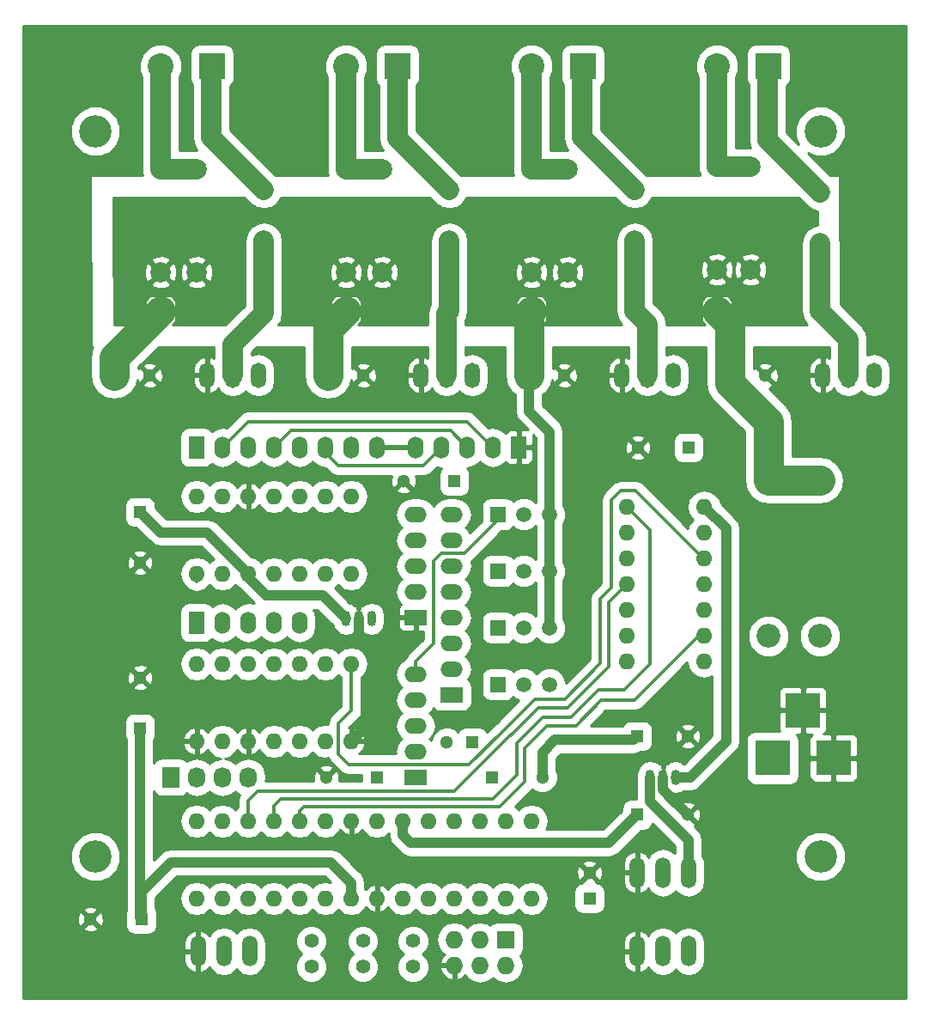
<source format=gbl>
G04 #@! TF.FileFunction,Copper,L2,Bot,Mixed*
%FSLAX46Y46*%
G04 Gerber Fmt 4.6, Leading zero omitted, Abs format (unit mm)*
G04 Created by KiCad (PCBNEW 4.0.4-1.fc24-product) date Sun Dec 11 17:37:08 2016*
%MOMM*%
%LPD*%
G01*
G04 APERTURE LIST*
%ADD10C,0.100000*%
%ADD11C,3.200000*%
%ADD12R,1.300000X1.300000*%
%ADD13C,1.300000*%
%ADD14C,1.397000*%
%ADD15O,1.506220X3.014980*%
%ADD16O,1.600000X1.600000*%
%ADD17C,1.510000*%
%ADD18R,1.510000X1.510000*%
%ADD19O,1.501140X2.499360*%
%ADD20C,2.000000*%
%ADD21R,2.000000X2.000000*%
%ADD22C,1.501140*%
%ADD23C,1.998980*%
%ADD24R,3.500120X3.500120*%
%ADD25R,1.727200X1.727200*%
%ADD26O,1.727200X1.727200*%
%ADD27C,2.349500*%
%ADD28O,0.899160X1.501140*%
%ADD29R,2.540000X2.540000*%
%ADD30C,2.540000*%
%ADD31R,1.727200X2.032000*%
%ADD32O,1.727200X2.032000*%
%ADD33R,2.197100X1.524000*%
%ADD34O,2.197100X1.524000*%
%ADD35R,1.524000X2.197100*%
%ADD36O,1.524000X2.197100*%
%ADD37R,2.199640X1.524000*%
%ADD38O,2.199640X1.524000*%
%ADD39R,1.524000X2.199640*%
%ADD40O,1.524000X2.199640*%
%ADD41C,3.000000*%
%ADD42C,1.000000*%
%ADD43C,0.500000*%
%ADD44C,0.350000*%
%ADD45C,2.000000*%
%ADD46C,0.254000*%
G04 APERTURE END LIST*
D10*
D11*
X171000000Y-41857000D03*
X99500000Y-41857000D03*
X171000000Y-113357000D03*
X99500000Y-113357000D03*
D12*
X127254000Y-105537000D03*
D13*
X122254000Y-105537000D03*
D14*
X120777000Y-124206000D03*
X120777000Y-121666000D03*
D15*
X109601000Y-122682000D03*
X112141000Y-122682000D03*
X114681000Y-122682000D03*
D16*
X109474000Y-101981000D03*
X112014000Y-101981000D03*
X114554000Y-101981000D03*
X117094000Y-101981000D03*
X119634000Y-101981000D03*
X122174000Y-101981000D03*
X124714000Y-101981000D03*
X124714000Y-94361000D03*
X122174000Y-94361000D03*
X119634000Y-94361000D03*
X117094000Y-94361000D03*
X114554000Y-94361000D03*
X112014000Y-94361000D03*
X109474000Y-94361000D03*
X109474000Y-117475000D03*
X112014000Y-117475000D03*
X114554000Y-117475000D03*
X117094000Y-117475000D03*
X119634000Y-117475000D03*
X122174000Y-117475000D03*
X124714000Y-117475000D03*
X127254000Y-117475000D03*
X129794000Y-117475000D03*
X132334000Y-117475000D03*
X134874000Y-117475000D03*
X137414000Y-117475000D03*
X139954000Y-117475000D03*
X142494000Y-117475000D03*
X142494000Y-109855000D03*
X139954000Y-109855000D03*
X137414000Y-109855000D03*
X134874000Y-109855000D03*
X132334000Y-109855000D03*
X129794000Y-109855000D03*
X127254000Y-109855000D03*
X124714000Y-109855000D03*
X122174000Y-109855000D03*
X119634000Y-109855000D03*
X117094000Y-109855000D03*
X114554000Y-109855000D03*
X112014000Y-109855000D03*
X109474000Y-109855000D03*
D17*
X144272000Y-85209000D03*
D18*
X139192000Y-85209000D03*
D17*
X141732000Y-85209000D03*
D12*
X134874000Y-76327000D03*
D13*
X129874000Y-76327000D03*
D16*
X109474000Y-85471000D03*
X112014000Y-85471000D03*
X114554000Y-85471000D03*
X117094000Y-85471000D03*
X119634000Y-85471000D03*
X122174000Y-85471000D03*
X124714000Y-85471000D03*
X124714000Y-77851000D03*
X122174000Y-77851000D03*
X119634000Y-77851000D03*
X117094000Y-77851000D03*
X114554000Y-77851000D03*
X112014000Y-77851000D03*
X109474000Y-77851000D03*
D19*
X113030000Y-65913000D03*
X115570000Y-65913000D03*
X110490000Y-65913000D03*
D20*
X116078520Y-59560460D03*
D21*
X105918520Y-59560460D03*
D20*
X134366520Y-59560460D03*
D21*
X124206520Y-59560460D03*
D20*
X152654520Y-59560460D03*
D21*
X142494520Y-59560460D03*
D20*
X170942520Y-59560460D03*
D21*
X160782520Y-59560460D03*
D22*
X116078000Y-52664360D03*
X116078000Y-47665640D03*
X134366000Y-52664360D03*
X134366000Y-47665640D03*
X152654000Y-52664360D03*
X152654000Y-47665640D03*
X170942000Y-52918360D03*
X170942000Y-47919640D03*
D19*
X134112000Y-65913000D03*
X136652000Y-65913000D03*
X131572000Y-65913000D03*
X153924000Y-65913000D03*
X156464000Y-65913000D03*
X151384000Y-65913000D03*
X173736000Y-65913000D03*
X176276000Y-65913000D03*
X171196000Y-65913000D03*
D23*
X142494000Y-55753000D03*
X142494000Y-45593000D03*
D16*
X151892000Y-78867000D03*
X151892000Y-81407000D03*
X151892000Y-83947000D03*
X151892000Y-86487000D03*
X151892000Y-89027000D03*
X151892000Y-91567000D03*
X151892000Y-94107000D03*
X159512000Y-94107000D03*
X159512000Y-91567000D03*
X159512000Y-89027000D03*
X159512000Y-86487000D03*
X159512000Y-83947000D03*
X159512000Y-81407000D03*
X159512000Y-78867000D03*
D23*
X146050000Y-55753000D03*
X146050000Y-45593000D03*
X160782000Y-55499000D03*
X160782000Y-45339000D03*
X164084000Y-55499000D03*
X164084000Y-45339000D03*
X105918000Y-55753000D03*
X105918000Y-45593000D03*
X109474000Y-55753000D03*
X109474000Y-45593000D03*
X124206000Y-55753000D03*
X124206000Y-45593000D03*
X127762000Y-55753000D03*
X127762000Y-45593000D03*
D24*
X166265860Y-103632000D03*
X172265340Y-103632000D03*
X169265600Y-98933000D03*
D25*
X139954000Y-121539000D03*
D26*
X139954000Y-124079000D03*
X137414000Y-121539000D03*
X137414000Y-124079000D03*
X134874000Y-121539000D03*
X134874000Y-124079000D03*
D27*
X165862000Y-76286360D03*
X170942000Y-76286360D03*
X165862000Y-91607640D03*
X170942000Y-91607640D03*
D28*
X155448000Y-105537000D03*
X154178000Y-105537000D03*
X156718000Y-105537000D03*
D29*
X110998000Y-35433000D03*
D30*
X105918000Y-35433000D03*
D29*
X129286000Y-35433000D03*
D30*
X124206000Y-35433000D03*
D29*
X147574000Y-35433000D03*
D30*
X142494000Y-35433000D03*
D29*
X165862000Y-35433000D03*
D30*
X160782000Y-35433000D03*
D13*
X104846000Y-65913000D03*
D12*
X101346000Y-65913000D03*
D13*
X125928000Y-65913000D03*
D12*
X122428000Y-65913000D03*
D13*
X145740000Y-65913000D03*
D12*
X142240000Y-65913000D03*
D13*
X165552000Y-65913000D03*
D12*
X162052000Y-65913000D03*
D17*
X144272000Y-96385000D03*
D18*
X139192000Y-96385000D03*
D17*
X141732000Y-96385000D03*
X144272000Y-90797000D03*
D18*
X139192000Y-90797000D03*
D17*
X141732000Y-90797000D03*
X144272000Y-79621000D03*
D18*
X139192000Y-79621000D03*
D17*
X141732000Y-79621000D03*
D12*
X103886000Y-79375000D03*
D13*
X103886000Y-84375000D03*
D12*
X152908000Y-101473000D03*
D13*
X157908000Y-101473000D03*
D12*
X152908000Y-109220000D03*
D13*
X157908000Y-109220000D03*
D12*
X104013000Y-119507000D03*
D13*
X99013000Y-119507000D03*
D12*
X103886000Y-100711000D03*
D13*
X103886000Y-95711000D03*
D12*
X157988000Y-73025000D03*
D13*
X152988000Y-73025000D03*
D12*
X138557000Y-105537000D03*
D13*
X143557000Y-105537000D03*
D28*
X125450600Y-89916000D03*
X126720600Y-89916000D03*
X124180600Y-89916000D03*
D15*
X152908000Y-114935000D03*
X155448000Y-114935000D03*
X157988000Y-114935000D03*
X152908000Y-122682000D03*
X155448000Y-122682000D03*
X157988000Y-122682000D03*
D14*
X130810000Y-124206000D03*
X130810000Y-121666000D03*
X125857000Y-124206000D03*
X125857000Y-121666000D03*
D31*
X106934000Y-105537000D03*
D32*
X109474000Y-105537000D03*
X112014000Y-105537000D03*
X114554000Y-105537000D03*
D12*
X148209000Y-117475000D03*
D13*
X148209000Y-114975000D03*
D12*
X136652000Y-102108000D03*
D13*
X134152000Y-102108000D03*
D33*
X134620000Y-97409000D03*
D34*
X134620000Y-94869000D03*
X134620000Y-92329000D03*
X134620000Y-89789000D03*
X134620000Y-87249000D03*
X134620000Y-84709000D03*
X134620000Y-82169000D03*
X134620000Y-79629000D03*
D35*
X109474000Y-73025000D03*
D36*
X112014000Y-73025000D03*
X114554000Y-73025000D03*
X117094000Y-73025000D03*
X119634000Y-73025000D03*
X122174000Y-73025000D03*
X124714000Y-73025000D03*
X127254000Y-73025000D03*
D37*
X131064000Y-89789000D03*
D38*
X131064000Y-87249000D03*
X131064000Y-84709000D03*
X131064000Y-82169000D03*
X131064000Y-79629000D03*
D39*
X141224000Y-73025000D03*
D40*
X138684000Y-73025000D03*
X136144000Y-73025000D03*
X133604000Y-73025000D03*
X131064000Y-73025000D03*
D39*
X109474000Y-90297000D03*
D40*
X112014000Y-90297000D03*
X114554000Y-90297000D03*
X117094000Y-90297000D03*
X119634000Y-90297000D03*
D37*
X131064000Y-105537000D03*
D38*
X131064000Y-102997000D03*
X131064000Y-100457000D03*
X131064000Y-97917000D03*
X131064000Y-95377000D03*
D41*
X165862000Y-76286360D02*
X170942000Y-76286360D01*
X162052000Y-65913000D02*
X162052000Y-60829940D01*
X162052000Y-60829940D02*
X160782520Y-59560460D01*
X162052000Y-65913000D02*
X162052000Y-66675000D01*
X165862000Y-70485000D02*
X165862000Y-76286360D01*
X162052000Y-66675000D02*
X165862000Y-70485000D01*
D42*
X157988000Y-111760000D02*
X157988000Y-114554000D01*
X144780000Y-101854000D02*
X152527000Y-101854000D01*
X152527000Y-101854000D02*
X152908000Y-101473000D01*
X114554000Y-85471000D02*
X114554000Y-85852000D01*
X114554000Y-85852000D02*
X116332000Y-87630000D01*
X121920000Y-87630000D02*
X124206000Y-89916000D01*
X116332000Y-87630000D02*
X121920000Y-87630000D01*
D43*
X114554000Y-85471000D02*
X114554000Y-85598000D01*
D42*
X114554000Y-85471000D02*
X114554000Y-85725000D01*
X144272000Y-79621000D02*
X144272000Y-85209000D01*
X144272000Y-85209000D02*
X144272000Y-91059000D01*
X142240000Y-65913000D02*
X142240000Y-69469000D01*
X144272000Y-71501000D02*
X144272000Y-79629000D01*
X142240000Y-69469000D02*
X144272000Y-71501000D01*
D41*
X142240000Y-65913000D02*
X142240000Y-59814980D01*
X142240000Y-59814980D02*
X142494520Y-59560460D01*
X101346000Y-65913000D02*
X101346000Y-64132980D01*
X101346000Y-64132980D02*
X105918520Y-59560460D01*
X122428000Y-65913000D02*
X122428000Y-61338980D01*
X122428000Y-61338980D02*
X124206520Y-59560460D01*
D42*
X103886000Y-79375000D02*
X105918000Y-81407000D01*
X143557000Y-105537000D02*
X143557000Y-103077000D01*
X143557000Y-103077000D02*
X144780000Y-101854000D01*
X110490000Y-81407000D02*
X114554000Y-85471000D01*
X105918000Y-81407000D02*
X110490000Y-81407000D01*
X154178000Y-105537000D02*
X154178000Y-107950000D01*
X154178000Y-107950000D02*
X157988000Y-111760000D01*
X155448000Y-105537000D02*
X155448000Y-106760000D01*
X155448000Y-106760000D02*
X157908000Y-109220000D01*
X125476000Y-89916000D02*
X125476000Y-91567000D01*
X125476000Y-91567000D02*
X127000000Y-93091000D01*
X127000000Y-99695000D02*
X124714000Y-101981000D01*
X127000000Y-93091000D02*
X127000000Y-99695000D01*
X156718000Y-105537000D02*
X158115000Y-105537000D01*
X158115000Y-105537000D02*
X161671000Y-101981000D01*
X103886000Y-100711000D02*
X103886000Y-119380000D01*
X103886000Y-119380000D02*
X104013000Y-119507000D01*
X104013000Y-119507000D02*
X104013000Y-116840000D01*
X104013000Y-116840000D02*
X106934000Y-113919000D01*
X161671000Y-81026000D02*
X159512000Y-78867000D01*
X161671000Y-101981000D02*
X161671000Y-81026000D01*
X129794000Y-109855000D02*
X129794000Y-111252000D01*
X150114000Y-112014000D02*
X152908000Y-109220000D01*
X130556000Y-112014000D02*
X150114000Y-112014000D01*
X129794000Y-111252000D02*
X130556000Y-112014000D01*
X122682000Y-113919000D02*
X124714000Y-115951000D01*
X124714000Y-115951000D02*
X124714000Y-117475000D01*
X106934000Y-113919000D02*
X122682000Y-113919000D01*
D44*
X154178000Y-81153000D02*
X151892000Y-78867000D01*
X154178000Y-94361000D02*
X154178000Y-81153000D01*
X151638000Y-96901000D02*
X154178000Y-94361000D01*
X149123400Y-96901000D02*
X151638000Y-96901000D01*
X146405600Y-99618800D02*
X149123400Y-96901000D01*
X143586200Y-99618800D02*
X146405600Y-99618800D01*
X141071600Y-102133400D02*
X143586200Y-99618800D01*
X141071600Y-105283000D02*
X141071600Y-102133400D01*
X138658600Y-107696000D02*
X141071600Y-105283000D01*
X117729000Y-107696000D02*
X138658600Y-107696000D01*
X117094000Y-108331000D02*
X117729000Y-107696000D01*
X117094000Y-109855000D02*
X117094000Y-108331000D01*
X134874000Y-106934000D02*
X140462000Y-101346000D01*
X114554000Y-109855000D02*
X114554000Y-107823000D01*
X150114000Y-88265000D02*
X151892000Y-86487000D01*
X150114000Y-94665800D02*
X150114000Y-88265000D01*
X146075400Y-98704400D02*
X150114000Y-94665800D01*
X143129000Y-98704400D02*
X146075400Y-98704400D01*
X140462000Y-101371400D02*
X143129000Y-98704400D01*
X140462000Y-101346000D02*
X140462000Y-101371400D01*
X115443000Y-106934000D02*
X134874000Y-106934000D01*
X114554000Y-107823000D02*
X115443000Y-106934000D01*
X159512000Y-91567000D02*
X159004000Y-91567000D01*
X159004000Y-91567000D02*
X152654000Y-97917000D01*
X119634000Y-108839000D02*
X119634000Y-109855000D01*
X120015000Y-108458000D02*
X119634000Y-108839000D01*
X139369800Y-108458000D02*
X120015000Y-108458000D01*
X141833600Y-105994200D02*
X139369800Y-108458000D01*
X141833600Y-102641400D02*
X141833600Y-105994200D01*
X144043400Y-100431600D02*
X141833600Y-102641400D01*
X146862800Y-100431600D02*
X144043400Y-100431600D01*
X149377400Y-97917000D02*
X146862800Y-100431600D01*
X152654000Y-97917000D02*
X149377400Y-97917000D01*
X151320500Y-77279500D02*
X150368000Y-78232000D01*
X150368000Y-86868000D02*
X150368000Y-78232000D01*
X159385000Y-83947000D02*
X152717500Y-77279500D01*
X151320500Y-77279500D02*
X152717500Y-77279500D01*
X124714000Y-98933000D02*
X123444000Y-100203000D01*
X123444000Y-100203000D02*
X123444000Y-103251000D01*
X123444000Y-103251000D02*
X124460000Y-104267000D01*
X124460000Y-104267000D02*
X136347200Y-104267000D01*
X124714000Y-94361000D02*
X124714000Y-98933000D01*
X159512000Y-83947000D02*
X159385000Y-83947000D01*
X149301200Y-87934800D02*
X150368000Y-86868000D01*
X136347200Y-104267000D02*
X139573000Y-101041200D01*
X139573000Y-101041200D02*
X139573000Y-101092000D01*
X139573000Y-101092000D02*
X142849600Y-97815400D01*
X149301200Y-94310200D02*
X149301200Y-87934800D01*
X142849600Y-97815400D02*
X145796000Y-97815400D01*
X145796000Y-97815400D02*
X149301200Y-94310200D01*
X109474000Y-85471000D02*
X109474000Y-86233000D01*
D45*
X116078520Y-59560460D02*
X116078520Y-59816480D01*
X116078520Y-59816480D02*
X113030000Y-62865000D01*
X113030000Y-62865000D02*
X113030000Y-65913000D01*
X116078000Y-52664360D02*
X116078000Y-59559940D01*
X134112000Y-65913000D02*
X134112000Y-59814980D01*
X134112000Y-59814980D02*
X134366000Y-59560980D01*
X134366000Y-59560980D02*
X134366000Y-52664360D01*
X153924000Y-65913000D02*
X153924000Y-60829940D01*
X153924000Y-60829940D02*
X152654520Y-59560460D01*
X152654000Y-52664360D02*
X152654000Y-59559940D01*
X173736000Y-65913000D02*
X173736000Y-62353940D01*
X173736000Y-62353940D02*
X170942520Y-59560460D01*
X170942000Y-52918360D02*
X170942000Y-59559940D01*
X170942000Y-59559940D02*
X170942520Y-59560460D01*
X110918000Y-42505640D02*
X116078000Y-47665640D01*
X110918000Y-35433000D02*
X110918000Y-42505640D01*
X129286000Y-35433000D02*
X129286000Y-42585640D01*
X129286000Y-42585640D02*
X134366000Y-47665640D01*
X147494000Y-42505640D02*
X152654000Y-47665640D01*
X147494000Y-35687000D02*
X147494000Y-42505640D01*
X165782000Y-42719000D02*
X170434000Y-47371000D01*
X170434000Y-47371000D02*
X170942000Y-47919640D01*
X165782000Y-35687000D02*
X165782000Y-42719000D01*
X105918000Y-35433000D02*
X105918000Y-45593000D01*
X105918000Y-45593000D02*
X109474000Y-45593000D01*
X124206000Y-35687000D02*
X124206000Y-45593000D01*
X124206000Y-45593000D02*
X127762000Y-45593000D01*
X142494000Y-35687000D02*
X142494000Y-45593000D01*
X142494000Y-45593000D02*
X146050000Y-45593000D01*
X160782000Y-35687000D02*
X160782000Y-45339000D01*
X160782000Y-45339000D02*
X164084000Y-45339000D01*
D44*
X138684000Y-73025000D02*
X136144000Y-70485000D01*
X136144000Y-70485000D02*
X114554000Y-70485000D01*
X114554000Y-70485000D02*
X112014000Y-73025000D01*
X136144000Y-73025000D02*
X134493000Y-71374000D01*
X118745000Y-71374000D02*
X117094000Y-73025000D01*
X134493000Y-71374000D02*
X118745000Y-71374000D01*
X122174000Y-73025000D02*
X122174000Y-73533000D01*
X122174000Y-73533000D02*
X123444000Y-74803000D01*
X131826000Y-74803000D02*
X133604000Y-73025000D01*
X123444000Y-74803000D02*
X131826000Y-74803000D01*
D43*
X127254000Y-73025000D02*
X131064000Y-73025000D01*
D44*
X135890000Y-83439000D02*
X139192000Y-80137000D01*
X133604000Y-83439000D02*
X135890000Y-83439000D01*
X132842000Y-84201000D02*
X133604000Y-83439000D01*
X132842000Y-92329000D02*
X132842000Y-84201000D01*
X131064000Y-94107000D02*
X132842000Y-92329000D01*
X131064000Y-95377000D02*
X131064000Y-94107000D01*
D46*
G36*
X179388000Y-127318000D02*
X92392000Y-127318000D01*
X92392000Y-122809000D01*
X108212890Y-122809000D01*
X108212890Y-123563380D01*
X108367154Y-124084919D01*
X108709260Y-124507724D01*
X109187125Y-124767427D01*
X109259326Y-124781783D01*
X109474000Y-124659162D01*
X109474000Y-122809000D01*
X108212890Y-122809000D01*
X92392000Y-122809000D01*
X92392000Y-121800620D01*
X108212890Y-121800620D01*
X108212890Y-122555000D01*
X109474000Y-122555000D01*
X109474000Y-120704838D01*
X109728000Y-120704838D01*
X109728000Y-122555000D01*
X109748000Y-122555000D01*
X109748000Y-122809000D01*
X109728000Y-122809000D01*
X109728000Y-124659162D01*
X109942674Y-124781783D01*
X110014875Y-124767427D01*
X110492740Y-124507724D01*
X110717327Y-124230160D01*
X110988338Y-124635757D01*
X111517184Y-124989120D01*
X112141000Y-125113205D01*
X112764816Y-124989120D01*
X113293662Y-124635757D01*
X113411000Y-124460148D01*
X113528338Y-124635757D01*
X114057184Y-124989120D01*
X114681000Y-125113205D01*
X115304816Y-124989120D01*
X115833662Y-124635757D01*
X116187025Y-124106911D01*
X116311110Y-123483095D01*
X116311110Y-121978011D01*
X119201227Y-121978011D01*
X119440577Y-122557283D01*
X119818906Y-122936272D01*
X119442135Y-123312386D01*
X119201774Y-123891239D01*
X119201227Y-124518011D01*
X119440577Y-125097283D01*
X119883386Y-125540865D01*
X120462239Y-125781226D01*
X121089011Y-125781773D01*
X121668283Y-125542423D01*
X122111865Y-125099614D01*
X122352226Y-124520761D01*
X122352773Y-123893989D01*
X122113423Y-123314717D01*
X121735094Y-122935728D01*
X122111865Y-122559614D01*
X122352226Y-121980761D01*
X122352228Y-121978011D01*
X124281227Y-121978011D01*
X124520577Y-122557283D01*
X124898906Y-122936272D01*
X124522135Y-123312386D01*
X124281774Y-123891239D01*
X124281227Y-124518011D01*
X124520577Y-125097283D01*
X124963386Y-125540865D01*
X125542239Y-125781226D01*
X126169011Y-125781773D01*
X126748283Y-125542423D01*
X127191865Y-125099614D01*
X127432226Y-124520761D01*
X127432773Y-123893989D01*
X127193423Y-123314717D01*
X126815094Y-122935728D01*
X127191865Y-122559614D01*
X127432226Y-121980761D01*
X127432228Y-121978011D01*
X129234227Y-121978011D01*
X129473577Y-122557283D01*
X129851906Y-122936272D01*
X129475135Y-123312386D01*
X129234774Y-123891239D01*
X129234227Y-124518011D01*
X129473577Y-125097283D01*
X129916386Y-125540865D01*
X130495239Y-125781226D01*
X131122011Y-125781773D01*
X131701283Y-125542423D01*
X132144865Y-125099614D01*
X132385226Y-124520761D01*
X132385298Y-124438027D01*
X133419032Y-124438027D01*
X133667179Y-124967490D01*
X134099053Y-125361688D01*
X134514974Y-125533958D01*
X134747000Y-125412817D01*
X134747000Y-124206000D01*
X133539531Y-124206000D01*
X133419032Y-124438027D01*
X132385298Y-124438027D01*
X132385773Y-123893989D01*
X132146423Y-123314717D01*
X131768094Y-122935728D01*
X132144865Y-122559614D01*
X132385226Y-121980761D01*
X132385641Y-121504900D01*
X133133400Y-121504900D01*
X133133400Y-121573100D01*
X133265895Y-122239199D01*
X133643210Y-122803890D01*
X133901599Y-122976540D01*
X133667179Y-123190510D01*
X133419032Y-123719973D01*
X133539531Y-123952000D01*
X134747000Y-123952000D01*
X134747000Y-123932000D01*
X135001000Y-123932000D01*
X135001000Y-123952000D01*
X135021000Y-123952000D01*
X135021000Y-124206000D01*
X135001000Y-124206000D01*
X135001000Y-125412817D01*
X135233026Y-125533958D01*
X135648947Y-125361688D01*
X135988197Y-125052033D01*
X136183210Y-125343890D01*
X136747901Y-125721205D01*
X137414000Y-125853700D01*
X138080099Y-125721205D01*
X138644790Y-125343890D01*
X138684000Y-125285208D01*
X138723210Y-125343890D01*
X139287901Y-125721205D01*
X139954000Y-125853700D01*
X140620099Y-125721205D01*
X141184790Y-125343890D01*
X141562105Y-124779199D01*
X141694600Y-124113100D01*
X141694600Y-124044900D01*
X141562105Y-123378801D01*
X141369067Y-123089899D01*
X141441086Y-123043556D01*
X141601351Y-122809000D01*
X151519890Y-122809000D01*
X151519890Y-123563380D01*
X151674154Y-124084919D01*
X152016260Y-124507724D01*
X152494125Y-124767427D01*
X152566326Y-124781783D01*
X152781000Y-124659162D01*
X152781000Y-122809000D01*
X151519890Y-122809000D01*
X141601351Y-122809000D01*
X141641332Y-122750486D01*
X141711781Y-122402600D01*
X141711781Y-121800620D01*
X151519890Y-121800620D01*
X151519890Y-122555000D01*
X152781000Y-122555000D01*
X152781000Y-120704838D01*
X153035000Y-120704838D01*
X153035000Y-122555000D01*
X153055000Y-122555000D01*
X153055000Y-122809000D01*
X153035000Y-122809000D01*
X153035000Y-124659162D01*
X153249674Y-124781783D01*
X153321875Y-124767427D01*
X153799740Y-124507724D01*
X154024327Y-124230160D01*
X154295338Y-124635757D01*
X154824184Y-124989120D01*
X155448000Y-125113205D01*
X156071816Y-124989120D01*
X156600662Y-124635757D01*
X156718000Y-124460148D01*
X156835338Y-124635757D01*
X157364184Y-124989120D01*
X157988000Y-125113205D01*
X158611816Y-124989120D01*
X159140662Y-124635757D01*
X159494025Y-124106911D01*
X159618110Y-123483095D01*
X159618110Y-121880905D01*
X159494025Y-121257089D01*
X159140662Y-120728243D01*
X158611816Y-120374880D01*
X157988000Y-120250795D01*
X157364184Y-120374880D01*
X156835338Y-120728243D01*
X156718000Y-120903852D01*
X156600662Y-120728243D01*
X156071816Y-120374880D01*
X155448000Y-120250795D01*
X154824184Y-120374880D01*
X154295338Y-120728243D01*
X154024327Y-121133840D01*
X153799740Y-120856276D01*
X153321875Y-120596573D01*
X153249674Y-120582217D01*
X153035000Y-120704838D01*
X152781000Y-120704838D01*
X152566326Y-120582217D01*
X152494125Y-120596573D01*
X152016260Y-120856276D01*
X151674154Y-121279081D01*
X151519890Y-121800620D01*
X141711781Y-121800620D01*
X141711781Y-120675400D01*
X141650629Y-120350403D01*
X141458556Y-120051914D01*
X141165486Y-119851668D01*
X140817600Y-119781219D01*
X139090400Y-119781219D01*
X138765403Y-119842371D01*
X138466914Y-120034444D01*
X138410240Y-120117389D01*
X138080099Y-119896795D01*
X137414000Y-119764300D01*
X136747901Y-119896795D01*
X136183210Y-120274110D01*
X136144000Y-120332792D01*
X136104790Y-120274110D01*
X135540099Y-119896795D01*
X134874000Y-119764300D01*
X134207901Y-119896795D01*
X133643210Y-120274110D01*
X133265895Y-120838801D01*
X133133400Y-121504900D01*
X132385641Y-121504900D01*
X132385773Y-121353989D01*
X132146423Y-120774717D01*
X131703614Y-120331135D01*
X131124761Y-120090774D01*
X130497989Y-120090227D01*
X129918717Y-120329577D01*
X129475135Y-120772386D01*
X129234774Y-121351239D01*
X129234227Y-121978011D01*
X127432228Y-121978011D01*
X127432773Y-121353989D01*
X127193423Y-120774717D01*
X126750614Y-120331135D01*
X126171761Y-120090774D01*
X125544989Y-120090227D01*
X124965717Y-120329577D01*
X124522135Y-120772386D01*
X124281774Y-121351239D01*
X124281227Y-121978011D01*
X122352228Y-121978011D01*
X122352773Y-121353989D01*
X122113423Y-120774717D01*
X121670614Y-120331135D01*
X121091761Y-120090774D01*
X120464989Y-120090227D01*
X119885717Y-120329577D01*
X119442135Y-120772386D01*
X119201774Y-121351239D01*
X119201227Y-121978011D01*
X116311110Y-121978011D01*
X116311110Y-121880905D01*
X116187025Y-121257089D01*
X115833662Y-120728243D01*
X115304816Y-120374880D01*
X114681000Y-120250795D01*
X114057184Y-120374880D01*
X113528338Y-120728243D01*
X113411000Y-120903852D01*
X113293662Y-120728243D01*
X112764816Y-120374880D01*
X112141000Y-120250795D01*
X111517184Y-120374880D01*
X110988338Y-120728243D01*
X110717327Y-121133840D01*
X110492740Y-120856276D01*
X110014875Y-120596573D01*
X109942674Y-120582217D01*
X109728000Y-120704838D01*
X109474000Y-120704838D01*
X109259326Y-120582217D01*
X109187125Y-120596573D01*
X108709260Y-120856276D01*
X108367154Y-121279081D01*
X108212890Y-121800620D01*
X92392000Y-121800620D01*
X92392000Y-120406016D01*
X98293590Y-120406016D01*
X98349271Y-120636611D01*
X98832078Y-120804622D01*
X99342428Y-120775083D01*
X99676729Y-120636611D01*
X99732410Y-120406016D01*
X99013000Y-119686605D01*
X98293590Y-120406016D01*
X92392000Y-120406016D01*
X92392000Y-119326078D01*
X97715378Y-119326078D01*
X97744917Y-119836428D01*
X97883389Y-120170729D01*
X98113984Y-120226410D01*
X98833395Y-119507000D01*
X99192605Y-119507000D01*
X99912016Y-120226410D01*
X100142611Y-120170729D01*
X100310622Y-119687922D01*
X100281083Y-119177572D01*
X100142611Y-118843271D01*
X99912016Y-118787590D01*
X99192605Y-119507000D01*
X98833395Y-119507000D01*
X98113984Y-118787590D01*
X97883389Y-118843271D01*
X97715378Y-119326078D01*
X92392000Y-119326078D01*
X92392000Y-118607984D01*
X98293590Y-118607984D01*
X99013000Y-119327395D01*
X99732410Y-118607984D01*
X99676729Y-118377389D01*
X99193922Y-118209378D01*
X98683572Y-118238917D01*
X98349271Y-118377389D01*
X98293590Y-118607984D01*
X92392000Y-118607984D01*
X92392000Y-113847544D01*
X97022571Y-113847544D01*
X97398877Y-114758275D01*
X98095060Y-115455674D01*
X99005133Y-115833569D01*
X99990544Y-115834429D01*
X100901275Y-115458123D01*
X101598674Y-114761940D01*
X101976569Y-113851867D01*
X101977429Y-112866456D01*
X101601123Y-111955725D01*
X100904940Y-111258326D01*
X99994867Y-110880431D01*
X99009456Y-110879571D01*
X98098725Y-111255877D01*
X97401326Y-111952060D01*
X97023431Y-112862133D01*
X97022571Y-113847544D01*
X92392000Y-113847544D01*
X92392000Y-96610016D01*
X103166590Y-96610016D01*
X103222271Y-96840611D01*
X103705078Y-97008622D01*
X104215428Y-96979083D01*
X104549729Y-96840611D01*
X104605410Y-96610016D01*
X103886000Y-95890605D01*
X103166590Y-96610016D01*
X92392000Y-96610016D01*
X92392000Y-95530078D01*
X102588378Y-95530078D01*
X102617917Y-96040428D01*
X102756389Y-96374729D01*
X102986984Y-96430410D01*
X103706395Y-95711000D01*
X104065605Y-95711000D01*
X104785016Y-96430410D01*
X105015611Y-96374729D01*
X105183622Y-95891922D01*
X105154083Y-95381572D01*
X105015611Y-95047271D01*
X104785016Y-94991590D01*
X104065605Y-95711000D01*
X103706395Y-95711000D01*
X102986984Y-94991590D01*
X102756389Y-95047271D01*
X102588378Y-95530078D01*
X92392000Y-95530078D01*
X92392000Y-94811984D01*
X103166590Y-94811984D01*
X103886000Y-95531395D01*
X104605410Y-94811984D01*
X104549729Y-94581389D01*
X104066922Y-94413378D01*
X103556572Y-94442917D01*
X103222271Y-94581389D01*
X103166590Y-94811984D01*
X92392000Y-94811984D01*
X92392000Y-85274016D01*
X103166590Y-85274016D01*
X103222271Y-85504611D01*
X103705078Y-85672622D01*
X104215428Y-85643083D01*
X104549729Y-85504611D01*
X104605410Y-85274016D01*
X103886000Y-84554605D01*
X103166590Y-85274016D01*
X92392000Y-85274016D01*
X92392000Y-84194078D01*
X102588378Y-84194078D01*
X102617917Y-84704428D01*
X102756389Y-85038729D01*
X102986984Y-85094410D01*
X103706395Y-84375000D01*
X104065605Y-84375000D01*
X104785016Y-85094410D01*
X105015611Y-85038729D01*
X105183622Y-84555922D01*
X105154083Y-84045572D01*
X105015611Y-83711271D01*
X104785016Y-83655590D01*
X104065605Y-84375000D01*
X103706395Y-84375000D01*
X102986984Y-83655590D01*
X102756389Y-83711271D01*
X102588378Y-84194078D01*
X92392000Y-84194078D01*
X92392000Y-83475984D01*
X103166590Y-83475984D01*
X103886000Y-84195395D01*
X104605410Y-83475984D01*
X104549729Y-83245389D01*
X104066922Y-83077378D01*
X103556572Y-83106917D01*
X103222271Y-83245389D01*
X103166590Y-83475984D01*
X92392000Y-83475984D01*
X92392000Y-78725000D01*
X102341819Y-78725000D01*
X102341819Y-80025000D01*
X102402971Y-80349997D01*
X102595044Y-80648486D01*
X102888114Y-80848732D01*
X103236000Y-80919181D01*
X103482809Y-80919181D01*
X104944314Y-82380686D01*
X105391045Y-82679182D01*
X105918000Y-82784000D01*
X109919628Y-82784000D01*
X111163742Y-84028114D01*
X110828182Y-84252328D01*
X110744000Y-84378315D01*
X110659818Y-84252328D01*
X110115760Y-83888800D01*
X109474000Y-83761146D01*
X108832240Y-83888800D01*
X108288182Y-84252328D01*
X107924654Y-84796386D01*
X107797000Y-85438146D01*
X107797000Y-85503854D01*
X107924654Y-86145614D01*
X108288182Y-86689672D01*
X108832240Y-87053200D01*
X108849484Y-87056630D01*
X109071417Y-87204921D01*
X109474000Y-87285000D01*
X109876583Y-87204921D01*
X110098516Y-87056630D01*
X110115760Y-87053200D01*
X110659818Y-86689672D01*
X110744000Y-86563685D01*
X110828182Y-86689672D01*
X111372240Y-87053200D01*
X112014000Y-87180854D01*
X112655760Y-87053200D01*
X113199818Y-86689672D01*
X113284000Y-86563685D01*
X113368182Y-86689672D01*
X113597577Y-86842949D01*
X115155781Y-88401153D01*
X114554000Y-88281452D01*
X113926782Y-88406213D01*
X113395052Y-88761504D01*
X113284000Y-88927705D01*
X113172948Y-88761504D01*
X112641218Y-88406213D01*
X112014000Y-88281452D01*
X111386782Y-88406213D01*
X110954885Y-88694798D01*
X110876956Y-88573694D01*
X110583886Y-88373448D01*
X110236000Y-88302999D01*
X108712000Y-88302999D01*
X108387003Y-88364151D01*
X108088514Y-88556224D01*
X107888268Y-88849294D01*
X107817819Y-89197180D01*
X107817819Y-91396820D01*
X107878971Y-91721817D01*
X108071044Y-92020306D01*
X108364114Y-92220552D01*
X108712000Y-92291001D01*
X110236000Y-92291001D01*
X110560997Y-92229849D01*
X110859486Y-92037776D01*
X110954394Y-91898874D01*
X111386782Y-92187787D01*
X112014000Y-92312548D01*
X112641218Y-92187787D01*
X113172948Y-91832496D01*
X113284000Y-91666295D01*
X113395052Y-91832496D01*
X113926782Y-92187787D01*
X114554000Y-92312548D01*
X115181218Y-92187787D01*
X115712948Y-91832496D01*
X115824000Y-91666295D01*
X115935052Y-91832496D01*
X116466782Y-92187787D01*
X117094000Y-92312548D01*
X117721218Y-92187787D01*
X118252948Y-91832496D01*
X118364000Y-91666295D01*
X118475052Y-91832496D01*
X119006782Y-92187787D01*
X119634000Y-92312548D01*
X120261218Y-92187787D01*
X120792948Y-91832496D01*
X121148239Y-91300766D01*
X121273000Y-90673548D01*
X121273000Y-89920452D01*
X121148239Y-89293234D01*
X120956983Y-89007000D01*
X121349628Y-89007000D01*
X122919204Y-90576576D01*
X122955000Y-90756536D01*
X123242566Y-91186910D01*
X123672940Y-91474476D01*
X124180600Y-91575456D01*
X124688260Y-91474476D01*
X125070676Y-91218954D01*
X125156665Y-91260981D01*
X125323600Y-91134068D01*
X125323600Y-90880156D01*
X125406200Y-90756536D01*
X125450600Y-90533322D01*
X125495000Y-90756536D01*
X125577600Y-90880156D01*
X125577600Y-91134068D01*
X125744535Y-91260981D01*
X125830524Y-91218954D01*
X126212940Y-91474476D01*
X126720600Y-91575456D01*
X127228260Y-91474476D01*
X127658634Y-91186910D01*
X127946200Y-90756536D01*
X128047180Y-90248876D01*
X128047180Y-90074750D01*
X129329180Y-90074750D01*
X129329180Y-90677309D01*
X129425853Y-90910698D01*
X129604481Y-91089327D01*
X129837870Y-91186000D01*
X130778250Y-91186000D01*
X130937000Y-91027250D01*
X130937000Y-89916000D01*
X129487930Y-89916000D01*
X129329180Y-90074750D01*
X128047180Y-90074750D01*
X128047180Y-89583124D01*
X127946200Y-89075464D01*
X127658634Y-88645090D01*
X127228260Y-88357524D01*
X126720600Y-88256544D01*
X126212940Y-88357524D01*
X125830524Y-88613046D01*
X125744535Y-88571019D01*
X125577600Y-88697932D01*
X125577600Y-88951844D01*
X125495000Y-89075464D01*
X125450600Y-89298678D01*
X125406200Y-89075464D01*
X125323600Y-88951844D01*
X125323600Y-88697932D01*
X125156665Y-88571019D01*
X125070676Y-88613046D01*
X124688260Y-88357524D01*
X124571713Y-88334341D01*
X123100389Y-86863017D01*
X123359818Y-86689672D01*
X123444000Y-86563685D01*
X123528182Y-86689672D01*
X124072240Y-87053200D01*
X124714000Y-87180854D01*
X125355760Y-87053200D01*
X125899818Y-86689672D01*
X126263346Y-86145614D01*
X126391000Y-85503854D01*
X126391000Y-85438146D01*
X126263346Y-84796386D01*
X125899818Y-84252328D01*
X125355760Y-83888800D01*
X124714000Y-83761146D01*
X124072240Y-83888800D01*
X123528182Y-84252328D01*
X123444000Y-84378315D01*
X123359818Y-84252328D01*
X122815760Y-83888800D01*
X122174000Y-83761146D01*
X121532240Y-83888800D01*
X120988182Y-84252328D01*
X120904000Y-84378315D01*
X120819818Y-84252328D01*
X120275760Y-83888800D01*
X119634000Y-83761146D01*
X118992240Y-83888800D01*
X118448182Y-84252328D01*
X118364000Y-84378315D01*
X118279818Y-84252328D01*
X117735760Y-83888800D01*
X117094000Y-83761146D01*
X116452240Y-83888800D01*
X115908182Y-84252328D01*
X115824000Y-84378315D01*
X115739818Y-84252328D01*
X115195760Y-83888800D01*
X114850494Y-83820122D01*
X111463686Y-80433314D01*
X111016955Y-80134818D01*
X110490000Y-80030000D01*
X106488372Y-80030000D01*
X105430181Y-78971809D01*
X105430181Y-78725000D01*
X105369029Y-78400003D01*
X105176956Y-78101514D01*
X104883886Y-77901268D01*
X104536000Y-77830819D01*
X103236000Y-77830819D01*
X102911003Y-77891971D01*
X102612514Y-78084044D01*
X102412268Y-78377114D01*
X102341819Y-78725000D01*
X92392000Y-78725000D01*
X92392000Y-77818146D01*
X107797000Y-77818146D01*
X107797000Y-77883854D01*
X107924654Y-78525614D01*
X108288182Y-79069672D01*
X108832240Y-79433200D01*
X109474000Y-79560854D01*
X110115760Y-79433200D01*
X110659818Y-79069672D01*
X110744000Y-78943685D01*
X110828182Y-79069672D01*
X111372240Y-79433200D01*
X112014000Y-79560854D01*
X112655760Y-79433200D01*
X113199818Y-79069672D01*
X113427223Y-78729336D01*
X113816577Y-79082041D01*
X114204961Y-79242904D01*
X114427000Y-79120915D01*
X114427000Y-77978000D01*
X114407000Y-77978000D01*
X114407000Y-77724000D01*
X114427000Y-77724000D01*
X114427000Y-76581085D01*
X114681000Y-76581085D01*
X114681000Y-77724000D01*
X114701000Y-77724000D01*
X114701000Y-77978000D01*
X114681000Y-77978000D01*
X114681000Y-79120915D01*
X114903039Y-79242904D01*
X115291423Y-79082041D01*
X115680777Y-78729336D01*
X115908182Y-79069672D01*
X116452240Y-79433200D01*
X117094000Y-79560854D01*
X117735760Y-79433200D01*
X118279818Y-79069672D01*
X118364000Y-78943685D01*
X118448182Y-79069672D01*
X118992240Y-79433200D01*
X119634000Y-79560854D01*
X120275760Y-79433200D01*
X120819818Y-79069672D01*
X120904000Y-78943685D01*
X120988182Y-79069672D01*
X121532240Y-79433200D01*
X122174000Y-79560854D01*
X122815760Y-79433200D01*
X123359818Y-79069672D01*
X123444000Y-78943685D01*
X123528182Y-79069672D01*
X124072240Y-79433200D01*
X124714000Y-79560854D01*
X125355760Y-79433200D01*
X125899818Y-79069672D01*
X126263346Y-78525614D01*
X126391000Y-77883854D01*
X126391000Y-77818146D01*
X126273219Y-77226016D01*
X129154590Y-77226016D01*
X129210271Y-77456611D01*
X129693078Y-77624622D01*
X130203428Y-77595083D01*
X130537729Y-77456611D01*
X130593410Y-77226016D01*
X129874000Y-76506605D01*
X129154590Y-77226016D01*
X126273219Y-77226016D01*
X126263346Y-77176386D01*
X125899818Y-76632328D01*
X125355760Y-76268800D01*
X124714000Y-76141146D01*
X124072240Y-76268800D01*
X123528182Y-76632328D01*
X123444000Y-76758315D01*
X123359818Y-76632328D01*
X122815760Y-76268800D01*
X122174000Y-76141146D01*
X121532240Y-76268800D01*
X120988182Y-76632328D01*
X120904000Y-76758315D01*
X120819818Y-76632328D01*
X120275760Y-76268800D01*
X119634000Y-76141146D01*
X118992240Y-76268800D01*
X118448182Y-76632328D01*
X118364000Y-76758315D01*
X118279818Y-76632328D01*
X117735760Y-76268800D01*
X117094000Y-76141146D01*
X116452240Y-76268800D01*
X115908182Y-76632328D01*
X115680777Y-76972664D01*
X115291423Y-76619959D01*
X114903039Y-76459096D01*
X114681000Y-76581085D01*
X114427000Y-76581085D01*
X114204961Y-76459096D01*
X113816577Y-76619959D01*
X113427223Y-76972664D01*
X113199818Y-76632328D01*
X112655760Y-76268800D01*
X112014000Y-76141146D01*
X111372240Y-76268800D01*
X110828182Y-76632328D01*
X110744000Y-76758315D01*
X110659818Y-76632328D01*
X110115760Y-76268800D01*
X109474000Y-76141146D01*
X108832240Y-76268800D01*
X108288182Y-76632328D01*
X107924654Y-77176386D01*
X107797000Y-77818146D01*
X92392000Y-77818146D01*
X92392000Y-71926450D01*
X107817819Y-71926450D01*
X107817819Y-74123550D01*
X107878971Y-74448547D01*
X108071044Y-74747036D01*
X108364114Y-74947282D01*
X108712000Y-75017731D01*
X110236000Y-75017731D01*
X110560997Y-74956579D01*
X110859486Y-74764506D01*
X110954405Y-74625587D01*
X111386782Y-74914492D01*
X112014000Y-75039253D01*
X112641218Y-74914492D01*
X113172948Y-74559201D01*
X113284000Y-74393000D01*
X113395052Y-74559201D01*
X113926782Y-74914492D01*
X114554000Y-75039253D01*
X115181218Y-74914492D01*
X115712948Y-74559201D01*
X115824000Y-74393000D01*
X115935052Y-74559201D01*
X116466782Y-74914492D01*
X117094000Y-75039253D01*
X117721218Y-74914492D01*
X118252948Y-74559201D01*
X118364000Y-74393000D01*
X118475052Y-74559201D01*
X119006782Y-74914492D01*
X119634000Y-75039253D01*
X120261218Y-74914492D01*
X120792948Y-74559201D01*
X120904000Y-74393000D01*
X121015052Y-74559201D01*
X121546782Y-74914492D01*
X122174000Y-75039253D01*
X122189431Y-75036183D01*
X122700124Y-75546876D01*
X123041417Y-75774921D01*
X123444000Y-75855000D01*
X128677670Y-75855000D01*
X128576378Y-76146078D01*
X128605917Y-76656428D01*
X128744389Y-76990729D01*
X128974984Y-77046410D01*
X129694395Y-76327000D01*
X129680252Y-76312858D01*
X129859858Y-76133253D01*
X129874000Y-76147395D01*
X129888143Y-76133253D01*
X130067748Y-76312858D01*
X130053605Y-76327000D01*
X130773016Y-77046410D01*
X131003611Y-76990729D01*
X131171622Y-76507922D01*
X131142083Y-75997572D01*
X131083028Y-75855000D01*
X131826000Y-75855000D01*
X132228583Y-75774921D01*
X132569876Y-75546876D01*
X133163771Y-74952981D01*
X133598222Y-75039399D01*
X133400268Y-75329114D01*
X133329819Y-75677000D01*
X133329819Y-76977000D01*
X133390971Y-77301997D01*
X133583044Y-77600486D01*
X133876114Y-77800732D01*
X134224000Y-77871181D01*
X135524000Y-77871181D01*
X135848997Y-77810029D01*
X136147486Y-77617956D01*
X136347732Y-77324886D01*
X136418181Y-76977000D01*
X136418181Y-75677000D01*
X136357029Y-75352003D01*
X136164956Y-75053514D01*
X136145533Y-75040243D01*
X136771218Y-74915787D01*
X137302948Y-74560496D01*
X137414000Y-74394295D01*
X137525052Y-74560496D01*
X138056782Y-74915787D01*
X138684000Y-75040548D01*
X139311218Y-74915787D01*
X139842948Y-74560496D01*
X139912208Y-74456841D01*
X139923673Y-74484519D01*
X140102302Y-74663147D01*
X140335691Y-74759820D01*
X140938250Y-74759820D01*
X141097000Y-74601070D01*
X141097000Y-73152000D01*
X141351000Y-73152000D01*
X141351000Y-74601070D01*
X141509750Y-74759820D01*
X142112309Y-74759820D01*
X142345698Y-74663147D01*
X142524327Y-74484519D01*
X142621000Y-74251130D01*
X142621000Y-73310750D01*
X142462250Y-73152000D01*
X141351000Y-73152000D01*
X141097000Y-73152000D01*
X141077000Y-73152000D01*
X141077000Y-72898000D01*
X141097000Y-72898000D01*
X141097000Y-71448930D01*
X140938250Y-71290180D01*
X140335691Y-71290180D01*
X140102302Y-71386853D01*
X139923673Y-71565481D01*
X139912208Y-71593159D01*
X139842948Y-71489504D01*
X139311218Y-71134213D01*
X138684000Y-71009452D01*
X138243771Y-71097019D01*
X136887876Y-69741124D01*
X136546583Y-69513079D01*
X136144000Y-69433000D01*
X114554000Y-69433000D01*
X114151417Y-69513079D01*
X113810123Y-69741124D01*
X112453149Y-71098099D01*
X112014000Y-71010747D01*
X111386782Y-71135508D01*
X110954896Y-71424085D01*
X110876956Y-71302964D01*
X110583886Y-71102718D01*
X110236000Y-71032269D01*
X108712000Y-71032269D01*
X108387003Y-71093421D01*
X108088514Y-71285494D01*
X107888268Y-71578564D01*
X107817819Y-71926450D01*
X92392000Y-71926450D01*
X92392000Y-46355969D01*
X98933004Y-46355969D01*
X99060004Y-62992969D01*
X99070386Y-63042302D01*
X99099144Y-63083708D01*
X99141745Y-63110663D01*
X99187000Y-63119000D01*
X99219656Y-63119000D01*
X99149938Y-63223341D01*
X98969000Y-64132980D01*
X98969000Y-65913000D01*
X99149938Y-66822639D01*
X99665207Y-67593793D01*
X100436361Y-68109062D01*
X101346000Y-68290000D01*
X102255639Y-68109062D01*
X103026793Y-67593793D01*
X103542062Y-66822639D01*
X103544175Y-66812016D01*
X104126590Y-66812016D01*
X104182271Y-67042611D01*
X104665078Y-67210622D01*
X105175428Y-67181083D01*
X105509729Y-67042611D01*
X105565410Y-66812016D01*
X104846000Y-66092605D01*
X104126590Y-66812016D01*
X103544175Y-66812016D01*
X103631663Y-66372183D01*
X103716389Y-66576729D01*
X103946984Y-66632410D01*
X104666395Y-65913000D01*
X105025605Y-65913000D01*
X105745016Y-66632410D01*
X105975611Y-66576729D01*
X106143622Y-66093922D01*
X106140502Y-66040000D01*
X109104430Y-66040000D01*
X109104430Y-66539110D01*
X109258501Y-67059677D01*
X109600056Y-67481658D01*
X110077097Y-67740810D01*
X110148725Y-67754993D01*
X110363000Y-67632339D01*
X110363000Y-66040000D01*
X109104430Y-66040000D01*
X106140502Y-66040000D01*
X106114083Y-65583572D01*
X105991194Y-65286890D01*
X109104430Y-65286890D01*
X109104430Y-65786000D01*
X110363000Y-65786000D01*
X110363000Y-64193661D01*
X110148725Y-64071007D01*
X110077097Y-64085190D01*
X109600056Y-64344342D01*
X109258501Y-64766323D01*
X109104430Y-65286890D01*
X105991194Y-65286890D01*
X105975611Y-65249271D01*
X105745016Y-65193590D01*
X105025605Y-65913000D01*
X104666395Y-65913000D01*
X103946984Y-65193590D01*
X103723000Y-65247675D01*
X103723000Y-65117566D01*
X103826582Y-65013984D01*
X104126590Y-65013984D01*
X104846000Y-65733395D01*
X105565410Y-65013984D01*
X105509729Y-64783389D01*
X105026922Y-64615378D01*
X104516572Y-64644917D01*
X104182271Y-64783389D01*
X104126590Y-65013984D01*
X103826582Y-65013984D01*
X105721566Y-63119000D01*
X111153000Y-63119000D01*
X111153000Y-64221055D01*
X110902903Y-64085190D01*
X110831275Y-64071007D01*
X110617000Y-64193661D01*
X110617000Y-65786000D01*
X110637000Y-65786000D01*
X110637000Y-66040000D01*
X110617000Y-66040000D01*
X110617000Y-67632339D01*
X110831275Y-67754993D01*
X110902903Y-67740810D01*
X111379944Y-67481658D01*
X111608382Y-67199430D01*
X111879134Y-67604640D01*
X112407156Y-67957453D01*
X113030000Y-68081344D01*
X113652844Y-67957453D01*
X114180866Y-67604640D01*
X114300000Y-67426343D01*
X114419134Y-67604640D01*
X114947156Y-67957453D01*
X115570000Y-68081344D01*
X116192844Y-67957453D01*
X116720866Y-67604640D01*
X117073679Y-67076618D01*
X117197570Y-66453774D01*
X117197570Y-65372226D01*
X117073679Y-64749382D01*
X116720866Y-64221360D01*
X116192844Y-63868547D01*
X115570000Y-63744656D01*
X114947156Y-63868547D01*
X114907000Y-63895378D01*
X114907000Y-63642478D01*
X115430478Y-63119000D01*
X120051000Y-63119000D01*
X120051000Y-65913000D01*
X120231938Y-66822639D01*
X120747207Y-67593793D01*
X121518361Y-68109062D01*
X122428000Y-68290000D01*
X123337639Y-68109062D01*
X124108793Y-67593793D01*
X124624062Y-66822639D01*
X124626175Y-66812016D01*
X125208590Y-66812016D01*
X125264271Y-67042611D01*
X125747078Y-67210622D01*
X126257428Y-67181083D01*
X126591729Y-67042611D01*
X126647410Y-66812016D01*
X125928000Y-66092605D01*
X125208590Y-66812016D01*
X124626175Y-66812016D01*
X124713663Y-66372183D01*
X124798389Y-66576729D01*
X125028984Y-66632410D01*
X125748395Y-65913000D01*
X126107605Y-65913000D01*
X126827016Y-66632410D01*
X127057611Y-66576729D01*
X127225622Y-66093922D01*
X127222502Y-66040000D01*
X130186430Y-66040000D01*
X130186430Y-66539110D01*
X130340501Y-67059677D01*
X130682056Y-67481658D01*
X131159097Y-67740810D01*
X131230725Y-67754993D01*
X131445000Y-67632339D01*
X131445000Y-66040000D01*
X130186430Y-66040000D01*
X127222502Y-66040000D01*
X127196083Y-65583572D01*
X127073194Y-65286890D01*
X130186430Y-65286890D01*
X130186430Y-65786000D01*
X131445000Y-65786000D01*
X131445000Y-64193661D01*
X131230725Y-64071007D01*
X131159097Y-64085190D01*
X130682056Y-64344342D01*
X130340501Y-64766323D01*
X130186430Y-65286890D01*
X127073194Y-65286890D01*
X127057611Y-65249271D01*
X126827016Y-65193590D01*
X126107605Y-65913000D01*
X125748395Y-65913000D01*
X125028984Y-65193590D01*
X124805000Y-65247675D01*
X124805000Y-65013984D01*
X125208590Y-65013984D01*
X125928000Y-65733395D01*
X126647410Y-65013984D01*
X126591729Y-64783389D01*
X126108922Y-64615378D01*
X125598572Y-64644917D01*
X125264271Y-64783389D01*
X125208590Y-65013984D01*
X124805000Y-65013984D01*
X124805000Y-63119000D01*
X132235000Y-63119000D01*
X132235000Y-64221055D01*
X131984903Y-64085190D01*
X131913275Y-64071007D01*
X131699000Y-64193661D01*
X131699000Y-65786000D01*
X131719000Y-65786000D01*
X131719000Y-66040000D01*
X131699000Y-66040000D01*
X131699000Y-67632339D01*
X131913275Y-67754993D01*
X131984903Y-67740810D01*
X132461944Y-67481658D01*
X132690382Y-67199430D01*
X132961134Y-67604640D01*
X133489156Y-67957453D01*
X134112000Y-68081344D01*
X134734844Y-67957453D01*
X135262866Y-67604640D01*
X135382000Y-67426343D01*
X135501134Y-67604640D01*
X136029156Y-67957453D01*
X136652000Y-68081344D01*
X137274844Y-67957453D01*
X137802866Y-67604640D01*
X138155679Y-67076618D01*
X138279570Y-66453774D01*
X138279570Y-65372226D01*
X138155679Y-64749382D01*
X137802866Y-64221360D01*
X137274844Y-63868547D01*
X136652000Y-63744656D01*
X136029156Y-63868547D01*
X135989000Y-63895378D01*
X135989000Y-63119000D01*
X139863000Y-63119000D01*
X139863000Y-65913000D01*
X140043938Y-66822639D01*
X140559207Y-67593793D01*
X140863000Y-67796781D01*
X140863000Y-69469000D01*
X140967818Y-69995955D01*
X141266314Y-70442686D01*
X142114868Y-71291240D01*
X142112309Y-71290180D01*
X141509750Y-71290180D01*
X141351000Y-71448930D01*
X141351000Y-72898000D01*
X142462250Y-72898000D01*
X142621000Y-72739250D01*
X142621000Y-71798870D01*
X142619941Y-71796313D01*
X142895000Y-72071372D01*
X142895000Y-78476018D01*
X142657661Y-78238264D01*
X142058049Y-77989284D01*
X141408799Y-77988717D01*
X140808754Y-78236651D01*
X140672017Y-78373149D01*
X140587956Y-78242514D01*
X140294886Y-78042268D01*
X139947000Y-77971819D01*
X138437000Y-77971819D01*
X138112003Y-78032971D01*
X137813514Y-78225044D01*
X137613268Y-78518114D01*
X137542819Y-78866000D01*
X137542819Y-80298429D01*
X136425367Y-81415881D01*
X136154201Y-81010052D01*
X135988000Y-80899000D01*
X136154201Y-80787948D01*
X136509492Y-80256218D01*
X136634253Y-79629000D01*
X136509492Y-79001782D01*
X136154201Y-78470052D01*
X135622471Y-78114761D01*
X134995253Y-77990000D01*
X134244747Y-77990000D01*
X133617529Y-78114761D01*
X133085799Y-78470052D01*
X132842648Y-78833954D01*
X132599496Y-78470052D01*
X132067766Y-78114761D01*
X131440548Y-77990000D01*
X130687452Y-77990000D01*
X130060234Y-78114761D01*
X129528504Y-78470052D01*
X129173213Y-79001782D01*
X129048452Y-79629000D01*
X129173213Y-80256218D01*
X129528504Y-80787948D01*
X129694705Y-80899000D01*
X129528504Y-81010052D01*
X129173213Y-81541782D01*
X129048452Y-82169000D01*
X129173213Y-82796218D01*
X129528504Y-83327948D01*
X129694705Y-83439000D01*
X129528504Y-83550052D01*
X129173213Y-84081782D01*
X129048452Y-84709000D01*
X129173213Y-85336218D01*
X129528504Y-85867948D01*
X129694705Y-85979000D01*
X129528504Y-86090052D01*
X129173213Y-86621782D01*
X129048452Y-87249000D01*
X129173213Y-87876218D01*
X129528504Y-88407948D01*
X129632159Y-88477208D01*
X129604481Y-88488673D01*
X129425853Y-88667302D01*
X129329180Y-88900691D01*
X129329180Y-89503250D01*
X129487930Y-89662000D01*
X130937000Y-89662000D01*
X130937000Y-89642000D01*
X131191000Y-89642000D01*
X131191000Y-89662000D01*
X131211000Y-89662000D01*
X131211000Y-89916000D01*
X131191000Y-89916000D01*
X131191000Y-91027250D01*
X131349750Y-91186000D01*
X131790000Y-91186000D01*
X131790000Y-91893247D01*
X130320124Y-93363124D01*
X130092079Y-93704417D01*
X130060597Y-93862689D01*
X130060234Y-93862761D01*
X129528504Y-94218052D01*
X129173213Y-94749782D01*
X129048452Y-95377000D01*
X129173213Y-96004218D01*
X129528504Y-96535948D01*
X129694705Y-96647000D01*
X129528504Y-96758052D01*
X129173213Y-97289782D01*
X129048452Y-97917000D01*
X129173213Y-98544218D01*
X129528504Y-99075948D01*
X129694705Y-99187000D01*
X129528504Y-99298052D01*
X129173213Y-99829782D01*
X129048452Y-100457000D01*
X129173213Y-101084218D01*
X129528504Y-101615948D01*
X129694705Y-101727000D01*
X129528504Y-101838052D01*
X129173213Y-102369782D01*
X129048452Y-102997000D01*
X129091815Y-103215000D01*
X125444279Y-103215000D01*
X125451423Y-103212041D01*
X125866389Y-102836134D01*
X126105914Y-102330041D01*
X125984629Y-102108000D01*
X124841000Y-102108000D01*
X124841000Y-102128000D01*
X124587000Y-102128000D01*
X124587000Y-102108000D01*
X124567000Y-102108000D01*
X124567000Y-101854000D01*
X124587000Y-101854000D01*
X124587000Y-100711085D01*
X124841000Y-100711085D01*
X124841000Y-101854000D01*
X125984629Y-101854000D01*
X126105914Y-101631959D01*
X125866389Y-101125866D01*
X125451423Y-100749959D01*
X125063039Y-100589096D01*
X124841000Y-100711085D01*
X124587000Y-100711085D01*
X124496000Y-100661089D01*
X124496000Y-100638752D01*
X125457876Y-99676876D01*
X125685921Y-99335583D01*
X125707326Y-99227971D01*
X125766000Y-98933000D01*
X125766000Y-95669086D01*
X125899818Y-95579672D01*
X126263346Y-95035614D01*
X126391000Y-94393854D01*
X126391000Y-94328146D01*
X126263346Y-93686386D01*
X125899818Y-93142328D01*
X125355760Y-92778800D01*
X124714000Y-92651146D01*
X124072240Y-92778800D01*
X123528182Y-93142328D01*
X123444000Y-93268315D01*
X123359818Y-93142328D01*
X122815760Y-92778800D01*
X122174000Y-92651146D01*
X121532240Y-92778800D01*
X120988182Y-93142328D01*
X120904000Y-93268315D01*
X120819818Y-93142328D01*
X120275760Y-92778800D01*
X119634000Y-92651146D01*
X118992240Y-92778800D01*
X118448182Y-93142328D01*
X118364000Y-93268315D01*
X118279818Y-93142328D01*
X117735760Y-92778800D01*
X117094000Y-92651146D01*
X116452240Y-92778800D01*
X115908182Y-93142328D01*
X115824000Y-93268315D01*
X115739818Y-93142328D01*
X115195760Y-92778800D01*
X114554000Y-92651146D01*
X113912240Y-92778800D01*
X113368182Y-93142328D01*
X113284000Y-93268315D01*
X113199818Y-93142328D01*
X112655760Y-92778800D01*
X112014000Y-92651146D01*
X111372240Y-92778800D01*
X110828182Y-93142328D01*
X110744000Y-93268315D01*
X110659818Y-93142328D01*
X110115760Y-92778800D01*
X109474000Y-92651146D01*
X108832240Y-92778800D01*
X108288182Y-93142328D01*
X107924654Y-93686386D01*
X107797000Y-94328146D01*
X107797000Y-94393854D01*
X107924654Y-95035614D01*
X108288182Y-95579672D01*
X108832240Y-95943200D01*
X109474000Y-96070854D01*
X110115760Y-95943200D01*
X110659818Y-95579672D01*
X110744000Y-95453685D01*
X110828182Y-95579672D01*
X111372240Y-95943200D01*
X112014000Y-96070854D01*
X112655760Y-95943200D01*
X113199818Y-95579672D01*
X113284000Y-95453685D01*
X113368182Y-95579672D01*
X113912240Y-95943200D01*
X114554000Y-96070854D01*
X115195760Y-95943200D01*
X115739818Y-95579672D01*
X115824000Y-95453685D01*
X115908182Y-95579672D01*
X116452240Y-95943200D01*
X117094000Y-96070854D01*
X117735760Y-95943200D01*
X118279818Y-95579672D01*
X118364000Y-95453685D01*
X118448182Y-95579672D01*
X118992240Y-95943200D01*
X119634000Y-96070854D01*
X120275760Y-95943200D01*
X120819818Y-95579672D01*
X120904000Y-95453685D01*
X120988182Y-95579672D01*
X121532240Y-95943200D01*
X122174000Y-96070854D01*
X122815760Y-95943200D01*
X123359818Y-95579672D01*
X123444000Y-95453685D01*
X123528182Y-95579672D01*
X123662000Y-95669086D01*
X123662000Y-98497248D01*
X122700124Y-99459124D01*
X122472079Y-99800417D01*
X122392000Y-100203000D01*
X122392000Y-100314509D01*
X122174000Y-100271146D01*
X121532240Y-100398800D01*
X120988182Y-100762328D01*
X120904000Y-100888315D01*
X120819818Y-100762328D01*
X120275760Y-100398800D01*
X119634000Y-100271146D01*
X118992240Y-100398800D01*
X118448182Y-100762328D01*
X118364000Y-100888315D01*
X118279818Y-100762328D01*
X117735760Y-100398800D01*
X117094000Y-100271146D01*
X116452240Y-100398800D01*
X115908182Y-100762328D01*
X115680777Y-101102664D01*
X115291423Y-100749959D01*
X114903039Y-100589096D01*
X114681000Y-100711085D01*
X114681000Y-101854000D01*
X114701000Y-101854000D01*
X114701000Y-102108000D01*
X114681000Y-102108000D01*
X114681000Y-103250915D01*
X114903039Y-103372904D01*
X115291423Y-103212041D01*
X115680777Y-102859336D01*
X115908182Y-103199672D01*
X116452240Y-103563200D01*
X117094000Y-103690854D01*
X117735760Y-103563200D01*
X118279818Y-103199672D01*
X118364000Y-103073685D01*
X118448182Y-103199672D01*
X118992240Y-103563200D01*
X119634000Y-103690854D01*
X120275760Y-103563200D01*
X120819818Y-103199672D01*
X120904000Y-103073685D01*
X120988182Y-103199672D01*
X121532240Y-103563200D01*
X122174000Y-103690854D01*
X122467866Y-103632401D01*
X122472079Y-103653583D01*
X122700124Y-103994876D01*
X123716124Y-105010876D01*
X124057417Y-105238921D01*
X124460000Y-105319000D01*
X125709819Y-105319000D01*
X125709819Y-105882000D01*
X123494525Y-105882000D01*
X123551622Y-105717922D01*
X123522083Y-105207572D01*
X123383611Y-104873271D01*
X123153016Y-104817590D01*
X122433605Y-105537000D01*
X122447748Y-105551143D01*
X122268143Y-105730748D01*
X122254000Y-105716605D01*
X122239858Y-105730748D01*
X122060253Y-105551143D01*
X122074395Y-105537000D01*
X121354984Y-104817590D01*
X121124389Y-104873271D01*
X120956378Y-105356078D01*
X120985917Y-105866428D01*
X120992367Y-105882000D01*
X116263666Y-105882000D01*
X116294600Y-105726486D01*
X116294600Y-105347514D01*
X116162105Y-104681415D01*
X116133086Y-104637984D01*
X121534590Y-104637984D01*
X122254000Y-105357395D01*
X122973410Y-104637984D01*
X122917729Y-104407389D01*
X122434922Y-104239378D01*
X121924572Y-104268917D01*
X121590271Y-104407389D01*
X121534590Y-104637984D01*
X116133086Y-104637984D01*
X115784790Y-104116724D01*
X115220099Y-103739409D01*
X114554000Y-103606914D01*
X113887901Y-103739409D01*
X113323210Y-104116724D01*
X113284000Y-104175406D01*
X113244790Y-104116724D01*
X112680099Y-103739409D01*
X112224998Y-103648884D01*
X112655760Y-103563200D01*
X113199818Y-103199672D01*
X113427223Y-102859336D01*
X113816577Y-103212041D01*
X114204961Y-103372904D01*
X114427000Y-103250915D01*
X114427000Y-102108000D01*
X114407000Y-102108000D01*
X114407000Y-101854000D01*
X114427000Y-101854000D01*
X114427000Y-100711085D01*
X114204961Y-100589096D01*
X113816577Y-100749959D01*
X113427223Y-101102664D01*
X113199818Y-100762328D01*
X112655760Y-100398800D01*
X112014000Y-100271146D01*
X111372240Y-100398800D01*
X110828182Y-100762328D01*
X110600777Y-101102664D01*
X110211423Y-100749959D01*
X109823039Y-100589096D01*
X109601000Y-100711085D01*
X109601000Y-101854000D01*
X109621000Y-101854000D01*
X109621000Y-102108000D01*
X109601000Y-102108000D01*
X109601000Y-103250915D01*
X109823039Y-103372904D01*
X110211423Y-103212041D01*
X110600777Y-102859336D01*
X110828182Y-103199672D01*
X111372240Y-103563200D01*
X111803002Y-103648884D01*
X111347901Y-103739409D01*
X110783210Y-104116724D01*
X110744000Y-104175406D01*
X110704790Y-104116724D01*
X110140099Y-103739409D01*
X109474000Y-103606914D01*
X108807901Y-103739409D01*
X108478464Y-103959532D01*
X108438556Y-103897514D01*
X108145486Y-103697268D01*
X107797600Y-103626819D01*
X106070400Y-103626819D01*
X105745403Y-103687971D01*
X105446914Y-103880044D01*
X105263000Y-104149211D01*
X105263000Y-102330041D01*
X108082086Y-102330041D01*
X108321611Y-102836134D01*
X108736577Y-103212041D01*
X109124961Y-103372904D01*
X109347000Y-103250915D01*
X109347000Y-102108000D01*
X108203371Y-102108000D01*
X108082086Y-102330041D01*
X105263000Y-102330041D01*
X105263000Y-101850458D01*
X105359732Y-101708886D01*
X105375310Y-101631959D01*
X108082086Y-101631959D01*
X108203371Y-101854000D01*
X109347000Y-101854000D01*
X109347000Y-100711085D01*
X109124961Y-100589096D01*
X108736577Y-100749959D01*
X108321611Y-101125866D01*
X108082086Y-101631959D01*
X105375310Y-101631959D01*
X105430181Y-101361000D01*
X105430181Y-100061000D01*
X105369029Y-99736003D01*
X105176956Y-99437514D01*
X104883886Y-99237268D01*
X104536000Y-99166819D01*
X103236000Y-99166819D01*
X102911003Y-99227971D01*
X102612514Y-99420044D01*
X102412268Y-99713114D01*
X102341819Y-100061000D01*
X102341819Y-101361000D01*
X102402971Y-101685997D01*
X102509000Y-101850770D01*
X102509000Y-118658581D01*
X102468819Y-118857000D01*
X102468819Y-120157000D01*
X102529971Y-120481997D01*
X102722044Y-120780486D01*
X103015114Y-120980732D01*
X103363000Y-121051181D01*
X104663000Y-121051181D01*
X104987997Y-120990029D01*
X105286486Y-120797956D01*
X105486732Y-120504886D01*
X105557181Y-120157000D01*
X105557181Y-118857000D01*
X105496029Y-118532003D01*
X105390000Y-118367230D01*
X105390000Y-117410372D01*
X107504372Y-115296000D01*
X122111628Y-115296000D01*
X122681777Y-115866149D01*
X122174000Y-115765146D01*
X121532240Y-115892800D01*
X120988182Y-116256328D01*
X120904000Y-116382315D01*
X120819818Y-116256328D01*
X120275760Y-115892800D01*
X119634000Y-115765146D01*
X118992240Y-115892800D01*
X118448182Y-116256328D01*
X118364000Y-116382315D01*
X118279818Y-116256328D01*
X117735760Y-115892800D01*
X117094000Y-115765146D01*
X116452240Y-115892800D01*
X115908182Y-116256328D01*
X115824000Y-116382315D01*
X115739818Y-116256328D01*
X115195760Y-115892800D01*
X114554000Y-115765146D01*
X113912240Y-115892800D01*
X113368182Y-116256328D01*
X113284000Y-116382315D01*
X113199818Y-116256328D01*
X112655760Y-115892800D01*
X112014000Y-115765146D01*
X111372240Y-115892800D01*
X110828182Y-116256328D01*
X110744000Y-116382315D01*
X110659818Y-116256328D01*
X110115760Y-115892800D01*
X109474000Y-115765146D01*
X108832240Y-115892800D01*
X108288182Y-116256328D01*
X107924654Y-116800386D01*
X107797000Y-117442146D01*
X107797000Y-117507854D01*
X107924654Y-118149614D01*
X108288182Y-118693672D01*
X108832240Y-119057200D01*
X109474000Y-119184854D01*
X110115760Y-119057200D01*
X110659818Y-118693672D01*
X110744000Y-118567685D01*
X110828182Y-118693672D01*
X111372240Y-119057200D01*
X112014000Y-119184854D01*
X112655760Y-119057200D01*
X113199818Y-118693672D01*
X113284000Y-118567685D01*
X113368182Y-118693672D01*
X113912240Y-119057200D01*
X114554000Y-119184854D01*
X115195760Y-119057200D01*
X115739818Y-118693672D01*
X115824000Y-118567685D01*
X115908182Y-118693672D01*
X116452240Y-119057200D01*
X117094000Y-119184854D01*
X117735760Y-119057200D01*
X118279818Y-118693672D01*
X118364000Y-118567685D01*
X118448182Y-118693672D01*
X118992240Y-119057200D01*
X119634000Y-119184854D01*
X120275760Y-119057200D01*
X120819818Y-118693672D01*
X120904000Y-118567685D01*
X120988182Y-118693672D01*
X121532240Y-119057200D01*
X122174000Y-119184854D01*
X122815760Y-119057200D01*
X123359818Y-118693672D01*
X123444000Y-118567685D01*
X123528182Y-118693672D01*
X124072240Y-119057200D01*
X124714000Y-119184854D01*
X125355760Y-119057200D01*
X125899818Y-118693672D01*
X126127223Y-118353336D01*
X126516577Y-118706041D01*
X126904961Y-118866904D01*
X127127000Y-118744915D01*
X127127000Y-117602000D01*
X127107000Y-117602000D01*
X127107000Y-117348000D01*
X127127000Y-117348000D01*
X127127000Y-116205085D01*
X127381000Y-116205085D01*
X127381000Y-117348000D01*
X127401000Y-117348000D01*
X127401000Y-117602000D01*
X127381000Y-117602000D01*
X127381000Y-118744915D01*
X127603039Y-118866904D01*
X127991423Y-118706041D01*
X128380777Y-118353336D01*
X128608182Y-118693672D01*
X129152240Y-119057200D01*
X129794000Y-119184854D01*
X130435760Y-119057200D01*
X130979818Y-118693672D01*
X131064000Y-118567685D01*
X131148182Y-118693672D01*
X131692240Y-119057200D01*
X132334000Y-119184854D01*
X132975760Y-119057200D01*
X133519818Y-118693672D01*
X133604000Y-118567685D01*
X133688182Y-118693672D01*
X134232240Y-119057200D01*
X134874000Y-119184854D01*
X135515760Y-119057200D01*
X136059818Y-118693672D01*
X136144000Y-118567685D01*
X136228182Y-118693672D01*
X136772240Y-119057200D01*
X137414000Y-119184854D01*
X138055760Y-119057200D01*
X138599818Y-118693672D01*
X138684000Y-118567685D01*
X138768182Y-118693672D01*
X139312240Y-119057200D01*
X139954000Y-119184854D01*
X140595760Y-119057200D01*
X141139818Y-118693672D01*
X141224000Y-118567685D01*
X141308182Y-118693672D01*
X141852240Y-119057200D01*
X142494000Y-119184854D01*
X143135760Y-119057200D01*
X143679818Y-118693672D01*
X144043346Y-118149614D01*
X144171000Y-117507854D01*
X144171000Y-117442146D01*
X144048243Y-116825000D01*
X146664819Y-116825000D01*
X146664819Y-118125000D01*
X146725971Y-118449997D01*
X146918044Y-118748486D01*
X147211114Y-118948732D01*
X147559000Y-119019181D01*
X148859000Y-119019181D01*
X149183997Y-118958029D01*
X149482486Y-118765956D01*
X149682732Y-118472886D01*
X149753181Y-118125000D01*
X149753181Y-116825000D01*
X149692029Y-116500003D01*
X149499956Y-116201514D01*
X149206886Y-116001268D01*
X148912098Y-115941572D01*
X148928410Y-115874016D01*
X148209000Y-115154605D01*
X147489590Y-115874016D01*
X147505726Y-115940843D01*
X147234003Y-115991971D01*
X146935514Y-116184044D01*
X146735268Y-116477114D01*
X146664819Y-116825000D01*
X144048243Y-116825000D01*
X144043346Y-116800386D01*
X143679818Y-116256328D01*
X143135760Y-115892800D01*
X142494000Y-115765146D01*
X141852240Y-115892800D01*
X141308182Y-116256328D01*
X141224000Y-116382315D01*
X141139818Y-116256328D01*
X140595760Y-115892800D01*
X139954000Y-115765146D01*
X139312240Y-115892800D01*
X138768182Y-116256328D01*
X138684000Y-116382315D01*
X138599818Y-116256328D01*
X138055760Y-115892800D01*
X137414000Y-115765146D01*
X136772240Y-115892800D01*
X136228182Y-116256328D01*
X136144000Y-116382315D01*
X136059818Y-116256328D01*
X135515760Y-115892800D01*
X134874000Y-115765146D01*
X134232240Y-115892800D01*
X133688182Y-116256328D01*
X133604000Y-116382315D01*
X133519818Y-116256328D01*
X132975760Y-115892800D01*
X132334000Y-115765146D01*
X131692240Y-115892800D01*
X131148182Y-116256328D01*
X131064000Y-116382315D01*
X130979818Y-116256328D01*
X130435760Y-115892800D01*
X129794000Y-115765146D01*
X129152240Y-115892800D01*
X128608182Y-116256328D01*
X128380777Y-116596664D01*
X127991423Y-116243959D01*
X127603039Y-116083096D01*
X127381000Y-116205085D01*
X127127000Y-116205085D01*
X126904961Y-116083096D01*
X126516577Y-116243959D01*
X126127223Y-116596664D01*
X126091000Y-116542452D01*
X126091000Y-115951000D01*
X125986182Y-115424045D01*
X125687686Y-114977314D01*
X125504450Y-114794078D01*
X146911378Y-114794078D01*
X146940917Y-115304428D01*
X147079389Y-115638729D01*
X147309984Y-115694410D01*
X148029395Y-114975000D01*
X148388605Y-114975000D01*
X149108016Y-115694410D01*
X149338611Y-115638729D01*
X149506622Y-115155922D01*
X149501186Y-115062000D01*
X151519890Y-115062000D01*
X151519890Y-115816380D01*
X151674154Y-116337919D01*
X152016260Y-116760724D01*
X152494125Y-117020427D01*
X152566326Y-117034783D01*
X152781000Y-116912162D01*
X152781000Y-115062000D01*
X151519890Y-115062000D01*
X149501186Y-115062000D01*
X149477083Y-114645572D01*
X149338611Y-114311271D01*
X149108016Y-114255590D01*
X148388605Y-114975000D01*
X148029395Y-114975000D01*
X147309984Y-114255590D01*
X147079389Y-114311271D01*
X146911378Y-114794078D01*
X125504450Y-114794078D01*
X124786356Y-114075984D01*
X147489590Y-114075984D01*
X148209000Y-114795395D01*
X148928410Y-114075984D01*
X148923010Y-114053620D01*
X151519890Y-114053620D01*
X151519890Y-114808000D01*
X152781000Y-114808000D01*
X152781000Y-112957838D01*
X152566326Y-112835217D01*
X152494125Y-112849573D01*
X152016260Y-113109276D01*
X151674154Y-113532081D01*
X151519890Y-114053620D01*
X148923010Y-114053620D01*
X148872729Y-113845389D01*
X148389922Y-113677378D01*
X147879572Y-113706917D01*
X147545271Y-113845389D01*
X147489590Y-114075984D01*
X124786356Y-114075984D01*
X123655686Y-112945314D01*
X123208955Y-112646818D01*
X122682000Y-112542000D01*
X106934000Y-112542000D01*
X106407045Y-112646818D01*
X105960314Y-112945314D01*
X105263000Y-113642628D01*
X105263000Y-106917825D01*
X105429444Y-107176486D01*
X105722514Y-107376732D01*
X106070400Y-107447181D01*
X107797600Y-107447181D01*
X108122597Y-107386029D01*
X108421086Y-107193956D01*
X108476359Y-107113061D01*
X108807901Y-107334591D01*
X109474000Y-107467086D01*
X110140099Y-107334591D01*
X110704790Y-106957276D01*
X110744000Y-106898594D01*
X110783210Y-106957276D01*
X111347901Y-107334591D01*
X112014000Y-107467086D01*
X112680099Y-107334591D01*
X113244790Y-106957276D01*
X113284000Y-106898594D01*
X113323210Y-106957276D01*
X113716120Y-107219811D01*
X113582079Y-107420417D01*
X113502000Y-107823000D01*
X113502000Y-108546914D01*
X113368182Y-108636328D01*
X113284000Y-108762315D01*
X113199818Y-108636328D01*
X112655760Y-108272800D01*
X112014000Y-108145146D01*
X111372240Y-108272800D01*
X110828182Y-108636328D01*
X110744000Y-108762315D01*
X110659818Y-108636328D01*
X110115760Y-108272800D01*
X109474000Y-108145146D01*
X108832240Y-108272800D01*
X108288182Y-108636328D01*
X107924654Y-109180386D01*
X107797000Y-109822146D01*
X107797000Y-109887854D01*
X107924654Y-110529614D01*
X108288182Y-111073672D01*
X108832240Y-111437200D01*
X109474000Y-111564854D01*
X110115760Y-111437200D01*
X110659818Y-111073672D01*
X110744000Y-110947685D01*
X110828182Y-111073672D01*
X111372240Y-111437200D01*
X112014000Y-111564854D01*
X112655760Y-111437200D01*
X113199818Y-111073672D01*
X113284000Y-110947685D01*
X113368182Y-111073672D01*
X113912240Y-111437200D01*
X114554000Y-111564854D01*
X115195760Y-111437200D01*
X115739818Y-111073672D01*
X115824000Y-110947685D01*
X115908182Y-111073672D01*
X116452240Y-111437200D01*
X117094000Y-111564854D01*
X117735760Y-111437200D01*
X118279818Y-111073672D01*
X118364000Y-110947685D01*
X118448182Y-111073672D01*
X118992240Y-111437200D01*
X119634000Y-111564854D01*
X120275760Y-111437200D01*
X120819818Y-111073672D01*
X120904000Y-110947685D01*
X120988182Y-111073672D01*
X121532240Y-111437200D01*
X122174000Y-111564854D01*
X122815760Y-111437200D01*
X123359818Y-111073672D01*
X123587223Y-110733336D01*
X123976577Y-111086041D01*
X124364961Y-111246904D01*
X124587000Y-111124915D01*
X124587000Y-109982000D01*
X124567000Y-109982000D01*
X124567000Y-109728000D01*
X124587000Y-109728000D01*
X124587000Y-109708000D01*
X124841000Y-109708000D01*
X124841000Y-109728000D01*
X124861000Y-109728000D01*
X124861000Y-109982000D01*
X124841000Y-109982000D01*
X124841000Y-111124915D01*
X125063039Y-111246904D01*
X125451423Y-111086041D01*
X125840777Y-110733336D01*
X126068182Y-111073672D01*
X126612240Y-111437200D01*
X127254000Y-111564854D01*
X127895760Y-111437200D01*
X128417000Y-111088919D01*
X128417000Y-111252000D01*
X128521818Y-111778955D01*
X128820314Y-112225686D01*
X129582314Y-112987686D01*
X130029045Y-113286182D01*
X130556000Y-113391000D01*
X150114000Y-113391000D01*
X150640955Y-113286182D01*
X151087686Y-112987686D01*
X153311191Y-110764181D01*
X153558000Y-110764181D01*
X153882997Y-110703029D01*
X154181486Y-110510956D01*
X154381732Y-110217886D01*
X154401398Y-110120770D01*
X156611000Y-112330372D01*
X156611000Y-112996715D01*
X156600662Y-112981243D01*
X156071816Y-112627880D01*
X155448000Y-112503795D01*
X154824184Y-112627880D01*
X154295338Y-112981243D01*
X154024327Y-113386840D01*
X153799740Y-113109276D01*
X153321875Y-112849573D01*
X153249674Y-112835217D01*
X153035000Y-112957838D01*
X153035000Y-114808000D01*
X153055000Y-114808000D01*
X153055000Y-115062000D01*
X153035000Y-115062000D01*
X153035000Y-116912162D01*
X153249674Y-117034783D01*
X153321875Y-117020427D01*
X153799740Y-116760724D01*
X154024327Y-116483160D01*
X154295338Y-116888757D01*
X154824184Y-117242120D01*
X155448000Y-117366205D01*
X156071816Y-117242120D01*
X156600662Y-116888757D01*
X156718000Y-116713148D01*
X156835338Y-116888757D01*
X157364184Y-117242120D01*
X157988000Y-117366205D01*
X158611816Y-117242120D01*
X159140662Y-116888757D01*
X159494025Y-116359911D01*
X159618110Y-115736095D01*
X159618110Y-114133905D01*
X159561150Y-113847544D01*
X168522571Y-113847544D01*
X168898877Y-114758275D01*
X169595060Y-115455674D01*
X170505133Y-115833569D01*
X171490544Y-115834429D01*
X172401275Y-115458123D01*
X173098674Y-114761940D01*
X173476569Y-113851867D01*
X173477429Y-112866456D01*
X173101123Y-111955725D01*
X172404940Y-111258326D01*
X171494867Y-110880431D01*
X170509456Y-110879571D01*
X169598725Y-111255877D01*
X168901326Y-111952060D01*
X168523431Y-112862133D01*
X168522571Y-113847544D01*
X159561150Y-113847544D01*
X159494025Y-113510089D01*
X159365000Y-113316989D01*
X159365000Y-111760000D01*
X159260182Y-111233045D01*
X158961686Y-110786314D01*
X158538675Y-110363303D01*
X158571729Y-110349611D01*
X158627410Y-110119016D01*
X157908000Y-109399605D01*
X157893858Y-109413748D01*
X157714252Y-109234142D01*
X157728395Y-109220000D01*
X158087605Y-109220000D01*
X158807016Y-109939410D01*
X159037611Y-109883729D01*
X159205622Y-109400922D01*
X159176083Y-108890572D01*
X159037611Y-108556271D01*
X158807016Y-108500590D01*
X158087605Y-109220000D01*
X157728395Y-109220000D01*
X157008984Y-108500590D01*
X156778389Y-108556271D01*
X156766321Y-108590949D01*
X156496356Y-108320984D01*
X157188590Y-108320984D01*
X157908000Y-109040395D01*
X158627410Y-108320984D01*
X158571729Y-108090389D01*
X158088922Y-107922378D01*
X157578572Y-107951917D01*
X157244271Y-108090389D01*
X157188590Y-108320984D01*
X156496356Y-108320984D01*
X155555000Y-107379628D01*
X155555000Y-106922570D01*
X155575002Y-106922570D01*
X155575002Y-106755070D01*
X155741935Y-106881981D01*
X155827924Y-106839954D01*
X156210340Y-107095476D01*
X156718000Y-107196456D01*
X157225660Y-107095476D01*
X157497259Y-106914000D01*
X158115000Y-106914000D01*
X158641955Y-106809182D01*
X159088686Y-106510686D01*
X162644686Y-102954686D01*
X162943182Y-102507955D01*
X163048000Y-101981000D01*
X163048000Y-101881940D01*
X163621619Y-101881940D01*
X163621619Y-105382060D01*
X163682771Y-105707057D01*
X163874844Y-106005546D01*
X164167914Y-106205792D01*
X164515800Y-106276241D01*
X168015920Y-106276241D01*
X168340917Y-106215089D01*
X168639406Y-106023016D01*
X168839652Y-105729946D01*
X168910101Y-105382060D01*
X168910101Y-103917750D01*
X169880280Y-103917750D01*
X169880280Y-105508370D01*
X169976953Y-105741759D01*
X170155582Y-105920387D01*
X170388971Y-106017060D01*
X171979590Y-106017060D01*
X172138340Y-105858310D01*
X172138340Y-103759000D01*
X172392340Y-103759000D01*
X172392340Y-105858310D01*
X172551090Y-106017060D01*
X174141709Y-106017060D01*
X174375098Y-105920387D01*
X174553727Y-105741759D01*
X174650400Y-105508370D01*
X174650400Y-103917750D01*
X174491650Y-103759000D01*
X172392340Y-103759000D01*
X172138340Y-103759000D01*
X170039030Y-103759000D01*
X169880280Y-103917750D01*
X168910101Y-103917750D01*
X168910101Y-101881940D01*
X168848949Y-101556943D01*
X168695232Y-101318060D01*
X168979850Y-101318060D01*
X169138600Y-101159310D01*
X169138600Y-99060000D01*
X169392600Y-99060000D01*
X169392600Y-101159310D01*
X169551350Y-101318060D01*
X170217272Y-101318060D01*
X170155582Y-101343613D01*
X169976953Y-101522241D01*
X169880280Y-101755630D01*
X169880280Y-103346250D01*
X170039030Y-103505000D01*
X172138340Y-103505000D01*
X172138340Y-101405690D01*
X172392340Y-101405690D01*
X172392340Y-103505000D01*
X174491650Y-103505000D01*
X174650400Y-103346250D01*
X174650400Y-101755630D01*
X174553727Y-101522241D01*
X174375098Y-101343613D01*
X174141709Y-101246940D01*
X172551090Y-101246940D01*
X172392340Y-101405690D01*
X172138340Y-101405690D01*
X171979590Y-101246940D01*
X171313668Y-101246940D01*
X171375358Y-101221387D01*
X171553987Y-101042759D01*
X171650660Y-100809370D01*
X171650660Y-99218750D01*
X171491910Y-99060000D01*
X169392600Y-99060000D01*
X169138600Y-99060000D01*
X167039290Y-99060000D01*
X166880540Y-99218750D01*
X166880540Y-100809370D01*
X166954431Y-100987759D01*
X164515800Y-100987759D01*
X164190803Y-101048911D01*
X163892314Y-101240984D01*
X163692068Y-101534054D01*
X163621619Y-101881940D01*
X163048000Y-101881940D01*
X163048000Y-97056630D01*
X166880540Y-97056630D01*
X166880540Y-98647250D01*
X167039290Y-98806000D01*
X169138600Y-98806000D01*
X169138600Y-96706690D01*
X169392600Y-96706690D01*
X169392600Y-98806000D01*
X171491910Y-98806000D01*
X171650660Y-98647250D01*
X171650660Y-97056630D01*
X171553987Y-96823241D01*
X171375358Y-96644613D01*
X171141969Y-96547940D01*
X169551350Y-96547940D01*
X169392600Y-96706690D01*
X169138600Y-96706690D01*
X168979850Y-96547940D01*
X167389231Y-96547940D01*
X167155842Y-96644613D01*
X166977213Y-96823241D01*
X166880540Y-97056630D01*
X163048000Y-97056630D01*
X163048000Y-92013968D01*
X163809895Y-92013968D01*
X164121597Y-92768345D01*
X164698260Y-93346015D01*
X165452091Y-93659033D01*
X166268328Y-93659745D01*
X167022705Y-93348043D01*
X167600375Y-92771380D01*
X167913393Y-92017549D01*
X167913396Y-92013968D01*
X168889895Y-92013968D01*
X169201597Y-92768345D01*
X169778260Y-93346015D01*
X170532091Y-93659033D01*
X171348328Y-93659745D01*
X172102705Y-93348043D01*
X172680375Y-92771380D01*
X172993393Y-92017549D01*
X172994105Y-91201312D01*
X172682403Y-90446935D01*
X172105740Y-89869265D01*
X171351909Y-89556247D01*
X170535672Y-89555535D01*
X169781295Y-89867237D01*
X169203625Y-90443900D01*
X168890607Y-91197731D01*
X168889895Y-92013968D01*
X167913396Y-92013968D01*
X167914105Y-91201312D01*
X167602403Y-90446935D01*
X167025740Y-89869265D01*
X166271909Y-89556247D01*
X165455672Y-89555535D01*
X164701295Y-89867237D01*
X164123625Y-90443900D01*
X163810607Y-91197731D01*
X163809895Y-92013968D01*
X163048000Y-92013968D01*
X163048000Y-81026000D01*
X162943182Y-80499045D01*
X162644686Y-80052314D01*
X161162878Y-78570506D01*
X161094200Y-78225240D01*
X160730672Y-77681182D01*
X160186614Y-77317654D01*
X159544854Y-77190000D01*
X159479146Y-77190000D01*
X158837386Y-77317654D01*
X158293328Y-77681182D01*
X157929800Y-78225240D01*
X157802146Y-78867000D01*
X157929800Y-79508760D01*
X158293328Y-80052818D01*
X158419315Y-80137000D01*
X158293328Y-80221182D01*
X157929800Y-80765240D01*
X157890179Y-80964427D01*
X153461376Y-76535624D01*
X153120083Y-76307579D01*
X152717500Y-76227500D01*
X151320500Y-76227500D01*
X150917917Y-76307579D01*
X150576623Y-76535624D01*
X149624124Y-77488124D01*
X149396079Y-77829417D01*
X149316000Y-78232000D01*
X149316000Y-86432248D01*
X148557324Y-87190924D01*
X148329279Y-87532217D01*
X148249200Y-87934800D01*
X148249200Y-93874447D01*
X145904145Y-96219502D01*
X145904283Y-96061799D01*
X145656349Y-95461754D01*
X145197661Y-95002264D01*
X144598049Y-94753284D01*
X143948799Y-94752717D01*
X143348754Y-95000651D01*
X143001797Y-95347002D01*
X142657661Y-95002264D01*
X142058049Y-94753284D01*
X141408799Y-94752717D01*
X140808754Y-95000651D01*
X140672017Y-95137149D01*
X140587956Y-95006514D01*
X140294886Y-94806268D01*
X139947000Y-94735819D01*
X138437000Y-94735819D01*
X138112003Y-94796971D01*
X137813514Y-94989044D01*
X137613268Y-95282114D01*
X137542819Y-95630000D01*
X137542819Y-97140000D01*
X137603971Y-97464997D01*
X137796044Y-97763486D01*
X138089114Y-97963732D01*
X138437000Y-98034181D01*
X139947000Y-98034181D01*
X140271997Y-97973029D01*
X140570486Y-97780956D01*
X140671685Y-97632846D01*
X140806339Y-97767736D01*
X141232539Y-97944709D01*
X138982219Y-100195029D01*
X138829124Y-100297324D01*
X138079594Y-101046854D01*
X137942956Y-100834514D01*
X137649886Y-100634268D01*
X137302000Y-100563819D01*
X136002000Y-100563819D01*
X135677003Y-100624971D01*
X135378514Y-100817044D01*
X135233209Y-101029706D01*
X135018106Y-100814227D01*
X134457072Y-100581265D01*
X133849593Y-100580735D01*
X133288154Y-100812717D01*
X132858227Y-101241894D01*
X132625265Y-101802928D01*
X132625201Y-101876522D01*
X132599496Y-101838052D01*
X132433295Y-101727000D01*
X132599496Y-101615948D01*
X132954787Y-101084218D01*
X133079548Y-100457000D01*
X132954787Y-99829782D01*
X132599496Y-99298052D01*
X132433295Y-99187000D01*
X132599496Y-99075948D01*
X132834903Y-98723636D01*
X132880494Y-98794486D01*
X133173564Y-98994732D01*
X133521450Y-99065181D01*
X135718550Y-99065181D01*
X136043547Y-99004029D01*
X136342036Y-98811956D01*
X136542282Y-98518886D01*
X136612731Y-98171000D01*
X136612731Y-96647000D01*
X136551579Y-96322003D01*
X136359506Y-96023514D01*
X136220587Y-95928595D01*
X136509492Y-95496218D01*
X136634253Y-94869000D01*
X136509492Y-94241782D01*
X136154201Y-93710052D01*
X135988000Y-93599000D01*
X136154201Y-93487948D01*
X136509492Y-92956218D01*
X136634253Y-92329000D01*
X136509492Y-91701782D01*
X136154201Y-91170052D01*
X135988000Y-91059000D01*
X136154201Y-90947948D01*
X136509492Y-90416218D01*
X136634253Y-89789000D01*
X136509492Y-89161782D01*
X136154201Y-88630052D01*
X135988000Y-88519000D01*
X136154201Y-88407948D01*
X136509492Y-87876218D01*
X136634253Y-87249000D01*
X136509492Y-86621782D01*
X136154201Y-86090052D01*
X135988000Y-85979000D01*
X136154201Y-85867948D01*
X136509492Y-85336218D01*
X136634253Y-84709000D01*
X136541834Y-84244377D01*
X136633876Y-84182876D01*
X139546571Y-81270181D01*
X139947000Y-81270181D01*
X140271997Y-81209029D01*
X140570486Y-81016956D01*
X140671685Y-80868846D01*
X140806339Y-81003736D01*
X141405951Y-81252716D01*
X142055201Y-81253283D01*
X142655246Y-81005349D01*
X142895000Y-80766013D01*
X142895000Y-84064018D01*
X142657661Y-83826264D01*
X142058049Y-83577284D01*
X141408799Y-83576717D01*
X140808754Y-83824651D01*
X140672017Y-83961149D01*
X140587956Y-83830514D01*
X140294886Y-83630268D01*
X139947000Y-83559819D01*
X138437000Y-83559819D01*
X138112003Y-83620971D01*
X137813514Y-83813044D01*
X137613268Y-84106114D01*
X137542819Y-84454000D01*
X137542819Y-85964000D01*
X137603971Y-86288997D01*
X137796044Y-86587486D01*
X138089114Y-86787732D01*
X138437000Y-86858181D01*
X139947000Y-86858181D01*
X140271997Y-86797029D01*
X140570486Y-86604956D01*
X140671685Y-86456846D01*
X140806339Y-86591736D01*
X141405951Y-86840716D01*
X142055201Y-86841283D01*
X142655246Y-86593349D01*
X142895000Y-86354013D01*
X142895000Y-89652018D01*
X142657661Y-89414264D01*
X142058049Y-89165284D01*
X141408799Y-89164717D01*
X140808754Y-89412651D01*
X140672017Y-89549149D01*
X140587956Y-89418514D01*
X140294886Y-89218268D01*
X139947000Y-89147819D01*
X138437000Y-89147819D01*
X138112003Y-89208971D01*
X137813514Y-89401044D01*
X137613268Y-89694114D01*
X137542819Y-90042000D01*
X137542819Y-91552000D01*
X137603971Y-91876997D01*
X137796044Y-92175486D01*
X138089114Y-92375732D01*
X138437000Y-92446181D01*
X139947000Y-92446181D01*
X140271997Y-92385029D01*
X140570486Y-92192956D01*
X140671685Y-92044846D01*
X140806339Y-92179736D01*
X141405951Y-92428716D01*
X142055201Y-92429283D01*
X142655246Y-92181349D01*
X143002203Y-91834998D01*
X143346339Y-92179736D01*
X143945951Y-92428716D01*
X144236657Y-92428970D01*
X144272000Y-92436000D01*
X144307034Y-92429031D01*
X144595201Y-92429283D01*
X145195246Y-92181349D01*
X145654736Y-91722661D01*
X145903716Y-91123049D01*
X145904283Y-90473799D01*
X145656349Y-89873754D01*
X145649000Y-89866392D01*
X145649000Y-86140387D01*
X145654736Y-86134661D01*
X145903716Y-85535049D01*
X145904283Y-84885799D01*
X145656349Y-84285754D01*
X145649000Y-84278392D01*
X145649000Y-80552387D01*
X145654736Y-80546661D01*
X145903716Y-79947049D01*
X145904283Y-79297799D01*
X145656349Y-78697754D01*
X145649000Y-78690392D01*
X145649000Y-73924016D01*
X152268590Y-73924016D01*
X152324271Y-74154611D01*
X152807078Y-74322622D01*
X153317428Y-74293083D01*
X153651729Y-74154611D01*
X153707410Y-73924016D01*
X152988000Y-73204605D01*
X152268590Y-73924016D01*
X145649000Y-73924016D01*
X145649000Y-72844078D01*
X151690378Y-72844078D01*
X151719917Y-73354428D01*
X151858389Y-73688729D01*
X152088984Y-73744410D01*
X152808395Y-73025000D01*
X153167605Y-73025000D01*
X153887016Y-73744410D01*
X154117611Y-73688729D01*
X154285622Y-73205922D01*
X154256083Y-72695572D01*
X154123298Y-72375000D01*
X156443819Y-72375000D01*
X156443819Y-73675000D01*
X156504971Y-73999997D01*
X156697044Y-74298486D01*
X156990114Y-74498732D01*
X157338000Y-74569181D01*
X158638000Y-74569181D01*
X158962997Y-74508029D01*
X159261486Y-74315956D01*
X159461732Y-74022886D01*
X159532181Y-73675000D01*
X159532181Y-72375000D01*
X159471029Y-72050003D01*
X159278956Y-71751514D01*
X158985886Y-71551268D01*
X158638000Y-71480819D01*
X157338000Y-71480819D01*
X157013003Y-71541971D01*
X156714514Y-71734044D01*
X156514268Y-72027114D01*
X156443819Y-72375000D01*
X154123298Y-72375000D01*
X154117611Y-72361271D01*
X153887016Y-72305590D01*
X153167605Y-73025000D01*
X152808395Y-73025000D01*
X152088984Y-72305590D01*
X151858389Y-72361271D01*
X151690378Y-72844078D01*
X145649000Y-72844078D01*
X145649000Y-72125984D01*
X152268590Y-72125984D01*
X152988000Y-72845395D01*
X153707410Y-72125984D01*
X153651729Y-71895389D01*
X153168922Y-71727378D01*
X152658572Y-71756917D01*
X152324271Y-71895389D01*
X152268590Y-72125984D01*
X145649000Y-72125984D01*
X145649000Y-71501000D01*
X145544182Y-70974045D01*
X145245686Y-70527314D01*
X143617000Y-68898628D01*
X143617000Y-67796781D01*
X143920793Y-67593793D01*
X144436062Y-66822639D01*
X144438175Y-66812016D01*
X145020590Y-66812016D01*
X145076271Y-67042611D01*
X145559078Y-67210622D01*
X146069428Y-67181083D01*
X146403729Y-67042611D01*
X146459410Y-66812016D01*
X145740000Y-66092605D01*
X145020590Y-66812016D01*
X144438175Y-66812016D01*
X144525663Y-66372183D01*
X144610389Y-66576729D01*
X144840984Y-66632410D01*
X145560395Y-65913000D01*
X145919605Y-65913000D01*
X146639016Y-66632410D01*
X146869611Y-66576729D01*
X147037622Y-66093922D01*
X147034502Y-66040000D01*
X149998430Y-66040000D01*
X149998430Y-66539110D01*
X150152501Y-67059677D01*
X150494056Y-67481658D01*
X150971097Y-67740810D01*
X151042725Y-67754993D01*
X151257000Y-67632339D01*
X151257000Y-66040000D01*
X149998430Y-66040000D01*
X147034502Y-66040000D01*
X147008083Y-65583572D01*
X146885194Y-65286890D01*
X149998430Y-65286890D01*
X149998430Y-65786000D01*
X151257000Y-65786000D01*
X151257000Y-64193661D01*
X151042725Y-64071007D01*
X150971097Y-64085190D01*
X150494056Y-64344342D01*
X150152501Y-64766323D01*
X149998430Y-65286890D01*
X146885194Y-65286890D01*
X146869611Y-65249271D01*
X146639016Y-65193590D01*
X145919605Y-65913000D01*
X145560395Y-65913000D01*
X144840984Y-65193590D01*
X144617000Y-65247675D01*
X144617000Y-65013984D01*
X145020590Y-65013984D01*
X145740000Y-65733395D01*
X146459410Y-65013984D01*
X146403729Y-64783389D01*
X145920922Y-64615378D01*
X145410572Y-64644917D01*
X145076271Y-64783389D01*
X145020590Y-65013984D01*
X144617000Y-65013984D01*
X144617000Y-63119000D01*
X152047000Y-63119000D01*
X152047000Y-64221055D01*
X151796903Y-64085190D01*
X151725275Y-64071007D01*
X151511000Y-64193661D01*
X151511000Y-65786000D01*
X151531000Y-65786000D01*
X151531000Y-66040000D01*
X151511000Y-66040000D01*
X151511000Y-67632339D01*
X151725275Y-67754993D01*
X151796903Y-67740810D01*
X152273944Y-67481658D01*
X152502382Y-67199430D01*
X152773134Y-67604640D01*
X153301156Y-67957453D01*
X153924000Y-68081344D01*
X154546844Y-67957453D01*
X155074866Y-67604640D01*
X155194000Y-67426343D01*
X155313134Y-67604640D01*
X155841156Y-67957453D01*
X156464000Y-68081344D01*
X157086844Y-67957453D01*
X157614866Y-67604640D01*
X157967679Y-67076618D01*
X158091570Y-66453774D01*
X158091570Y-65372226D01*
X157967679Y-64749382D01*
X157614866Y-64221360D01*
X157086844Y-63868547D01*
X156464000Y-63744656D01*
X155841156Y-63868547D01*
X155801000Y-63895378D01*
X155801000Y-63119000D01*
X159675000Y-63119000D01*
X159675000Y-66675000D01*
X159855938Y-67584639D01*
X160371207Y-68355793D01*
X163485000Y-71469586D01*
X163485000Y-76286360D01*
X163665938Y-77195999D01*
X164181207Y-77967153D01*
X164952361Y-78482422D01*
X165862000Y-78663360D01*
X170942000Y-78663360D01*
X171851639Y-78482422D01*
X172622793Y-77967153D01*
X173138062Y-77195999D01*
X173319000Y-76286360D01*
X173138062Y-75376721D01*
X172622793Y-74605567D01*
X171851639Y-74090298D01*
X170942000Y-73909360D01*
X168239000Y-73909360D01*
X168239000Y-70485000D01*
X168058062Y-69575361D01*
X167542793Y-68804207D01*
X165908468Y-67169882D01*
X166215729Y-67042611D01*
X166271410Y-66812016D01*
X165552000Y-66092605D01*
X165537858Y-66106748D01*
X165358252Y-65927142D01*
X165372395Y-65913000D01*
X165731605Y-65913000D01*
X166451016Y-66632410D01*
X166681611Y-66576729D01*
X166849622Y-66093922D01*
X166846502Y-66040000D01*
X169810430Y-66040000D01*
X169810430Y-66539110D01*
X169964501Y-67059677D01*
X170306056Y-67481658D01*
X170783097Y-67740810D01*
X170854725Y-67754993D01*
X171069000Y-67632339D01*
X171069000Y-66040000D01*
X169810430Y-66040000D01*
X166846502Y-66040000D01*
X166820083Y-65583572D01*
X166697194Y-65286890D01*
X169810430Y-65286890D01*
X169810430Y-65786000D01*
X171069000Y-65786000D01*
X171069000Y-64193661D01*
X170854725Y-64071007D01*
X170783097Y-64085190D01*
X170306056Y-64344342D01*
X169964501Y-64766323D01*
X169810430Y-65286890D01*
X166697194Y-65286890D01*
X166681611Y-65249271D01*
X166451016Y-65193590D01*
X165731605Y-65913000D01*
X165372395Y-65913000D01*
X164652984Y-65193590D01*
X164429000Y-65247675D01*
X164429000Y-65013984D01*
X164832590Y-65013984D01*
X165552000Y-65733395D01*
X166271410Y-65013984D01*
X166215729Y-64783389D01*
X165732922Y-64615378D01*
X165222572Y-64644917D01*
X164888271Y-64783389D01*
X164832590Y-65013984D01*
X164429000Y-65013984D01*
X164429000Y-63119000D01*
X171846581Y-63119000D01*
X171859000Y-63131419D01*
X171859000Y-64221055D01*
X171608903Y-64085190D01*
X171537275Y-64071007D01*
X171323000Y-64193661D01*
X171323000Y-65786000D01*
X171343000Y-65786000D01*
X171343000Y-66040000D01*
X171323000Y-66040000D01*
X171323000Y-67632339D01*
X171537275Y-67754993D01*
X171608903Y-67740810D01*
X172085944Y-67481658D01*
X172314382Y-67199430D01*
X172585134Y-67604640D01*
X173113156Y-67957453D01*
X173736000Y-68081344D01*
X174358844Y-67957453D01*
X174886866Y-67604640D01*
X175006000Y-67426343D01*
X175125134Y-67604640D01*
X175653156Y-67957453D01*
X176276000Y-68081344D01*
X176898844Y-67957453D01*
X177426866Y-67604640D01*
X177779679Y-67076618D01*
X177903570Y-66453774D01*
X177903570Y-65372226D01*
X177779679Y-64749382D01*
X177426866Y-64221360D01*
X176898844Y-63868547D01*
X176276000Y-63744656D01*
X175653156Y-63868547D01*
X175613000Y-63895378D01*
X175613000Y-62353940D01*
X175470122Y-61635643D01*
X175376664Y-61495773D01*
X175063239Y-61026700D01*
X172942815Y-58906277D01*
X172846996Y-46354031D01*
X172836614Y-46304698D01*
X172807856Y-46263292D01*
X172765255Y-46236337D01*
X172720000Y-46228000D01*
X171933722Y-46228000D01*
X171811269Y-46095751D01*
X171781600Y-46074233D01*
X171761239Y-46043760D01*
X169728605Y-44011127D01*
X170505133Y-44333569D01*
X171490544Y-44334429D01*
X172401275Y-43958123D01*
X173098674Y-43261940D01*
X173476569Y-42351867D01*
X173477429Y-41366456D01*
X173101123Y-40455725D01*
X172404940Y-39758326D01*
X171494867Y-39380431D01*
X170509456Y-39379571D01*
X169598725Y-39755877D01*
X168901326Y-40452060D01*
X168523431Y-41362133D01*
X168522571Y-42347544D01*
X168844746Y-43127267D01*
X167659000Y-41941522D01*
X167659000Y-37406043D01*
X167755486Y-37343956D01*
X167955732Y-37050886D01*
X168026181Y-36703000D01*
X168026181Y-34163000D01*
X167965029Y-33838003D01*
X167772956Y-33539514D01*
X167479886Y-33339268D01*
X167132000Y-33268819D01*
X164592000Y-33268819D01*
X164267003Y-33329971D01*
X163968514Y-33522044D01*
X163768268Y-33815114D01*
X163697819Y-34163000D01*
X163697819Y-36703000D01*
X163758971Y-37027997D01*
X163905000Y-37254932D01*
X163905000Y-42719000D01*
X164021351Y-43303937D01*
X164047878Y-43437297D01*
X164064384Y-43462000D01*
X162659000Y-43462000D01*
X162659000Y-36511271D01*
X162928626Y-35861938D01*
X162929372Y-35007809D01*
X162603199Y-34218411D01*
X161999766Y-33613923D01*
X161210938Y-33286374D01*
X160356809Y-33285628D01*
X159567411Y-33611801D01*
X158962923Y-34215234D01*
X158635374Y-35004062D01*
X158634628Y-35858191D01*
X158905000Y-36512540D01*
X158905000Y-45339000D01*
X158905507Y-45341548D01*
X158905185Y-45710619D01*
X159047367Y-46054726D01*
X159047878Y-46057297D01*
X159049322Y-46059458D01*
X159118962Y-46228000D01*
X153870838Y-46228000D01*
X149371000Y-41728162D01*
X149371000Y-37406043D01*
X149467486Y-37343956D01*
X149667732Y-37050886D01*
X149738181Y-36703000D01*
X149738181Y-34163000D01*
X149677029Y-33838003D01*
X149484956Y-33539514D01*
X149191886Y-33339268D01*
X148844000Y-33268819D01*
X146304000Y-33268819D01*
X145979003Y-33329971D01*
X145680514Y-33522044D01*
X145480268Y-33815114D01*
X145409819Y-34163000D01*
X145409819Y-36703000D01*
X145470971Y-37027997D01*
X145617000Y-37254932D01*
X145617000Y-42505640D01*
X145759878Y-43223937D01*
X146089028Y-43716543D01*
X146052571Y-43716511D01*
X146050000Y-43716000D01*
X144371000Y-43716000D01*
X144371000Y-36511271D01*
X144640626Y-35861938D01*
X144641372Y-35007809D01*
X144315199Y-34218411D01*
X143711766Y-33613923D01*
X142922938Y-33286374D01*
X142068809Y-33285628D01*
X141279411Y-33611801D01*
X140674923Y-34215234D01*
X140347374Y-35004062D01*
X140346628Y-35858191D01*
X140617000Y-36512540D01*
X140617000Y-45593000D01*
X140617507Y-45595548D01*
X140617185Y-45964619D01*
X140726012Y-46228000D01*
X135582839Y-46228000D01*
X131163000Y-41808162D01*
X131163000Y-37354564D01*
X131179486Y-37343956D01*
X131379732Y-37050886D01*
X131450181Y-36703000D01*
X131450181Y-34163000D01*
X131389029Y-33838003D01*
X131196956Y-33539514D01*
X130903886Y-33339268D01*
X130556000Y-33268819D01*
X128016000Y-33268819D01*
X127691003Y-33329971D01*
X127392514Y-33522044D01*
X127192268Y-33815114D01*
X127121819Y-34163000D01*
X127121819Y-36703000D01*
X127182971Y-37027997D01*
X127375044Y-37326486D01*
X127409000Y-37349687D01*
X127409000Y-42585640D01*
X127535965Y-43223937D01*
X127551878Y-43303937D01*
X127827589Y-43716566D01*
X127764571Y-43716511D01*
X127762000Y-43716000D01*
X126083000Y-43716000D01*
X126083000Y-36511271D01*
X126352626Y-35861938D01*
X126353372Y-35007809D01*
X126027199Y-34218411D01*
X125423766Y-33613923D01*
X124634938Y-33286374D01*
X123780809Y-33285628D01*
X122991411Y-33611801D01*
X122386923Y-34215234D01*
X122059374Y-35004062D01*
X122058628Y-35858191D01*
X122329000Y-36512540D01*
X122329000Y-45593000D01*
X122329507Y-45595548D01*
X122329185Y-45964619D01*
X122438012Y-46228000D01*
X117294838Y-46228000D01*
X112795000Y-41728162D01*
X112795000Y-37406043D01*
X112891486Y-37343956D01*
X113091732Y-37050886D01*
X113162181Y-36703000D01*
X113162181Y-34163000D01*
X113101029Y-33838003D01*
X112908956Y-33539514D01*
X112615886Y-33339268D01*
X112268000Y-33268819D01*
X109728000Y-33268819D01*
X109403003Y-33329971D01*
X109104514Y-33522044D01*
X108904268Y-33815114D01*
X108833819Y-34163000D01*
X108833819Y-36703000D01*
X108894971Y-37027997D01*
X109041000Y-37254932D01*
X109041000Y-42505640D01*
X109183878Y-43223937D01*
X109513028Y-43716543D01*
X109476571Y-43716511D01*
X109474000Y-43716000D01*
X107795000Y-43716000D01*
X107795000Y-36511271D01*
X108064626Y-35861938D01*
X108065372Y-35007809D01*
X107739199Y-34218411D01*
X107135766Y-33613923D01*
X106346938Y-33286374D01*
X105492809Y-33285628D01*
X104703411Y-33611801D01*
X104098923Y-34215234D01*
X103771374Y-35004062D01*
X103770628Y-35858191D01*
X104041000Y-36512540D01*
X104041000Y-45593000D01*
X104041507Y-45595548D01*
X104041185Y-45964619D01*
X104150012Y-46228000D01*
X99060000Y-46228000D01*
X99010590Y-46238006D01*
X98968965Y-46266447D01*
X98941685Y-46308841D01*
X98933004Y-46355969D01*
X92392000Y-46355969D01*
X92392000Y-42347544D01*
X97022571Y-42347544D01*
X97398877Y-43258275D01*
X98095060Y-43955674D01*
X99005133Y-44333569D01*
X99990544Y-44334429D01*
X100901275Y-43958123D01*
X101598674Y-43261940D01*
X101976569Y-42351867D01*
X101977429Y-41366456D01*
X101601123Y-40455725D01*
X100904940Y-39758326D01*
X99994867Y-39380431D01*
X99009456Y-39379571D01*
X98098725Y-39755877D01*
X97401326Y-40452060D01*
X97023431Y-41362133D01*
X97022571Y-42347544D01*
X92392000Y-42347544D01*
X92392000Y-31432000D01*
X179388000Y-31432000D01*
X179388000Y-127318000D01*
X179388000Y-127318000D01*
G37*
X179388000Y-127318000D02*
X92392000Y-127318000D01*
X92392000Y-122809000D01*
X108212890Y-122809000D01*
X108212890Y-123563380D01*
X108367154Y-124084919D01*
X108709260Y-124507724D01*
X109187125Y-124767427D01*
X109259326Y-124781783D01*
X109474000Y-124659162D01*
X109474000Y-122809000D01*
X108212890Y-122809000D01*
X92392000Y-122809000D01*
X92392000Y-121800620D01*
X108212890Y-121800620D01*
X108212890Y-122555000D01*
X109474000Y-122555000D01*
X109474000Y-120704838D01*
X109728000Y-120704838D01*
X109728000Y-122555000D01*
X109748000Y-122555000D01*
X109748000Y-122809000D01*
X109728000Y-122809000D01*
X109728000Y-124659162D01*
X109942674Y-124781783D01*
X110014875Y-124767427D01*
X110492740Y-124507724D01*
X110717327Y-124230160D01*
X110988338Y-124635757D01*
X111517184Y-124989120D01*
X112141000Y-125113205D01*
X112764816Y-124989120D01*
X113293662Y-124635757D01*
X113411000Y-124460148D01*
X113528338Y-124635757D01*
X114057184Y-124989120D01*
X114681000Y-125113205D01*
X115304816Y-124989120D01*
X115833662Y-124635757D01*
X116187025Y-124106911D01*
X116311110Y-123483095D01*
X116311110Y-121978011D01*
X119201227Y-121978011D01*
X119440577Y-122557283D01*
X119818906Y-122936272D01*
X119442135Y-123312386D01*
X119201774Y-123891239D01*
X119201227Y-124518011D01*
X119440577Y-125097283D01*
X119883386Y-125540865D01*
X120462239Y-125781226D01*
X121089011Y-125781773D01*
X121668283Y-125542423D01*
X122111865Y-125099614D01*
X122352226Y-124520761D01*
X122352773Y-123893989D01*
X122113423Y-123314717D01*
X121735094Y-122935728D01*
X122111865Y-122559614D01*
X122352226Y-121980761D01*
X122352228Y-121978011D01*
X124281227Y-121978011D01*
X124520577Y-122557283D01*
X124898906Y-122936272D01*
X124522135Y-123312386D01*
X124281774Y-123891239D01*
X124281227Y-124518011D01*
X124520577Y-125097283D01*
X124963386Y-125540865D01*
X125542239Y-125781226D01*
X126169011Y-125781773D01*
X126748283Y-125542423D01*
X127191865Y-125099614D01*
X127432226Y-124520761D01*
X127432773Y-123893989D01*
X127193423Y-123314717D01*
X126815094Y-122935728D01*
X127191865Y-122559614D01*
X127432226Y-121980761D01*
X127432228Y-121978011D01*
X129234227Y-121978011D01*
X129473577Y-122557283D01*
X129851906Y-122936272D01*
X129475135Y-123312386D01*
X129234774Y-123891239D01*
X129234227Y-124518011D01*
X129473577Y-125097283D01*
X129916386Y-125540865D01*
X130495239Y-125781226D01*
X131122011Y-125781773D01*
X131701283Y-125542423D01*
X132144865Y-125099614D01*
X132385226Y-124520761D01*
X132385298Y-124438027D01*
X133419032Y-124438027D01*
X133667179Y-124967490D01*
X134099053Y-125361688D01*
X134514974Y-125533958D01*
X134747000Y-125412817D01*
X134747000Y-124206000D01*
X133539531Y-124206000D01*
X133419032Y-124438027D01*
X132385298Y-124438027D01*
X132385773Y-123893989D01*
X132146423Y-123314717D01*
X131768094Y-122935728D01*
X132144865Y-122559614D01*
X132385226Y-121980761D01*
X132385641Y-121504900D01*
X133133400Y-121504900D01*
X133133400Y-121573100D01*
X133265895Y-122239199D01*
X133643210Y-122803890D01*
X133901599Y-122976540D01*
X133667179Y-123190510D01*
X133419032Y-123719973D01*
X133539531Y-123952000D01*
X134747000Y-123952000D01*
X134747000Y-123932000D01*
X135001000Y-123932000D01*
X135001000Y-123952000D01*
X135021000Y-123952000D01*
X135021000Y-124206000D01*
X135001000Y-124206000D01*
X135001000Y-125412817D01*
X135233026Y-125533958D01*
X135648947Y-125361688D01*
X135988197Y-125052033D01*
X136183210Y-125343890D01*
X136747901Y-125721205D01*
X137414000Y-125853700D01*
X138080099Y-125721205D01*
X138644790Y-125343890D01*
X138684000Y-125285208D01*
X138723210Y-125343890D01*
X139287901Y-125721205D01*
X139954000Y-125853700D01*
X140620099Y-125721205D01*
X141184790Y-125343890D01*
X141562105Y-124779199D01*
X141694600Y-124113100D01*
X141694600Y-124044900D01*
X141562105Y-123378801D01*
X141369067Y-123089899D01*
X141441086Y-123043556D01*
X141601351Y-122809000D01*
X151519890Y-122809000D01*
X151519890Y-123563380D01*
X151674154Y-124084919D01*
X152016260Y-124507724D01*
X152494125Y-124767427D01*
X152566326Y-124781783D01*
X152781000Y-124659162D01*
X152781000Y-122809000D01*
X151519890Y-122809000D01*
X141601351Y-122809000D01*
X141641332Y-122750486D01*
X141711781Y-122402600D01*
X141711781Y-121800620D01*
X151519890Y-121800620D01*
X151519890Y-122555000D01*
X152781000Y-122555000D01*
X152781000Y-120704838D01*
X153035000Y-120704838D01*
X153035000Y-122555000D01*
X153055000Y-122555000D01*
X153055000Y-122809000D01*
X153035000Y-122809000D01*
X153035000Y-124659162D01*
X153249674Y-124781783D01*
X153321875Y-124767427D01*
X153799740Y-124507724D01*
X154024327Y-124230160D01*
X154295338Y-124635757D01*
X154824184Y-124989120D01*
X155448000Y-125113205D01*
X156071816Y-124989120D01*
X156600662Y-124635757D01*
X156718000Y-124460148D01*
X156835338Y-124635757D01*
X157364184Y-124989120D01*
X157988000Y-125113205D01*
X158611816Y-124989120D01*
X159140662Y-124635757D01*
X159494025Y-124106911D01*
X159618110Y-123483095D01*
X159618110Y-121880905D01*
X159494025Y-121257089D01*
X159140662Y-120728243D01*
X158611816Y-120374880D01*
X157988000Y-120250795D01*
X157364184Y-120374880D01*
X156835338Y-120728243D01*
X156718000Y-120903852D01*
X156600662Y-120728243D01*
X156071816Y-120374880D01*
X155448000Y-120250795D01*
X154824184Y-120374880D01*
X154295338Y-120728243D01*
X154024327Y-121133840D01*
X153799740Y-120856276D01*
X153321875Y-120596573D01*
X153249674Y-120582217D01*
X153035000Y-120704838D01*
X152781000Y-120704838D01*
X152566326Y-120582217D01*
X152494125Y-120596573D01*
X152016260Y-120856276D01*
X151674154Y-121279081D01*
X151519890Y-121800620D01*
X141711781Y-121800620D01*
X141711781Y-120675400D01*
X141650629Y-120350403D01*
X141458556Y-120051914D01*
X141165486Y-119851668D01*
X140817600Y-119781219D01*
X139090400Y-119781219D01*
X138765403Y-119842371D01*
X138466914Y-120034444D01*
X138410240Y-120117389D01*
X138080099Y-119896795D01*
X137414000Y-119764300D01*
X136747901Y-119896795D01*
X136183210Y-120274110D01*
X136144000Y-120332792D01*
X136104790Y-120274110D01*
X135540099Y-119896795D01*
X134874000Y-119764300D01*
X134207901Y-119896795D01*
X133643210Y-120274110D01*
X133265895Y-120838801D01*
X133133400Y-121504900D01*
X132385641Y-121504900D01*
X132385773Y-121353989D01*
X132146423Y-120774717D01*
X131703614Y-120331135D01*
X131124761Y-120090774D01*
X130497989Y-120090227D01*
X129918717Y-120329577D01*
X129475135Y-120772386D01*
X129234774Y-121351239D01*
X129234227Y-121978011D01*
X127432228Y-121978011D01*
X127432773Y-121353989D01*
X127193423Y-120774717D01*
X126750614Y-120331135D01*
X126171761Y-120090774D01*
X125544989Y-120090227D01*
X124965717Y-120329577D01*
X124522135Y-120772386D01*
X124281774Y-121351239D01*
X124281227Y-121978011D01*
X122352228Y-121978011D01*
X122352773Y-121353989D01*
X122113423Y-120774717D01*
X121670614Y-120331135D01*
X121091761Y-120090774D01*
X120464989Y-120090227D01*
X119885717Y-120329577D01*
X119442135Y-120772386D01*
X119201774Y-121351239D01*
X119201227Y-121978011D01*
X116311110Y-121978011D01*
X116311110Y-121880905D01*
X116187025Y-121257089D01*
X115833662Y-120728243D01*
X115304816Y-120374880D01*
X114681000Y-120250795D01*
X114057184Y-120374880D01*
X113528338Y-120728243D01*
X113411000Y-120903852D01*
X113293662Y-120728243D01*
X112764816Y-120374880D01*
X112141000Y-120250795D01*
X111517184Y-120374880D01*
X110988338Y-120728243D01*
X110717327Y-121133840D01*
X110492740Y-120856276D01*
X110014875Y-120596573D01*
X109942674Y-120582217D01*
X109728000Y-120704838D01*
X109474000Y-120704838D01*
X109259326Y-120582217D01*
X109187125Y-120596573D01*
X108709260Y-120856276D01*
X108367154Y-121279081D01*
X108212890Y-121800620D01*
X92392000Y-121800620D01*
X92392000Y-120406016D01*
X98293590Y-120406016D01*
X98349271Y-120636611D01*
X98832078Y-120804622D01*
X99342428Y-120775083D01*
X99676729Y-120636611D01*
X99732410Y-120406016D01*
X99013000Y-119686605D01*
X98293590Y-120406016D01*
X92392000Y-120406016D01*
X92392000Y-119326078D01*
X97715378Y-119326078D01*
X97744917Y-119836428D01*
X97883389Y-120170729D01*
X98113984Y-120226410D01*
X98833395Y-119507000D01*
X99192605Y-119507000D01*
X99912016Y-120226410D01*
X100142611Y-120170729D01*
X100310622Y-119687922D01*
X100281083Y-119177572D01*
X100142611Y-118843271D01*
X99912016Y-118787590D01*
X99192605Y-119507000D01*
X98833395Y-119507000D01*
X98113984Y-118787590D01*
X97883389Y-118843271D01*
X97715378Y-119326078D01*
X92392000Y-119326078D01*
X92392000Y-118607984D01*
X98293590Y-118607984D01*
X99013000Y-119327395D01*
X99732410Y-118607984D01*
X99676729Y-118377389D01*
X99193922Y-118209378D01*
X98683572Y-118238917D01*
X98349271Y-118377389D01*
X98293590Y-118607984D01*
X92392000Y-118607984D01*
X92392000Y-113847544D01*
X97022571Y-113847544D01*
X97398877Y-114758275D01*
X98095060Y-115455674D01*
X99005133Y-115833569D01*
X99990544Y-115834429D01*
X100901275Y-115458123D01*
X101598674Y-114761940D01*
X101976569Y-113851867D01*
X101977429Y-112866456D01*
X101601123Y-111955725D01*
X100904940Y-111258326D01*
X99994867Y-110880431D01*
X99009456Y-110879571D01*
X98098725Y-111255877D01*
X97401326Y-111952060D01*
X97023431Y-112862133D01*
X97022571Y-113847544D01*
X92392000Y-113847544D01*
X92392000Y-96610016D01*
X103166590Y-96610016D01*
X103222271Y-96840611D01*
X103705078Y-97008622D01*
X104215428Y-96979083D01*
X104549729Y-96840611D01*
X104605410Y-96610016D01*
X103886000Y-95890605D01*
X103166590Y-96610016D01*
X92392000Y-96610016D01*
X92392000Y-95530078D01*
X102588378Y-95530078D01*
X102617917Y-96040428D01*
X102756389Y-96374729D01*
X102986984Y-96430410D01*
X103706395Y-95711000D01*
X104065605Y-95711000D01*
X104785016Y-96430410D01*
X105015611Y-96374729D01*
X105183622Y-95891922D01*
X105154083Y-95381572D01*
X105015611Y-95047271D01*
X104785016Y-94991590D01*
X104065605Y-95711000D01*
X103706395Y-95711000D01*
X102986984Y-94991590D01*
X102756389Y-95047271D01*
X102588378Y-95530078D01*
X92392000Y-95530078D01*
X92392000Y-94811984D01*
X103166590Y-94811984D01*
X103886000Y-95531395D01*
X104605410Y-94811984D01*
X104549729Y-94581389D01*
X104066922Y-94413378D01*
X103556572Y-94442917D01*
X103222271Y-94581389D01*
X103166590Y-94811984D01*
X92392000Y-94811984D01*
X92392000Y-85274016D01*
X103166590Y-85274016D01*
X103222271Y-85504611D01*
X103705078Y-85672622D01*
X104215428Y-85643083D01*
X104549729Y-85504611D01*
X104605410Y-85274016D01*
X103886000Y-84554605D01*
X103166590Y-85274016D01*
X92392000Y-85274016D01*
X92392000Y-84194078D01*
X102588378Y-84194078D01*
X102617917Y-84704428D01*
X102756389Y-85038729D01*
X102986984Y-85094410D01*
X103706395Y-84375000D01*
X104065605Y-84375000D01*
X104785016Y-85094410D01*
X105015611Y-85038729D01*
X105183622Y-84555922D01*
X105154083Y-84045572D01*
X105015611Y-83711271D01*
X104785016Y-83655590D01*
X104065605Y-84375000D01*
X103706395Y-84375000D01*
X102986984Y-83655590D01*
X102756389Y-83711271D01*
X102588378Y-84194078D01*
X92392000Y-84194078D01*
X92392000Y-83475984D01*
X103166590Y-83475984D01*
X103886000Y-84195395D01*
X104605410Y-83475984D01*
X104549729Y-83245389D01*
X104066922Y-83077378D01*
X103556572Y-83106917D01*
X103222271Y-83245389D01*
X103166590Y-83475984D01*
X92392000Y-83475984D01*
X92392000Y-78725000D01*
X102341819Y-78725000D01*
X102341819Y-80025000D01*
X102402971Y-80349997D01*
X102595044Y-80648486D01*
X102888114Y-80848732D01*
X103236000Y-80919181D01*
X103482809Y-80919181D01*
X104944314Y-82380686D01*
X105391045Y-82679182D01*
X105918000Y-82784000D01*
X109919628Y-82784000D01*
X111163742Y-84028114D01*
X110828182Y-84252328D01*
X110744000Y-84378315D01*
X110659818Y-84252328D01*
X110115760Y-83888800D01*
X109474000Y-83761146D01*
X108832240Y-83888800D01*
X108288182Y-84252328D01*
X107924654Y-84796386D01*
X107797000Y-85438146D01*
X107797000Y-85503854D01*
X107924654Y-86145614D01*
X108288182Y-86689672D01*
X108832240Y-87053200D01*
X108849484Y-87056630D01*
X109071417Y-87204921D01*
X109474000Y-87285000D01*
X109876583Y-87204921D01*
X110098516Y-87056630D01*
X110115760Y-87053200D01*
X110659818Y-86689672D01*
X110744000Y-86563685D01*
X110828182Y-86689672D01*
X111372240Y-87053200D01*
X112014000Y-87180854D01*
X112655760Y-87053200D01*
X113199818Y-86689672D01*
X113284000Y-86563685D01*
X113368182Y-86689672D01*
X113597577Y-86842949D01*
X115155781Y-88401153D01*
X114554000Y-88281452D01*
X113926782Y-88406213D01*
X113395052Y-88761504D01*
X113284000Y-88927705D01*
X113172948Y-88761504D01*
X112641218Y-88406213D01*
X112014000Y-88281452D01*
X111386782Y-88406213D01*
X110954885Y-88694798D01*
X110876956Y-88573694D01*
X110583886Y-88373448D01*
X110236000Y-88302999D01*
X108712000Y-88302999D01*
X108387003Y-88364151D01*
X108088514Y-88556224D01*
X107888268Y-88849294D01*
X107817819Y-89197180D01*
X107817819Y-91396820D01*
X107878971Y-91721817D01*
X108071044Y-92020306D01*
X108364114Y-92220552D01*
X108712000Y-92291001D01*
X110236000Y-92291001D01*
X110560997Y-92229849D01*
X110859486Y-92037776D01*
X110954394Y-91898874D01*
X111386782Y-92187787D01*
X112014000Y-92312548D01*
X112641218Y-92187787D01*
X113172948Y-91832496D01*
X113284000Y-91666295D01*
X113395052Y-91832496D01*
X113926782Y-92187787D01*
X114554000Y-92312548D01*
X115181218Y-92187787D01*
X115712948Y-91832496D01*
X115824000Y-91666295D01*
X115935052Y-91832496D01*
X116466782Y-92187787D01*
X117094000Y-92312548D01*
X117721218Y-92187787D01*
X118252948Y-91832496D01*
X118364000Y-91666295D01*
X118475052Y-91832496D01*
X119006782Y-92187787D01*
X119634000Y-92312548D01*
X120261218Y-92187787D01*
X120792948Y-91832496D01*
X121148239Y-91300766D01*
X121273000Y-90673548D01*
X121273000Y-89920452D01*
X121148239Y-89293234D01*
X120956983Y-89007000D01*
X121349628Y-89007000D01*
X122919204Y-90576576D01*
X122955000Y-90756536D01*
X123242566Y-91186910D01*
X123672940Y-91474476D01*
X124180600Y-91575456D01*
X124688260Y-91474476D01*
X125070676Y-91218954D01*
X125156665Y-91260981D01*
X125323600Y-91134068D01*
X125323600Y-90880156D01*
X125406200Y-90756536D01*
X125450600Y-90533322D01*
X125495000Y-90756536D01*
X125577600Y-90880156D01*
X125577600Y-91134068D01*
X125744535Y-91260981D01*
X125830524Y-91218954D01*
X126212940Y-91474476D01*
X126720600Y-91575456D01*
X127228260Y-91474476D01*
X127658634Y-91186910D01*
X127946200Y-90756536D01*
X128047180Y-90248876D01*
X128047180Y-90074750D01*
X129329180Y-90074750D01*
X129329180Y-90677309D01*
X129425853Y-90910698D01*
X129604481Y-91089327D01*
X129837870Y-91186000D01*
X130778250Y-91186000D01*
X130937000Y-91027250D01*
X130937000Y-89916000D01*
X129487930Y-89916000D01*
X129329180Y-90074750D01*
X128047180Y-90074750D01*
X128047180Y-89583124D01*
X127946200Y-89075464D01*
X127658634Y-88645090D01*
X127228260Y-88357524D01*
X126720600Y-88256544D01*
X126212940Y-88357524D01*
X125830524Y-88613046D01*
X125744535Y-88571019D01*
X125577600Y-88697932D01*
X125577600Y-88951844D01*
X125495000Y-89075464D01*
X125450600Y-89298678D01*
X125406200Y-89075464D01*
X125323600Y-88951844D01*
X125323600Y-88697932D01*
X125156665Y-88571019D01*
X125070676Y-88613046D01*
X124688260Y-88357524D01*
X124571713Y-88334341D01*
X123100389Y-86863017D01*
X123359818Y-86689672D01*
X123444000Y-86563685D01*
X123528182Y-86689672D01*
X124072240Y-87053200D01*
X124714000Y-87180854D01*
X125355760Y-87053200D01*
X125899818Y-86689672D01*
X126263346Y-86145614D01*
X126391000Y-85503854D01*
X126391000Y-85438146D01*
X126263346Y-84796386D01*
X125899818Y-84252328D01*
X125355760Y-83888800D01*
X124714000Y-83761146D01*
X124072240Y-83888800D01*
X123528182Y-84252328D01*
X123444000Y-84378315D01*
X123359818Y-84252328D01*
X122815760Y-83888800D01*
X122174000Y-83761146D01*
X121532240Y-83888800D01*
X120988182Y-84252328D01*
X120904000Y-84378315D01*
X120819818Y-84252328D01*
X120275760Y-83888800D01*
X119634000Y-83761146D01*
X118992240Y-83888800D01*
X118448182Y-84252328D01*
X118364000Y-84378315D01*
X118279818Y-84252328D01*
X117735760Y-83888800D01*
X117094000Y-83761146D01*
X116452240Y-83888800D01*
X115908182Y-84252328D01*
X115824000Y-84378315D01*
X115739818Y-84252328D01*
X115195760Y-83888800D01*
X114850494Y-83820122D01*
X111463686Y-80433314D01*
X111016955Y-80134818D01*
X110490000Y-80030000D01*
X106488372Y-80030000D01*
X105430181Y-78971809D01*
X105430181Y-78725000D01*
X105369029Y-78400003D01*
X105176956Y-78101514D01*
X104883886Y-77901268D01*
X104536000Y-77830819D01*
X103236000Y-77830819D01*
X102911003Y-77891971D01*
X102612514Y-78084044D01*
X102412268Y-78377114D01*
X102341819Y-78725000D01*
X92392000Y-78725000D01*
X92392000Y-77818146D01*
X107797000Y-77818146D01*
X107797000Y-77883854D01*
X107924654Y-78525614D01*
X108288182Y-79069672D01*
X108832240Y-79433200D01*
X109474000Y-79560854D01*
X110115760Y-79433200D01*
X110659818Y-79069672D01*
X110744000Y-78943685D01*
X110828182Y-79069672D01*
X111372240Y-79433200D01*
X112014000Y-79560854D01*
X112655760Y-79433200D01*
X113199818Y-79069672D01*
X113427223Y-78729336D01*
X113816577Y-79082041D01*
X114204961Y-79242904D01*
X114427000Y-79120915D01*
X114427000Y-77978000D01*
X114407000Y-77978000D01*
X114407000Y-77724000D01*
X114427000Y-77724000D01*
X114427000Y-76581085D01*
X114681000Y-76581085D01*
X114681000Y-77724000D01*
X114701000Y-77724000D01*
X114701000Y-77978000D01*
X114681000Y-77978000D01*
X114681000Y-79120915D01*
X114903039Y-79242904D01*
X115291423Y-79082041D01*
X115680777Y-78729336D01*
X115908182Y-79069672D01*
X116452240Y-79433200D01*
X117094000Y-79560854D01*
X117735760Y-79433200D01*
X118279818Y-79069672D01*
X118364000Y-78943685D01*
X118448182Y-79069672D01*
X118992240Y-79433200D01*
X119634000Y-79560854D01*
X120275760Y-79433200D01*
X120819818Y-79069672D01*
X120904000Y-78943685D01*
X120988182Y-79069672D01*
X121532240Y-79433200D01*
X122174000Y-79560854D01*
X122815760Y-79433200D01*
X123359818Y-79069672D01*
X123444000Y-78943685D01*
X123528182Y-79069672D01*
X124072240Y-79433200D01*
X124714000Y-79560854D01*
X125355760Y-79433200D01*
X125899818Y-79069672D01*
X126263346Y-78525614D01*
X126391000Y-77883854D01*
X126391000Y-77818146D01*
X126273219Y-77226016D01*
X129154590Y-77226016D01*
X129210271Y-77456611D01*
X129693078Y-77624622D01*
X130203428Y-77595083D01*
X130537729Y-77456611D01*
X130593410Y-77226016D01*
X129874000Y-76506605D01*
X129154590Y-77226016D01*
X126273219Y-77226016D01*
X126263346Y-77176386D01*
X125899818Y-76632328D01*
X125355760Y-76268800D01*
X124714000Y-76141146D01*
X124072240Y-76268800D01*
X123528182Y-76632328D01*
X123444000Y-76758315D01*
X123359818Y-76632328D01*
X122815760Y-76268800D01*
X122174000Y-76141146D01*
X121532240Y-76268800D01*
X120988182Y-76632328D01*
X120904000Y-76758315D01*
X120819818Y-76632328D01*
X120275760Y-76268800D01*
X119634000Y-76141146D01*
X118992240Y-76268800D01*
X118448182Y-76632328D01*
X118364000Y-76758315D01*
X118279818Y-76632328D01*
X117735760Y-76268800D01*
X117094000Y-76141146D01*
X116452240Y-76268800D01*
X115908182Y-76632328D01*
X115680777Y-76972664D01*
X115291423Y-76619959D01*
X114903039Y-76459096D01*
X114681000Y-76581085D01*
X114427000Y-76581085D01*
X114204961Y-76459096D01*
X113816577Y-76619959D01*
X113427223Y-76972664D01*
X113199818Y-76632328D01*
X112655760Y-76268800D01*
X112014000Y-76141146D01*
X111372240Y-76268800D01*
X110828182Y-76632328D01*
X110744000Y-76758315D01*
X110659818Y-76632328D01*
X110115760Y-76268800D01*
X109474000Y-76141146D01*
X108832240Y-76268800D01*
X108288182Y-76632328D01*
X107924654Y-77176386D01*
X107797000Y-77818146D01*
X92392000Y-77818146D01*
X92392000Y-71926450D01*
X107817819Y-71926450D01*
X107817819Y-74123550D01*
X107878971Y-74448547D01*
X108071044Y-74747036D01*
X108364114Y-74947282D01*
X108712000Y-75017731D01*
X110236000Y-75017731D01*
X110560997Y-74956579D01*
X110859486Y-74764506D01*
X110954405Y-74625587D01*
X111386782Y-74914492D01*
X112014000Y-75039253D01*
X112641218Y-74914492D01*
X113172948Y-74559201D01*
X113284000Y-74393000D01*
X113395052Y-74559201D01*
X113926782Y-74914492D01*
X114554000Y-75039253D01*
X115181218Y-74914492D01*
X115712948Y-74559201D01*
X115824000Y-74393000D01*
X115935052Y-74559201D01*
X116466782Y-74914492D01*
X117094000Y-75039253D01*
X117721218Y-74914492D01*
X118252948Y-74559201D01*
X118364000Y-74393000D01*
X118475052Y-74559201D01*
X119006782Y-74914492D01*
X119634000Y-75039253D01*
X120261218Y-74914492D01*
X120792948Y-74559201D01*
X120904000Y-74393000D01*
X121015052Y-74559201D01*
X121546782Y-74914492D01*
X122174000Y-75039253D01*
X122189431Y-75036183D01*
X122700124Y-75546876D01*
X123041417Y-75774921D01*
X123444000Y-75855000D01*
X128677670Y-75855000D01*
X128576378Y-76146078D01*
X128605917Y-76656428D01*
X128744389Y-76990729D01*
X128974984Y-77046410D01*
X129694395Y-76327000D01*
X129680252Y-76312858D01*
X129859858Y-76133253D01*
X129874000Y-76147395D01*
X129888143Y-76133253D01*
X130067748Y-76312858D01*
X130053605Y-76327000D01*
X130773016Y-77046410D01*
X131003611Y-76990729D01*
X131171622Y-76507922D01*
X131142083Y-75997572D01*
X131083028Y-75855000D01*
X131826000Y-75855000D01*
X132228583Y-75774921D01*
X132569876Y-75546876D01*
X133163771Y-74952981D01*
X133598222Y-75039399D01*
X133400268Y-75329114D01*
X133329819Y-75677000D01*
X133329819Y-76977000D01*
X133390971Y-77301997D01*
X133583044Y-77600486D01*
X133876114Y-77800732D01*
X134224000Y-77871181D01*
X135524000Y-77871181D01*
X135848997Y-77810029D01*
X136147486Y-77617956D01*
X136347732Y-77324886D01*
X136418181Y-76977000D01*
X136418181Y-75677000D01*
X136357029Y-75352003D01*
X136164956Y-75053514D01*
X136145533Y-75040243D01*
X136771218Y-74915787D01*
X137302948Y-74560496D01*
X137414000Y-74394295D01*
X137525052Y-74560496D01*
X138056782Y-74915787D01*
X138684000Y-75040548D01*
X139311218Y-74915787D01*
X139842948Y-74560496D01*
X139912208Y-74456841D01*
X139923673Y-74484519D01*
X140102302Y-74663147D01*
X140335691Y-74759820D01*
X140938250Y-74759820D01*
X141097000Y-74601070D01*
X141097000Y-73152000D01*
X141351000Y-73152000D01*
X141351000Y-74601070D01*
X141509750Y-74759820D01*
X142112309Y-74759820D01*
X142345698Y-74663147D01*
X142524327Y-74484519D01*
X142621000Y-74251130D01*
X142621000Y-73310750D01*
X142462250Y-73152000D01*
X141351000Y-73152000D01*
X141097000Y-73152000D01*
X141077000Y-73152000D01*
X141077000Y-72898000D01*
X141097000Y-72898000D01*
X141097000Y-71448930D01*
X140938250Y-71290180D01*
X140335691Y-71290180D01*
X140102302Y-71386853D01*
X139923673Y-71565481D01*
X139912208Y-71593159D01*
X139842948Y-71489504D01*
X139311218Y-71134213D01*
X138684000Y-71009452D01*
X138243771Y-71097019D01*
X136887876Y-69741124D01*
X136546583Y-69513079D01*
X136144000Y-69433000D01*
X114554000Y-69433000D01*
X114151417Y-69513079D01*
X113810123Y-69741124D01*
X112453149Y-71098099D01*
X112014000Y-71010747D01*
X111386782Y-71135508D01*
X110954896Y-71424085D01*
X110876956Y-71302964D01*
X110583886Y-71102718D01*
X110236000Y-71032269D01*
X108712000Y-71032269D01*
X108387003Y-71093421D01*
X108088514Y-71285494D01*
X107888268Y-71578564D01*
X107817819Y-71926450D01*
X92392000Y-71926450D01*
X92392000Y-46355969D01*
X98933004Y-46355969D01*
X99060004Y-62992969D01*
X99070386Y-63042302D01*
X99099144Y-63083708D01*
X99141745Y-63110663D01*
X99187000Y-63119000D01*
X99219656Y-63119000D01*
X99149938Y-63223341D01*
X98969000Y-64132980D01*
X98969000Y-65913000D01*
X99149938Y-66822639D01*
X99665207Y-67593793D01*
X100436361Y-68109062D01*
X101346000Y-68290000D01*
X102255639Y-68109062D01*
X103026793Y-67593793D01*
X103542062Y-66822639D01*
X103544175Y-66812016D01*
X104126590Y-66812016D01*
X104182271Y-67042611D01*
X104665078Y-67210622D01*
X105175428Y-67181083D01*
X105509729Y-67042611D01*
X105565410Y-66812016D01*
X104846000Y-66092605D01*
X104126590Y-66812016D01*
X103544175Y-66812016D01*
X103631663Y-66372183D01*
X103716389Y-66576729D01*
X103946984Y-66632410D01*
X104666395Y-65913000D01*
X105025605Y-65913000D01*
X105745016Y-66632410D01*
X105975611Y-66576729D01*
X106143622Y-66093922D01*
X106140502Y-66040000D01*
X109104430Y-66040000D01*
X109104430Y-66539110D01*
X109258501Y-67059677D01*
X109600056Y-67481658D01*
X110077097Y-67740810D01*
X110148725Y-67754993D01*
X110363000Y-67632339D01*
X110363000Y-66040000D01*
X109104430Y-66040000D01*
X106140502Y-66040000D01*
X106114083Y-65583572D01*
X105991194Y-65286890D01*
X109104430Y-65286890D01*
X109104430Y-65786000D01*
X110363000Y-65786000D01*
X110363000Y-64193661D01*
X110148725Y-64071007D01*
X110077097Y-64085190D01*
X109600056Y-64344342D01*
X109258501Y-64766323D01*
X109104430Y-65286890D01*
X105991194Y-65286890D01*
X105975611Y-65249271D01*
X105745016Y-65193590D01*
X105025605Y-65913000D01*
X104666395Y-65913000D01*
X103946984Y-65193590D01*
X103723000Y-65247675D01*
X103723000Y-65117566D01*
X103826582Y-65013984D01*
X104126590Y-65013984D01*
X104846000Y-65733395D01*
X105565410Y-65013984D01*
X105509729Y-64783389D01*
X105026922Y-64615378D01*
X104516572Y-64644917D01*
X104182271Y-64783389D01*
X104126590Y-65013984D01*
X103826582Y-65013984D01*
X105721566Y-63119000D01*
X111153000Y-63119000D01*
X111153000Y-64221055D01*
X110902903Y-64085190D01*
X110831275Y-64071007D01*
X110617000Y-64193661D01*
X110617000Y-65786000D01*
X110637000Y-65786000D01*
X110637000Y-66040000D01*
X110617000Y-66040000D01*
X110617000Y-67632339D01*
X110831275Y-67754993D01*
X110902903Y-67740810D01*
X111379944Y-67481658D01*
X111608382Y-67199430D01*
X111879134Y-67604640D01*
X112407156Y-67957453D01*
X113030000Y-68081344D01*
X113652844Y-67957453D01*
X114180866Y-67604640D01*
X114300000Y-67426343D01*
X114419134Y-67604640D01*
X114947156Y-67957453D01*
X115570000Y-68081344D01*
X116192844Y-67957453D01*
X116720866Y-67604640D01*
X117073679Y-67076618D01*
X117197570Y-66453774D01*
X117197570Y-65372226D01*
X117073679Y-64749382D01*
X116720866Y-64221360D01*
X116192844Y-63868547D01*
X115570000Y-63744656D01*
X114947156Y-63868547D01*
X114907000Y-63895378D01*
X114907000Y-63642478D01*
X115430478Y-63119000D01*
X120051000Y-63119000D01*
X120051000Y-65913000D01*
X120231938Y-66822639D01*
X120747207Y-67593793D01*
X121518361Y-68109062D01*
X122428000Y-68290000D01*
X123337639Y-68109062D01*
X124108793Y-67593793D01*
X124624062Y-66822639D01*
X124626175Y-66812016D01*
X125208590Y-66812016D01*
X125264271Y-67042611D01*
X125747078Y-67210622D01*
X126257428Y-67181083D01*
X126591729Y-67042611D01*
X126647410Y-66812016D01*
X125928000Y-66092605D01*
X125208590Y-66812016D01*
X124626175Y-66812016D01*
X124713663Y-66372183D01*
X124798389Y-66576729D01*
X125028984Y-66632410D01*
X125748395Y-65913000D01*
X126107605Y-65913000D01*
X126827016Y-66632410D01*
X127057611Y-66576729D01*
X127225622Y-66093922D01*
X127222502Y-66040000D01*
X130186430Y-66040000D01*
X130186430Y-66539110D01*
X130340501Y-67059677D01*
X130682056Y-67481658D01*
X131159097Y-67740810D01*
X131230725Y-67754993D01*
X131445000Y-67632339D01*
X131445000Y-66040000D01*
X130186430Y-66040000D01*
X127222502Y-66040000D01*
X127196083Y-65583572D01*
X127073194Y-65286890D01*
X130186430Y-65286890D01*
X130186430Y-65786000D01*
X131445000Y-65786000D01*
X131445000Y-64193661D01*
X131230725Y-64071007D01*
X131159097Y-64085190D01*
X130682056Y-64344342D01*
X130340501Y-64766323D01*
X130186430Y-65286890D01*
X127073194Y-65286890D01*
X127057611Y-65249271D01*
X126827016Y-65193590D01*
X126107605Y-65913000D01*
X125748395Y-65913000D01*
X125028984Y-65193590D01*
X124805000Y-65247675D01*
X124805000Y-65013984D01*
X125208590Y-65013984D01*
X125928000Y-65733395D01*
X126647410Y-65013984D01*
X126591729Y-64783389D01*
X126108922Y-64615378D01*
X125598572Y-64644917D01*
X125264271Y-64783389D01*
X125208590Y-65013984D01*
X124805000Y-65013984D01*
X124805000Y-63119000D01*
X132235000Y-63119000D01*
X132235000Y-64221055D01*
X131984903Y-64085190D01*
X131913275Y-64071007D01*
X131699000Y-64193661D01*
X131699000Y-65786000D01*
X131719000Y-65786000D01*
X131719000Y-66040000D01*
X131699000Y-66040000D01*
X131699000Y-67632339D01*
X131913275Y-67754993D01*
X131984903Y-67740810D01*
X132461944Y-67481658D01*
X132690382Y-67199430D01*
X132961134Y-67604640D01*
X133489156Y-67957453D01*
X134112000Y-68081344D01*
X134734844Y-67957453D01*
X135262866Y-67604640D01*
X135382000Y-67426343D01*
X135501134Y-67604640D01*
X136029156Y-67957453D01*
X136652000Y-68081344D01*
X137274844Y-67957453D01*
X137802866Y-67604640D01*
X138155679Y-67076618D01*
X138279570Y-66453774D01*
X138279570Y-65372226D01*
X138155679Y-64749382D01*
X137802866Y-64221360D01*
X137274844Y-63868547D01*
X136652000Y-63744656D01*
X136029156Y-63868547D01*
X135989000Y-63895378D01*
X135989000Y-63119000D01*
X139863000Y-63119000D01*
X139863000Y-65913000D01*
X140043938Y-66822639D01*
X140559207Y-67593793D01*
X140863000Y-67796781D01*
X140863000Y-69469000D01*
X140967818Y-69995955D01*
X141266314Y-70442686D01*
X142114868Y-71291240D01*
X142112309Y-71290180D01*
X141509750Y-71290180D01*
X141351000Y-71448930D01*
X141351000Y-72898000D01*
X142462250Y-72898000D01*
X142621000Y-72739250D01*
X142621000Y-71798870D01*
X142619941Y-71796313D01*
X142895000Y-72071372D01*
X142895000Y-78476018D01*
X142657661Y-78238264D01*
X142058049Y-77989284D01*
X141408799Y-77988717D01*
X140808754Y-78236651D01*
X140672017Y-78373149D01*
X140587956Y-78242514D01*
X140294886Y-78042268D01*
X139947000Y-77971819D01*
X138437000Y-77971819D01*
X138112003Y-78032971D01*
X137813514Y-78225044D01*
X137613268Y-78518114D01*
X137542819Y-78866000D01*
X137542819Y-80298429D01*
X136425367Y-81415881D01*
X136154201Y-81010052D01*
X135988000Y-80899000D01*
X136154201Y-80787948D01*
X136509492Y-80256218D01*
X136634253Y-79629000D01*
X136509492Y-79001782D01*
X136154201Y-78470052D01*
X135622471Y-78114761D01*
X134995253Y-77990000D01*
X134244747Y-77990000D01*
X133617529Y-78114761D01*
X133085799Y-78470052D01*
X132842648Y-78833954D01*
X132599496Y-78470052D01*
X132067766Y-78114761D01*
X131440548Y-77990000D01*
X130687452Y-77990000D01*
X130060234Y-78114761D01*
X129528504Y-78470052D01*
X129173213Y-79001782D01*
X129048452Y-79629000D01*
X129173213Y-80256218D01*
X129528504Y-80787948D01*
X129694705Y-80899000D01*
X129528504Y-81010052D01*
X129173213Y-81541782D01*
X129048452Y-82169000D01*
X129173213Y-82796218D01*
X129528504Y-83327948D01*
X129694705Y-83439000D01*
X129528504Y-83550052D01*
X129173213Y-84081782D01*
X129048452Y-84709000D01*
X129173213Y-85336218D01*
X129528504Y-85867948D01*
X129694705Y-85979000D01*
X129528504Y-86090052D01*
X129173213Y-86621782D01*
X129048452Y-87249000D01*
X129173213Y-87876218D01*
X129528504Y-88407948D01*
X129632159Y-88477208D01*
X129604481Y-88488673D01*
X129425853Y-88667302D01*
X129329180Y-88900691D01*
X129329180Y-89503250D01*
X129487930Y-89662000D01*
X130937000Y-89662000D01*
X130937000Y-89642000D01*
X131191000Y-89642000D01*
X131191000Y-89662000D01*
X131211000Y-89662000D01*
X131211000Y-89916000D01*
X131191000Y-89916000D01*
X131191000Y-91027250D01*
X131349750Y-91186000D01*
X131790000Y-91186000D01*
X131790000Y-91893247D01*
X130320124Y-93363124D01*
X130092079Y-93704417D01*
X130060597Y-93862689D01*
X130060234Y-93862761D01*
X129528504Y-94218052D01*
X129173213Y-94749782D01*
X129048452Y-95377000D01*
X129173213Y-96004218D01*
X129528504Y-96535948D01*
X129694705Y-96647000D01*
X129528504Y-96758052D01*
X129173213Y-97289782D01*
X129048452Y-97917000D01*
X129173213Y-98544218D01*
X129528504Y-99075948D01*
X129694705Y-99187000D01*
X129528504Y-99298052D01*
X129173213Y-99829782D01*
X129048452Y-100457000D01*
X129173213Y-101084218D01*
X129528504Y-101615948D01*
X129694705Y-101727000D01*
X129528504Y-101838052D01*
X129173213Y-102369782D01*
X129048452Y-102997000D01*
X129091815Y-103215000D01*
X125444279Y-103215000D01*
X125451423Y-103212041D01*
X125866389Y-102836134D01*
X126105914Y-102330041D01*
X125984629Y-102108000D01*
X124841000Y-102108000D01*
X124841000Y-102128000D01*
X124587000Y-102128000D01*
X124587000Y-102108000D01*
X124567000Y-102108000D01*
X124567000Y-101854000D01*
X124587000Y-101854000D01*
X124587000Y-100711085D01*
X124841000Y-100711085D01*
X124841000Y-101854000D01*
X125984629Y-101854000D01*
X126105914Y-101631959D01*
X125866389Y-101125866D01*
X125451423Y-100749959D01*
X125063039Y-100589096D01*
X124841000Y-100711085D01*
X124587000Y-100711085D01*
X124496000Y-100661089D01*
X124496000Y-100638752D01*
X125457876Y-99676876D01*
X125685921Y-99335583D01*
X125707326Y-99227971D01*
X125766000Y-98933000D01*
X125766000Y-95669086D01*
X125899818Y-95579672D01*
X126263346Y-95035614D01*
X126391000Y-94393854D01*
X126391000Y-94328146D01*
X126263346Y-93686386D01*
X125899818Y-93142328D01*
X125355760Y-92778800D01*
X124714000Y-92651146D01*
X124072240Y-92778800D01*
X123528182Y-93142328D01*
X123444000Y-93268315D01*
X123359818Y-93142328D01*
X122815760Y-92778800D01*
X122174000Y-92651146D01*
X121532240Y-92778800D01*
X120988182Y-93142328D01*
X120904000Y-93268315D01*
X120819818Y-93142328D01*
X120275760Y-92778800D01*
X119634000Y-92651146D01*
X118992240Y-92778800D01*
X118448182Y-93142328D01*
X118364000Y-93268315D01*
X118279818Y-93142328D01*
X117735760Y-92778800D01*
X117094000Y-92651146D01*
X116452240Y-92778800D01*
X115908182Y-93142328D01*
X115824000Y-93268315D01*
X115739818Y-93142328D01*
X115195760Y-92778800D01*
X114554000Y-92651146D01*
X113912240Y-92778800D01*
X113368182Y-93142328D01*
X113284000Y-93268315D01*
X113199818Y-93142328D01*
X112655760Y-92778800D01*
X112014000Y-92651146D01*
X111372240Y-92778800D01*
X110828182Y-93142328D01*
X110744000Y-93268315D01*
X110659818Y-93142328D01*
X110115760Y-92778800D01*
X109474000Y-92651146D01*
X108832240Y-92778800D01*
X108288182Y-93142328D01*
X107924654Y-93686386D01*
X107797000Y-94328146D01*
X107797000Y-94393854D01*
X107924654Y-95035614D01*
X108288182Y-95579672D01*
X108832240Y-95943200D01*
X109474000Y-96070854D01*
X110115760Y-95943200D01*
X110659818Y-95579672D01*
X110744000Y-95453685D01*
X110828182Y-95579672D01*
X111372240Y-95943200D01*
X112014000Y-96070854D01*
X112655760Y-95943200D01*
X113199818Y-95579672D01*
X113284000Y-95453685D01*
X113368182Y-95579672D01*
X113912240Y-95943200D01*
X114554000Y-96070854D01*
X115195760Y-95943200D01*
X115739818Y-95579672D01*
X115824000Y-95453685D01*
X115908182Y-95579672D01*
X116452240Y-95943200D01*
X117094000Y-96070854D01*
X117735760Y-95943200D01*
X118279818Y-95579672D01*
X118364000Y-95453685D01*
X118448182Y-95579672D01*
X118992240Y-95943200D01*
X119634000Y-96070854D01*
X120275760Y-95943200D01*
X120819818Y-95579672D01*
X120904000Y-95453685D01*
X120988182Y-95579672D01*
X121532240Y-95943200D01*
X122174000Y-96070854D01*
X122815760Y-95943200D01*
X123359818Y-95579672D01*
X123444000Y-95453685D01*
X123528182Y-95579672D01*
X123662000Y-95669086D01*
X123662000Y-98497248D01*
X122700124Y-99459124D01*
X122472079Y-99800417D01*
X122392000Y-100203000D01*
X122392000Y-100314509D01*
X122174000Y-100271146D01*
X121532240Y-100398800D01*
X120988182Y-100762328D01*
X120904000Y-100888315D01*
X120819818Y-100762328D01*
X120275760Y-100398800D01*
X119634000Y-100271146D01*
X118992240Y-100398800D01*
X118448182Y-100762328D01*
X118364000Y-100888315D01*
X118279818Y-100762328D01*
X117735760Y-100398800D01*
X117094000Y-100271146D01*
X116452240Y-100398800D01*
X115908182Y-100762328D01*
X115680777Y-101102664D01*
X115291423Y-100749959D01*
X114903039Y-100589096D01*
X114681000Y-100711085D01*
X114681000Y-101854000D01*
X114701000Y-101854000D01*
X114701000Y-102108000D01*
X114681000Y-102108000D01*
X114681000Y-103250915D01*
X114903039Y-103372904D01*
X115291423Y-103212041D01*
X115680777Y-102859336D01*
X115908182Y-103199672D01*
X116452240Y-103563200D01*
X117094000Y-103690854D01*
X117735760Y-103563200D01*
X118279818Y-103199672D01*
X118364000Y-103073685D01*
X118448182Y-103199672D01*
X118992240Y-103563200D01*
X119634000Y-103690854D01*
X120275760Y-103563200D01*
X120819818Y-103199672D01*
X120904000Y-103073685D01*
X120988182Y-103199672D01*
X121532240Y-103563200D01*
X122174000Y-103690854D01*
X122467866Y-103632401D01*
X122472079Y-103653583D01*
X122700124Y-103994876D01*
X123716124Y-105010876D01*
X124057417Y-105238921D01*
X124460000Y-105319000D01*
X125709819Y-105319000D01*
X125709819Y-105882000D01*
X123494525Y-105882000D01*
X123551622Y-105717922D01*
X123522083Y-105207572D01*
X123383611Y-104873271D01*
X123153016Y-104817590D01*
X122433605Y-105537000D01*
X122447748Y-105551143D01*
X122268143Y-105730748D01*
X122254000Y-105716605D01*
X122239858Y-105730748D01*
X122060253Y-105551143D01*
X122074395Y-105537000D01*
X121354984Y-104817590D01*
X121124389Y-104873271D01*
X120956378Y-105356078D01*
X120985917Y-105866428D01*
X120992367Y-105882000D01*
X116263666Y-105882000D01*
X116294600Y-105726486D01*
X116294600Y-105347514D01*
X116162105Y-104681415D01*
X116133086Y-104637984D01*
X121534590Y-104637984D01*
X122254000Y-105357395D01*
X122973410Y-104637984D01*
X122917729Y-104407389D01*
X122434922Y-104239378D01*
X121924572Y-104268917D01*
X121590271Y-104407389D01*
X121534590Y-104637984D01*
X116133086Y-104637984D01*
X115784790Y-104116724D01*
X115220099Y-103739409D01*
X114554000Y-103606914D01*
X113887901Y-103739409D01*
X113323210Y-104116724D01*
X113284000Y-104175406D01*
X113244790Y-104116724D01*
X112680099Y-103739409D01*
X112224998Y-103648884D01*
X112655760Y-103563200D01*
X113199818Y-103199672D01*
X113427223Y-102859336D01*
X113816577Y-103212041D01*
X114204961Y-103372904D01*
X114427000Y-103250915D01*
X114427000Y-102108000D01*
X114407000Y-102108000D01*
X114407000Y-101854000D01*
X114427000Y-101854000D01*
X114427000Y-100711085D01*
X114204961Y-100589096D01*
X113816577Y-100749959D01*
X113427223Y-101102664D01*
X113199818Y-100762328D01*
X112655760Y-100398800D01*
X112014000Y-100271146D01*
X111372240Y-100398800D01*
X110828182Y-100762328D01*
X110600777Y-101102664D01*
X110211423Y-100749959D01*
X109823039Y-100589096D01*
X109601000Y-100711085D01*
X109601000Y-101854000D01*
X109621000Y-101854000D01*
X109621000Y-102108000D01*
X109601000Y-102108000D01*
X109601000Y-103250915D01*
X109823039Y-103372904D01*
X110211423Y-103212041D01*
X110600777Y-102859336D01*
X110828182Y-103199672D01*
X111372240Y-103563200D01*
X111803002Y-103648884D01*
X111347901Y-103739409D01*
X110783210Y-104116724D01*
X110744000Y-104175406D01*
X110704790Y-104116724D01*
X110140099Y-103739409D01*
X109474000Y-103606914D01*
X108807901Y-103739409D01*
X108478464Y-103959532D01*
X108438556Y-103897514D01*
X108145486Y-103697268D01*
X107797600Y-103626819D01*
X106070400Y-103626819D01*
X105745403Y-103687971D01*
X105446914Y-103880044D01*
X105263000Y-104149211D01*
X105263000Y-102330041D01*
X108082086Y-102330041D01*
X108321611Y-102836134D01*
X108736577Y-103212041D01*
X109124961Y-103372904D01*
X109347000Y-103250915D01*
X109347000Y-102108000D01*
X108203371Y-102108000D01*
X108082086Y-102330041D01*
X105263000Y-102330041D01*
X105263000Y-101850458D01*
X105359732Y-101708886D01*
X105375310Y-101631959D01*
X108082086Y-101631959D01*
X108203371Y-101854000D01*
X109347000Y-101854000D01*
X109347000Y-100711085D01*
X109124961Y-100589096D01*
X108736577Y-100749959D01*
X108321611Y-101125866D01*
X108082086Y-101631959D01*
X105375310Y-101631959D01*
X105430181Y-101361000D01*
X105430181Y-100061000D01*
X105369029Y-99736003D01*
X105176956Y-99437514D01*
X104883886Y-99237268D01*
X104536000Y-99166819D01*
X103236000Y-99166819D01*
X102911003Y-99227971D01*
X102612514Y-99420044D01*
X102412268Y-99713114D01*
X102341819Y-100061000D01*
X102341819Y-101361000D01*
X102402971Y-101685997D01*
X102509000Y-101850770D01*
X102509000Y-118658581D01*
X102468819Y-118857000D01*
X102468819Y-120157000D01*
X102529971Y-120481997D01*
X102722044Y-120780486D01*
X103015114Y-120980732D01*
X103363000Y-121051181D01*
X104663000Y-121051181D01*
X104987997Y-120990029D01*
X105286486Y-120797956D01*
X105486732Y-120504886D01*
X105557181Y-120157000D01*
X105557181Y-118857000D01*
X105496029Y-118532003D01*
X105390000Y-118367230D01*
X105390000Y-117410372D01*
X107504372Y-115296000D01*
X122111628Y-115296000D01*
X122681777Y-115866149D01*
X122174000Y-115765146D01*
X121532240Y-115892800D01*
X120988182Y-116256328D01*
X120904000Y-116382315D01*
X120819818Y-116256328D01*
X120275760Y-115892800D01*
X119634000Y-115765146D01*
X118992240Y-115892800D01*
X118448182Y-116256328D01*
X118364000Y-116382315D01*
X118279818Y-116256328D01*
X117735760Y-115892800D01*
X117094000Y-115765146D01*
X116452240Y-115892800D01*
X115908182Y-116256328D01*
X115824000Y-116382315D01*
X115739818Y-116256328D01*
X115195760Y-115892800D01*
X114554000Y-115765146D01*
X113912240Y-115892800D01*
X113368182Y-116256328D01*
X113284000Y-116382315D01*
X113199818Y-116256328D01*
X112655760Y-115892800D01*
X112014000Y-115765146D01*
X111372240Y-115892800D01*
X110828182Y-116256328D01*
X110744000Y-116382315D01*
X110659818Y-116256328D01*
X110115760Y-115892800D01*
X109474000Y-115765146D01*
X108832240Y-115892800D01*
X108288182Y-116256328D01*
X107924654Y-116800386D01*
X107797000Y-117442146D01*
X107797000Y-117507854D01*
X107924654Y-118149614D01*
X108288182Y-118693672D01*
X108832240Y-119057200D01*
X109474000Y-119184854D01*
X110115760Y-119057200D01*
X110659818Y-118693672D01*
X110744000Y-118567685D01*
X110828182Y-118693672D01*
X111372240Y-119057200D01*
X112014000Y-119184854D01*
X112655760Y-119057200D01*
X113199818Y-118693672D01*
X113284000Y-118567685D01*
X113368182Y-118693672D01*
X113912240Y-119057200D01*
X114554000Y-119184854D01*
X115195760Y-119057200D01*
X115739818Y-118693672D01*
X115824000Y-118567685D01*
X115908182Y-118693672D01*
X116452240Y-119057200D01*
X117094000Y-119184854D01*
X117735760Y-119057200D01*
X118279818Y-118693672D01*
X118364000Y-118567685D01*
X118448182Y-118693672D01*
X118992240Y-119057200D01*
X119634000Y-119184854D01*
X120275760Y-119057200D01*
X120819818Y-118693672D01*
X120904000Y-118567685D01*
X120988182Y-118693672D01*
X121532240Y-119057200D01*
X122174000Y-119184854D01*
X122815760Y-119057200D01*
X123359818Y-118693672D01*
X123444000Y-118567685D01*
X123528182Y-118693672D01*
X124072240Y-119057200D01*
X124714000Y-119184854D01*
X125355760Y-119057200D01*
X125899818Y-118693672D01*
X126127223Y-118353336D01*
X126516577Y-118706041D01*
X126904961Y-118866904D01*
X127127000Y-118744915D01*
X127127000Y-117602000D01*
X127107000Y-117602000D01*
X127107000Y-117348000D01*
X127127000Y-117348000D01*
X127127000Y-116205085D01*
X127381000Y-116205085D01*
X127381000Y-117348000D01*
X127401000Y-117348000D01*
X127401000Y-117602000D01*
X127381000Y-117602000D01*
X127381000Y-118744915D01*
X127603039Y-118866904D01*
X127991423Y-118706041D01*
X128380777Y-118353336D01*
X128608182Y-118693672D01*
X129152240Y-119057200D01*
X129794000Y-119184854D01*
X130435760Y-119057200D01*
X130979818Y-118693672D01*
X131064000Y-118567685D01*
X131148182Y-118693672D01*
X131692240Y-119057200D01*
X132334000Y-119184854D01*
X132975760Y-119057200D01*
X133519818Y-118693672D01*
X133604000Y-118567685D01*
X133688182Y-118693672D01*
X134232240Y-119057200D01*
X134874000Y-119184854D01*
X135515760Y-119057200D01*
X136059818Y-118693672D01*
X136144000Y-118567685D01*
X136228182Y-118693672D01*
X136772240Y-119057200D01*
X137414000Y-119184854D01*
X138055760Y-119057200D01*
X138599818Y-118693672D01*
X138684000Y-118567685D01*
X138768182Y-118693672D01*
X139312240Y-119057200D01*
X139954000Y-119184854D01*
X140595760Y-119057200D01*
X141139818Y-118693672D01*
X141224000Y-118567685D01*
X141308182Y-118693672D01*
X141852240Y-119057200D01*
X142494000Y-119184854D01*
X143135760Y-119057200D01*
X143679818Y-118693672D01*
X144043346Y-118149614D01*
X144171000Y-117507854D01*
X144171000Y-117442146D01*
X144048243Y-116825000D01*
X146664819Y-116825000D01*
X146664819Y-118125000D01*
X146725971Y-118449997D01*
X146918044Y-118748486D01*
X147211114Y-118948732D01*
X147559000Y-119019181D01*
X148859000Y-119019181D01*
X149183997Y-118958029D01*
X149482486Y-118765956D01*
X149682732Y-118472886D01*
X149753181Y-118125000D01*
X149753181Y-116825000D01*
X149692029Y-116500003D01*
X149499956Y-116201514D01*
X149206886Y-116001268D01*
X148912098Y-115941572D01*
X148928410Y-115874016D01*
X148209000Y-115154605D01*
X147489590Y-115874016D01*
X147505726Y-115940843D01*
X147234003Y-115991971D01*
X146935514Y-116184044D01*
X146735268Y-116477114D01*
X146664819Y-116825000D01*
X144048243Y-116825000D01*
X144043346Y-116800386D01*
X143679818Y-116256328D01*
X143135760Y-115892800D01*
X142494000Y-115765146D01*
X141852240Y-115892800D01*
X141308182Y-116256328D01*
X141224000Y-116382315D01*
X141139818Y-116256328D01*
X140595760Y-115892800D01*
X139954000Y-115765146D01*
X139312240Y-115892800D01*
X138768182Y-116256328D01*
X138684000Y-116382315D01*
X138599818Y-116256328D01*
X138055760Y-115892800D01*
X137414000Y-115765146D01*
X136772240Y-115892800D01*
X136228182Y-116256328D01*
X136144000Y-116382315D01*
X136059818Y-116256328D01*
X135515760Y-115892800D01*
X134874000Y-115765146D01*
X134232240Y-115892800D01*
X133688182Y-116256328D01*
X133604000Y-116382315D01*
X133519818Y-116256328D01*
X132975760Y-115892800D01*
X132334000Y-115765146D01*
X131692240Y-115892800D01*
X131148182Y-116256328D01*
X131064000Y-116382315D01*
X130979818Y-116256328D01*
X130435760Y-115892800D01*
X129794000Y-115765146D01*
X129152240Y-115892800D01*
X128608182Y-116256328D01*
X128380777Y-116596664D01*
X127991423Y-116243959D01*
X127603039Y-116083096D01*
X127381000Y-116205085D01*
X127127000Y-116205085D01*
X126904961Y-116083096D01*
X126516577Y-116243959D01*
X126127223Y-116596664D01*
X126091000Y-116542452D01*
X126091000Y-115951000D01*
X125986182Y-115424045D01*
X125687686Y-114977314D01*
X125504450Y-114794078D01*
X146911378Y-114794078D01*
X146940917Y-115304428D01*
X147079389Y-115638729D01*
X147309984Y-115694410D01*
X148029395Y-114975000D01*
X148388605Y-114975000D01*
X149108016Y-115694410D01*
X149338611Y-115638729D01*
X149506622Y-115155922D01*
X149501186Y-115062000D01*
X151519890Y-115062000D01*
X151519890Y-115816380D01*
X151674154Y-116337919D01*
X152016260Y-116760724D01*
X152494125Y-117020427D01*
X152566326Y-117034783D01*
X152781000Y-116912162D01*
X152781000Y-115062000D01*
X151519890Y-115062000D01*
X149501186Y-115062000D01*
X149477083Y-114645572D01*
X149338611Y-114311271D01*
X149108016Y-114255590D01*
X148388605Y-114975000D01*
X148029395Y-114975000D01*
X147309984Y-114255590D01*
X147079389Y-114311271D01*
X146911378Y-114794078D01*
X125504450Y-114794078D01*
X124786356Y-114075984D01*
X147489590Y-114075984D01*
X148209000Y-114795395D01*
X148928410Y-114075984D01*
X148923010Y-114053620D01*
X151519890Y-114053620D01*
X151519890Y-114808000D01*
X152781000Y-114808000D01*
X152781000Y-112957838D01*
X152566326Y-112835217D01*
X152494125Y-112849573D01*
X152016260Y-113109276D01*
X151674154Y-113532081D01*
X151519890Y-114053620D01*
X148923010Y-114053620D01*
X148872729Y-113845389D01*
X148389922Y-113677378D01*
X147879572Y-113706917D01*
X147545271Y-113845389D01*
X147489590Y-114075984D01*
X124786356Y-114075984D01*
X123655686Y-112945314D01*
X123208955Y-112646818D01*
X122682000Y-112542000D01*
X106934000Y-112542000D01*
X106407045Y-112646818D01*
X105960314Y-112945314D01*
X105263000Y-113642628D01*
X105263000Y-106917825D01*
X105429444Y-107176486D01*
X105722514Y-107376732D01*
X106070400Y-107447181D01*
X107797600Y-107447181D01*
X108122597Y-107386029D01*
X108421086Y-107193956D01*
X108476359Y-107113061D01*
X108807901Y-107334591D01*
X109474000Y-107467086D01*
X110140099Y-107334591D01*
X110704790Y-106957276D01*
X110744000Y-106898594D01*
X110783210Y-106957276D01*
X111347901Y-107334591D01*
X112014000Y-107467086D01*
X112680099Y-107334591D01*
X113244790Y-106957276D01*
X113284000Y-106898594D01*
X113323210Y-106957276D01*
X113716120Y-107219811D01*
X113582079Y-107420417D01*
X113502000Y-107823000D01*
X113502000Y-108546914D01*
X113368182Y-108636328D01*
X113284000Y-108762315D01*
X113199818Y-108636328D01*
X112655760Y-108272800D01*
X112014000Y-108145146D01*
X111372240Y-108272800D01*
X110828182Y-108636328D01*
X110744000Y-108762315D01*
X110659818Y-108636328D01*
X110115760Y-108272800D01*
X109474000Y-108145146D01*
X108832240Y-108272800D01*
X108288182Y-108636328D01*
X107924654Y-109180386D01*
X107797000Y-109822146D01*
X107797000Y-109887854D01*
X107924654Y-110529614D01*
X108288182Y-111073672D01*
X108832240Y-111437200D01*
X109474000Y-111564854D01*
X110115760Y-111437200D01*
X110659818Y-111073672D01*
X110744000Y-110947685D01*
X110828182Y-111073672D01*
X111372240Y-111437200D01*
X112014000Y-111564854D01*
X112655760Y-111437200D01*
X113199818Y-111073672D01*
X113284000Y-110947685D01*
X113368182Y-111073672D01*
X113912240Y-111437200D01*
X114554000Y-111564854D01*
X115195760Y-111437200D01*
X115739818Y-111073672D01*
X115824000Y-110947685D01*
X115908182Y-111073672D01*
X116452240Y-111437200D01*
X117094000Y-111564854D01*
X117735760Y-111437200D01*
X118279818Y-111073672D01*
X118364000Y-110947685D01*
X118448182Y-111073672D01*
X118992240Y-111437200D01*
X119634000Y-111564854D01*
X120275760Y-111437200D01*
X120819818Y-111073672D01*
X120904000Y-110947685D01*
X120988182Y-111073672D01*
X121532240Y-111437200D01*
X122174000Y-111564854D01*
X122815760Y-111437200D01*
X123359818Y-111073672D01*
X123587223Y-110733336D01*
X123976577Y-111086041D01*
X124364961Y-111246904D01*
X124587000Y-111124915D01*
X124587000Y-109982000D01*
X124567000Y-109982000D01*
X124567000Y-109728000D01*
X124587000Y-109728000D01*
X124587000Y-109708000D01*
X124841000Y-109708000D01*
X124841000Y-109728000D01*
X124861000Y-109728000D01*
X124861000Y-109982000D01*
X124841000Y-109982000D01*
X124841000Y-111124915D01*
X125063039Y-111246904D01*
X125451423Y-111086041D01*
X125840777Y-110733336D01*
X126068182Y-111073672D01*
X126612240Y-111437200D01*
X127254000Y-111564854D01*
X127895760Y-111437200D01*
X128417000Y-111088919D01*
X128417000Y-111252000D01*
X128521818Y-111778955D01*
X128820314Y-112225686D01*
X129582314Y-112987686D01*
X130029045Y-113286182D01*
X130556000Y-113391000D01*
X150114000Y-113391000D01*
X150640955Y-113286182D01*
X151087686Y-112987686D01*
X153311191Y-110764181D01*
X153558000Y-110764181D01*
X153882997Y-110703029D01*
X154181486Y-110510956D01*
X154381732Y-110217886D01*
X154401398Y-110120770D01*
X156611000Y-112330372D01*
X156611000Y-112996715D01*
X156600662Y-112981243D01*
X156071816Y-112627880D01*
X155448000Y-112503795D01*
X154824184Y-112627880D01*
X154295338Y-112981243D01*
X154024327Y-113386840D01*
X153799740Y-113109276D01*
X153321875Y-112849573D01*
X153249674Y-112835217D01*
X153035000Y-112957838D01*
X153035000Y-114808000D01*
X153055000Y-114808000D01*
X153055000Y-115062000D01*
X153035000Y-115062000D01*
X153035000Y-116912162D01*
X153249674Y-117034783D01*
X153321875Y-117020427D01*
X153799740Y-116760724D01*
X154024327Y-116483160D01*
X154295338Y-116888757D01*
X154824184Y-117242120D01*
X155448000Y-117366205D01*
X156071816Y-117242120D01*
X156600662Y-116888757D01*
X156718000Y-116713148D01*
X156835338Y-116888757D01*
X157364184Y-117242120D01*
X157988000Y-117366205D01*
X158611816Y-117242120D01*
X159140662Y-116888757D01*
X159494025Y-116359911D01*
X159618110Y-115736095D01*
X159618110Y-114133905D01*
X159561150Y-113847544D01*
X168522571Y-113847544D01*
X168898877Y-114758275D01*
X169595060Y-115455674D01*
X170505133Y-115833569D01*
X171490544Y-115834429D01*
X172401275Y-115458123D01*
X173098674Y-114761940D01*
X173476569Y-113851867D01*
X173477429Y-112866456D01*
X173101123Y-111955725D01*
X172404940Y-111258326D01*
X171494867Y-110880431D01*
X170509456Y-110879571D01*
X169598725Y-111255877D01*
X168901326Y-111952060D01*
X168523431Y-112862133D01*
X168522571Y-113847544D01*
X159561150Y-113847544D01*
X159494025Y-113510089D01*
X159365000Y-113316989D01*
X159365000Y-111760000D01*
X159260182Y-111233045D01*
X158961686Y-110786314D01*
X158538675Y-110363303D01*
X158571729Y-110349611D01*
X158627410Y-110119016D01*
X157908000Y-109399605D01*
X157893858Y-109413748D01*
X157714252Y-109234142D01*
X157728395Y-109220000D01*
X158087605Y-109220000D01*
X158807016Y-109939410D01*
X159037611Y-109883729D01*
X159205622Y-109400922D01*
X159176083Y-108890572D01*
X159037611Y-108556271D01*
X158807016Y-108500590D01*
X158087605Y-109220000D01*
X157728395Y-109220000D01*
X157008984Y-108500590D01*
X156778389Y-108556271D01*
X156766321Y-108590949D01*
X156496356Y-108320984D01*
X157188590Y-108320984D01*
X157908000Y-109040395D01*
X158627410Y-108320984D01*
X158571729Y-108090389D01*
X158088922Y-107922378D01*
X157578572Y-107951917D01*
X157244271Y-108090389D01*
X157188590Y-108320984D01*
X156496356Y-108320984D01*
X155555000Y-107379628D01*
X155555000Y-106922570D01*
X155575002Y-106922570D01*
X155575002Y-106755070D01*
X155741935Y-106881981D01*
X155827924Y-106839954D01*
X156210340Y-107095476D01*
X156718000Y-107196456D01*
X157225660Y-107095476D01*
X157497259Y-106914000D01*
X158115000Y-106914000D01*
X158641955Y-106809182D01*
X159088686Y-106510686D01*
X162644686Y-102954686D01*
X162943182Y-102507955D01*
X163048000Y-101981000D01*
X163048000Y-101881940D01*
X163621619Y-101881940D01*
X163621619Y-105382060D01*
X163682771Y-105707057D01*
X163874844Y-106005546D01*
X164167914Y-106205792D01*
X164515800Y-106276241D01*
X168015920Y-106276241D01*
X168340917Y-106215089D01*
X168639406Y-106023016D01*
X168839652Y-105729946D01*
X168910101Y-105382060D01*
X168910101Y-103917750D01*
X169880280Y-103917750D01*
X169880280Y-105508370D01*
X169976953Y-105741759D01*
X170155582Y-105920387D01*
X170388971Y-106017060D01*
X171979590Y-106017060D01*
X172138340Y-105858310D01*
X172138340Y-103759000D01*
X172392340Y-103759000D01*
X172392340Y-105858310D01*
X172551090Y-106017060D01*
X174141709Y-106017060D01*
X174375098Y-105920387D01*
X174553727Y-105741759D01*
X174650400Y-105508370D01*
X174650400Y-103917750D01*
X174491650Y-103759000D01*
X172392340Y-103759000D01*
X172138340Y-103759000D01*
X170039030Y-103759000D01*
X169880280Y-103917750D01*
X168910101Y-103917750D01*
X168910101Y-101881940D01*
X168848949Y-101556943D01*
X168695232Y-101318060D01*
X168979850Y-101318060D01*
X169138600Y-101159310D01*
X169138600Y-99060000D01*
X169392600Y-99060000D01*
X169392600Y-101159310D01*
X169551350Y-101318060D01*
X170217272Y-101318060D01*
X170155582Y-101343613D01*
X169976953Y-101522241D01*
X169880280Y-101755630D01*
X169880280Y-103346250D01*
X170039030Y-103505000D01*
X172138340Y-103505000D01*
X172138340Y-101405690D01*
X172392340Y-101405690D01*
X172392340Y-103505000D01*
X174491650Y-103505000D01*
X174650400Y-103346250D01*
X174650400Y-101755630D01*
X174553727Y-101522241D01*
X174375098Y-101343613D01*
X174141709Y-101246940D01*
X172551090Y-101246940D01*
X172392340Y-101405690D01*
X172138340Y-101405690D01*
X171979590Y-101246940D01*
X171313668Y-101246940D01*
X171375358Y-101221387D01*
X171553987Y-101042759D01*
X171650660Y-100809370D01*
X171650660Y-99218750D01*
X171491910Y-99060000D01*
X169392600Y-99060000D01*
X169138600Y-99060000D01*
X167039290Y-99060000D01*
X166880540Y-99218750D01*
X166880540Y-100809370D01*
X166954431Y-100987759D01*
X164515800Y-100987759D01*
X164190803Y-101048911D01*
X163892314Y-101240984D01*
X163692068Y-101534054D01*
X163621619Y-101881940D01*
X163048000Y-101881940D01*
X163048000Y-97056630D01*
X166880540Y-97056630D01*
X166880540Y-98647250D01*
X167039290Y-98806000D01*
X169138600Y-98806000D01*
X169138600Y-96706690D01*
X169392600Y-96706690D01*
X169392600Y-98806000D01*
X171491910Y-98806000D01*
X171650660Y-98647250D01*
X171650660Y-97056630D01*
X171553987Y-96823241D01*
X171375358Y-96644613D01*
X171141969Y-96547940D01*
X169551350Y-96547940D01*
X169392600Y-96706690D01*
X169138600Y-96706690D01*
X168979850Y-96547940D01*
X167389231Y-96547940D01*
X167155842Y-96644613D01*
X166977213Y-96823241D01*
X166880540Y-97056630D01*
X163048000Y-97056630D01*
X163048000Y-92013968D01*
X163809895Y-92013968D01*
X164121597Y-92768345D01*
X164698260Y-93346015D01*
X165452091Y-93659033D01*
X166268328Y-93659745D01*
X167022705Y-93348043D01*
X167600375Y-92771380D01*
X167913393Y-92017549D01*
X167913396Y-92013968D01*
X168889895Y-92013968D01*
X169201597Y-92768345D01*
X169778260Y-93346015D01*
X170532091Y-93659033D01*
X171348328Y-93659745D01*
X172102705Y-93348043D01*
X172680375Y-92771380D01*
X172993393Y-92017549D01*
X172994105Y-91201312D01*
X172682403Y-90446935D01*
X172105740Y-89869265D01*
X171351909Y-89556247D01*
X170535672Y-89555535D01*
X169781295Y-89867237D01*
X169203625Y-90443900D01*
X168890607Y-91197731D01*
X168889895Y-92013968D01*
X167913396Y-92013968D01*
X167914105Y-91201312D01*
X167602403Y-90446935D01*
X167025740Y-89869265D01*
X166271909Y-89556247D01*
X165455672Y-89555535D01*
X164701295Y-89867237D01*
X164123625Y-90443900D01*
X163810607Y-91197731D01*
X163809895Y-92013968D01*
X163048000Y-92013968D01*
X163048000Y-81026000D01*
X162943182Y-80499045D01*
X162644686Y-80052314D01*
X161162878Y-78570506D01*
X161094200Y-78225240D01*
X160730672Y-77681182D01*
X160186614Y-77317654D01*
X159544854Y-77190000D01*
X159479146Y-77190000D01*
X158837386Y-77317654D01*
X158293328Y-77681182D01*
X157929800Y-78225240D01*
X157802146Y-78867000D01*
X157929800Y-79508760D01*
X158293328Y-80052818D01*
X158419315Y-80137000D01*
X158293328Y-80221182D01*
X157929800Y-80765240D01*
X157890179Y-80964427D01*
X153461376Y-76535624D01*
X153120083Y-76307579D01*
X152717500Y-76227500D01*
X151320500Y-76227500D01*
X150917917Y-76307579D01*
X150576623Y-76535624D01*
X149624124Y-77488124D01*
X149396079Y-77829417D01*
X149316000Y-78232000D01*
X149316000Y-86432248D01*
X148557324Y-87190924D01*
X148329279Y-87532217D01*
X148249200Y-87934800D01*
X148249200Y-93874447D01*
X145904145Y-96219502D01*
X145904283Y-96061799D01*
X145656349Y-95461754D01*
X145197661Y-95002264D01*
X144598049Y-94753284D01*
X143948799Y-94752717D01*
X143348754Y-95000651D01*
X143001797Y-95347002D01*
X142657661Y-95002264D01*
X142058049Y-94753284D01*
X141408799Y-94752717D01*
X140808754Y-95000651D01*
X140672017Y-95137149D01*
X140587956Y-95006514D01*
X140294886Y-94806268D01*
X139947000Y-94735819D01*
X138437000Y-94735819D01*
X138112003Y-94796971D01*
X137813514Y-94989044D01*
X137613268Y-95282114D01*
X137542819Y-95630000D01*
X137542819Y-97140000D01*
X137603971Y-97464997D01*
X137796044Y-97763486D01*
X138089114Y-97963732D01*
X138437000Y-98034181D01*
X139947000Y-98034181D01*
X140271997Y-97973029D01*
X140570486Y-97780956D01*
X140671685Y-97632846D01*
X140806339Y-97767736D01*
X141232539Y-97944709D01*
X138982219Y-100195029D01*
X138829124Y-100297324D01*
X138079594Y-101046854D01*
X137942956Y-100834514D01*
X137649886Y-100634268D01*
X137302000Y-100563819D01*
X136002000Y-100563819D01*
X135677003Y-100624971D01*
X135378514Y-100817044D01*
X135233209Y-101029706D01*
X135018106Y-100814227D01*
X134457072Y-100581265D01*
X133849593Y-100580735D01*
X133288154Y-100812717D01*
X132858227Y-101241894D01*
X132625265Y-101802928D01*
X132625201Y-101876522D01*
X132599496Y-101838052D01*
X132433295Y-101727000D01*
X132599496Y-101615948D01*
X132954787Y-101084218D01*
X133079548Y-100457000D01*
X132954787Y-99829782D01*
X132599496Y-99298052D01*
X132433295Y-99187000D01*
X132599496Y-99075948D01*
X132834903Y-98723636D01*
X132880494Y-98794486D01*
X133173564Y-98994732D01*
X133521450Y-99065181D01*
X135718550Y-99065181D01*
X136043547Y-99004029D01*
X136342036Y-98811956D01*
X136542282Y-98518886D01*
X136612731Y-98171000D01*
X136612731Y-96647000D01*
X136551579Y-96322003D01*
X136359506Y-96023514D01*
X136220587Y-95928595D01*
X136509492Y-95496218D01*
X136634253Y-94869000D01*
X136509492Y-94241782D01*
X136154201Y-93710052D01*
X135988000Y-93599000D01*
X136154201Y-93487948D01*
X136509492Y-92956218D01*
X136634253Y-92329000D01*
X136509492Y-91701782D01*
X136154201Y-91170052D01*
X135988000Y-91059000D01*
X136154201Y-90947948D01*
X136509492Y-90416218D01*
X136634253Y-89789000D01*
X136509492Y-89161782D01*
X136154201Y-88630052D01*
X135988000Y-88519000D01*
X136154201Y-88407948D01*
X136509492Y-87876218D01*
X136634253Y-87249000D01*
X136509492Y-86621782D01*
X136154201Y-86090052D01*
X135988000Y-85979000D01*
X136154201Y-85867948D01*
X136509492Y-85336218D01*
X136634253Y-84709000D01*
X136541834Y-84244377D01*
X136633876Y-84182876D01*
X139546571Y-81270181D01*
X139947000Y-81270181D01*
X140271997Y-81209029D01*
X140570486Y-81016956D01*
X140671685Y-80868846D01*
X140806339Y-81003736D01*
X141405951Y-81252716D01*
X142055201Y-81253283D01*
X142655246Y-81005349D01*
X142895000Y-80766013D01*
X142895000Y-84064018D01*
X142657661Y-83826264D01*
X142058049Y-83577284D01*
X141408799Y-83576717D01*
X140808754Y-83824651D01*
X140672017Y-83961149D01*
X140587956Y-83830514D01*
X140294886Y-83630268D01*
X139947000Y-83559819D01*
X138437000Y-83559819D01*
X138112003Y-83620971D01*
X137813514Y-83813044D01*
X137613268Y-84106114D01*
X137542819Y-84454000D01*
X137542819Y-85964000D01*
X137603971Y-86288997D01*
X137796044Y-86587486D01*
X138089114Y-86787732D01*
X138437000Y-86858181D01*
X139947000Y-86858181D01*
X140271997Y-86797029D01*
X140570486Y-86604956D01*
X140671685Y-86456846D01*
X140806339Y-86591736D01*
X141405951Y-86840716D01*
X142055201Y-86841283D01*
X142655246Y-86593349D01*
X142895000Y-86354013D01*
X142895000Y-89652018D01*
X142657661Y-89414264D01*
X142058049Y-89165284D01*
X141408799Y-89164717D01*
X140808754Y-89412651D01*
X140672017Y-89549149D01*
X140587956Y-89418514D01*
X140294886Y-89218268D01*
X139947000Y-89147819D01*
X138437000Y-89147819D01*
X138112003Y-89208971D01*
X137813514Y-89401044D01*
X137613268Y-89694114D01*
X137542819Y-90042000D01*
X137542819Y-91552000D01*
X137603971Y-91876997D01*
X137796044Y-92175486D01*
X138089114Y-92375732D01*
X138437000Y-92446181D01*
X139947000Y-92446181D01*
X140271997Y-92385029D01*
X140570486Y-92192956D01*
X140671685Y-92044846D01*
X140806339Y-92179736D01*
X141405951Y-92428716D01*
X142055201Y-92429283D01*
X142655246Y-92181349D01*
X143002203Y-91834998D01*
X143346339Y-92179736D01*
X143945951Y-92428716D01*
X144236657Y-92428970D01*
X144272000Y-92436000D01*
X144307034Y-92429031D01*
X144595201Y-92429283D01*
X145195246Y-92181349D01*
X145654736Y-91722661D01*
X145903716Y-91123049D01*
X145904283Y-90473799D01*
X145656349Y-89873754D01*
X145649000Y-89866392D01*
X145649000Y-86140387D01*
X145654736Y-86134661D01*
X145903716Y-85535049D01*
X145904283Y-84885799D01*
X145656349Y-84285754D01*
X145649000Y-84278392D01*
X145649000Y-80552387D01*
X145654736Y-80546661D01*
X145903716Y-79947049D01*
X145904283Y-79297799D01*
X145656349Y-78697754D01*
X145649000Y-78690392D01*
X145649000Y-73924016D01*
X152268590Y-73924016D01*
X152324271Y-74154611D01*
X152807078Y-74322622D01*
X153317428Y-74293083D01*
X153651729Y-74154611D01*
X153707410Y-73924016D01*
X152988000Y-73204605D01*
X152268590Y-73924016D01*
X145649000Y-73924016D01*
X145649000Y-72844078D01*
X151690378Y-72844078D01*
X151719917Y-73354428D01*
X151858389Y-73688729D01*
X152088984Y-73744410D01*
X152808395Y-73025000D01*
X153167605Y-73025000D01*
X153887016Y-73744410D01*
X154117611Y-73688729D01*
X154285622Y-73205922D01*
X154256083Y-72695572D01*
X154123298Y-72375000D01*
X156443819Y-72375000D01*
X156443819Y-73675000D01*
X156504971Y-73999997D01*
X156697044Y-74298486D01*
X156990114Y-74498732D01*
X157338000Y-74569181D01*
X158638000Y-74569181D01*
X158962997Y-74508029D01*
X159261486Y-74315956D01*
X159461732Y-74022886D01*
X159532181Y-73675000D01*
X159532181Y-72375000D01*
X159471029Y-72050003D01*
X159278956Y-71751514D01*
X158985886Y-71551268D01*
X158638000Y-71480819D01*
X157338000Y-71480819D01*
X157013003Y-71541971D01*
X156714514Y-71734044D01*
X156514268Y-72027114D01*
X156443819Y-72375000D01*
X154123298Y-72375000D01*
X154117611Y-72361271D01*
X153887016Y-72305590D01*
X153167605Y-73025000D01*
X152808395Y-73025000D01*
X152088984Y-72305590D01*
X151858389Y-72361271D01*
X151690378Y-72844078D01*
X145649000Y-72844078D01*
X145649000Y-72125984D01*
X152268590Y-72125984D01*
X152988000Y-72845395D01*
X153707410Y-72125984D01*
X153651729Y-71895389D01*
X153168922Y-71727378D01*
X152658572Y-71756917D01*
X152324271Y-71895389D01*
X152268590Y-72125984D01*
X145649000Y-72125984D01*
X145649000Y-71501000D01*
X145544182Y-70974045D01*
X145245686Y-70527314D01*
X143617000Y-68898628D01*
X143617000Y-67796781D01*
X143920793Y-67593793D01*
X144436062Y-66822639D01*
X144438175Y-66812016D01*
X145020590Y-66812016D01*
X145076271Y-67042611D01*
X145559078Y-67210622D01*
X146069428Y-67181083D01*
X146403729Y-67042611D01*
X146459410Y-66812016D01*
X145740000Y-66092605D01*
X145020590Y-66812016D01*
X144438175Y-66812016D01*
X144525663Y-66372183D01*
X144610389Y-66576729D01*
X144840984Y-66632410D01*
X145560395Y-65913000D01*
X145919605Y-65913000D01*
X146639016Y-66632410D01*
X146869611Y-66576729D01*
X147037622Y-66093922D01*
X147034502Y-66040000D01*
X149998430Y-66040000D01*
X149998430Y-66539110D01*
X150152501Y-67059677D01*
X150494056Y-67481658D01*
X150971097Y-67740810D01*
X151042725Y-67754993D01*
X151257000Y-67632339D01*
X151257000Y-66040000D01*
X149998430Y-66040000D01*
X147034502Y-66040000D01*
X147008083Y-65583572D01*
X146885194Y-65286890D01*
X149998430Y-65286890D01*
X149998430Y-65786000D01*
X151257000Y-65786000D01*
X151257000Y-64193661D01*
X151042725Y-64071007D01*
X150971097Y-64085190D01*
X150494056Y-64344342D01*
X150152501Y-64766323D01*
X149998430Y-65286890D01*
X146885194Y-65286890D01*
X146869611Y-65249271D01*
X146639016Y-65193590D01*
X145919605Y-65913000D01*
X145560395Y-65913000D01*
X144840984Y-65193590D01*
X144617000Y-65247675D01*
X144617000Y-65013984D01*
X145020590Y-65013984D01*
X145740000Y-65733395D01*
X146459410Y-65013984D01*
X146403729Y-64783389D01*
X145920922Y-64615378D01*
X145410572Y-64644917D01*
X145076271Y-64783389D01*
X145020590Y-65013984D01*
X144617000Y-65013984D01*
X144617000Y-63119000D01*
X152047000Y-63119000D01*
X152047000Y-64221055D01*
X151796903Y-64085190D01*
X151725275Y-64071007D01*
X151511000Y-64193661D01*
X151511000Y-65786000D01*
X151531000Y-65786000D01*
X151531000Y-66040000D01*
X151511000Y-66040000D01*
X151511000Y-67632339D01*
X151725275Y-67754993D01*
X151796903Y-67740810D01*
X152273944Y-67481658D01*
X152502382Y-67199430D01*
X152773134Y-67604640D01*
X153301156Y-67957453D01*
X153924000Y-68081344D01*
X154546844Y-67957453D01*
X155074866Y-67604640D01*
X155194000Y-67426343D01*
X155313134Y-67604640D01*
X155841156Y-67957453D01*
X156464000Y-68081344D01*
X157086844Y-67957453D01*
X157614866Y-67604640D01*
X157967679Y-67076618D01*
X158091570Y-66453774D01*
X158091570Y-65372226D01*
X157967679Y-64749382D01*
X157614866Y-64221360D01*
X157086844Y-63868547D01*
X156464000Y-63744656D01*
X155841156Y-63868547D01*
X155801000Y-63895378D01*
X155801000Y-63119000D01*
X159675000Y-63119000D01*
X159675000Y-66675000D01*
X159855938Y-67584639D01*
X160371207Y-68355793D01*
X163485000Y-71469586D01*
X163485000Y-76286360D01*
X163665938Y-77195999D01*
X164181207Y-77967153D01*
X164952361Y-78482422D01*
X165862000Y-78663360D01*
X170942000Y-78663360D01*
X171851639Y-78482422D01*
X172622793Y-77967153D01*
X173138062Y-77195999D01*
X173319000Y-76286360D01*
X173138062Y-75376721D01*
X172622793Y-74605567D01*
X171851639Y-74090298D01*
X170942000Y-73909360D01*
X168239000Y-73909360D01*
X168239000Y-70485000D01*
X168058062Y-69575361D01*
X167542793Y-68804207D01*
X165908468Y-67169882D01*
X166215729Y-67042611D01*
X166271410Y-66812016D01*
X165552000Y-66092605D01*
X165537858Y-66106748D01*
X165358252Y-65927142D01*
X165372395Y-65913000D01*
X165731605Y-65913000D01*
X166451016Y-66632410D01*
X166681611Y-66576729D01*
X166849622Y-66093922D01*
X166846502Y-66040000D01*
X169810430Y-66040000D01*
X169810430Y-66539110D01*
X169964501Y-67059677D01*
X170306056Y-67481658D01*
X170783097Y-67740810D01*
X170854725Y-67754993D01*
X171069000Y-67632339D01*
X171069000Y-66040000D01*
X169810430Y-66040000D01*
X166846502Y-66040000D01*
X166820083Y-65583572D01*
X166697194Y-65286890D01*
X169810430Y-65286890D01*
X169810430Y-65786000D01*
X171069000Y-65786000D01*
X171069000Y-64193661D01*
X170854725Y-64071007D01*
X170783097Y-64085190D01*
X170306056Y-64344342D01*
X169964501Y-64766323D01*
X169810430Y-65286890D01*
X166697194Y-65286890D01*
X166681611Y-65249271D01*
X166451016Y-65193590D01*
X165731605Y-65913000D01*
X165372395Y-65913000D01*
X164652984Y-65193590D01*
X164429000Y-65247675D01*
X164429000Y-65013984D01*
X164832590Y-65013984D01*
X165552000Y-65733395D01*
X166271410Y-65013984D01*
X166215729Y-64783389D01*
X165732922Y-64615378D01*
X165222572Y-64644917D01*
X164888271Y-64783389D01*
X164832590Y-65013984D01*
X164429000Y-65013984D01*
X164429000Y-63119000D01*
X171846581Y-63119000D01*
X171859000Y-63131419D01*
X171859000Y-64221055D01*
X171608903Y-64085190D01*
X171537275Y-64071007D01*
X171323000Y-64193661D01*
X171323000Y-65786000D01*
X171343000Y-65786000D01*
X171343000Y-66040000D01*
X171323000Y-66040000D01*
X171323000Y-67632339D01*
X171537275Y-67754993D01*
X171608903Y-67740810D01*
X172085944Y-67481658D01*
X172314382Y-67199430D01*
X172585134Y-67604640D01*
X173113156Y-67957453D01*
X173736000Y-68081344D01*
X174358844Y-67957453D01*
X174886866Y-67604640D01*
X175006000Y-67426343D01*
X175125134Y-67604640D01*
X175653156Y-67957453D01*
X176276000Y-68081344D01*
X176898844Y-67957453D01*
X177426866Y-67604640D01*
X177779679Y-67076618D01*
X177903570Y-66453774D01*
X177903570Y-65372226D01*
X177779679Y-64749382D01*
X177426866Y-64221360D01*
X176898844Y-63868547D01*
X176276000Y-63744656D01*
X175653156Y-63868547D01*
X175613000Y-63895378D01*
X175613000Y-62353940D01*
X175470122Y-61635643D01*
X175376664Y-61495773D01*
X175063239Y-61026700D01*
X172942815Y-58906277D01*
X172846996Y-46354031D01*
X172836614Y-46304698D01*
X172807856Y-46263292D01*
X172765255Y-46236337D01*
X172720000Y-46228000D01*
X171933722Y-46228000D01*
X171811269Y-46095751D01*
X171781600Y-46074233D01*
X171761239Y-46043760D01*
X169728605Y-44011127D01*
X170505133Y-44333569D01*
X171490544Y-44334429D01*
X172401275Y-43958123D01*
X173098674Y-43261940D01*
X173476569Y-42351867D01*
X173477429Y-41366456D01*
X173101123Y-40455725D01*
X172404940Y-39758326D01*
X171494867Y-39380431D01*
X170509456Y-39379571D01*
X169598725Y-39755877D01*
X168901326Y-40452060D01*
X168523431Y-41362133D01*
X168522571Y-42347544D01*
X168844746Y-43127267D01*
X167659000Y-41941522D01*
X167659000Y-37406043D01*
X167755486Y-37343956D01*
X167955732Y-37050886D01*
X168026181Y-36703000D01*
X168026181Y-34163000D01*
X167965029Y-33838003D01*
X167772956Y-33539514D01*
X167479886Y-33339268D01*
X167132000Y-33268819D01*
X164592000Y-33268819D01*
X164267003Y-33329971D01*
X163968514Y-33522044D01*
X163768268Y-33815114D01*
X163697819Y-34163000D01*
X163697819Y-36703000D01*
X163758971Y-37027997D01*
X163905000Y-37254932D01*
X163905000Y-42719000D01*
X164021351Y-43303937D01*
X164047878Y-43437297D01*
X164064384Y-43462000D01*
X162659000Y-43462000D01*
X162659000Y-36511271D01*
X162928626Y-35861938D01*
X162929372Y-35007809D01*
X162603199Y-34218411D01*
X161999766Y-33613923D01*
X161210938Y-33286374D01*
X160356809Y-33285628D01*
X159567411Y-33611801D01*
X158962923Y-34215234D01*
X158635374Y-35004062D01*
X158634628Y-35858191D01*
X158905000Y-36512540D01*
X158905000Y-45339000D01*
X158905507Y-45341548D01*
X158905185Y-45710619D01*
X159047367Y-46054726D01*
X159047878Y-46057297D01*
X159049322Y-46059458D01*
X159118962Y-46228000D01*
X153870838Y-46228000D01*
X149371000Y-41728162D01*
X149371000Y-37406043D01*
X149467486Y-37343956D01*
X149667732Y-37050886D01*
X149738181Y-36703000D01*
X149738181Y-34163000D01*
X149677029Y-33838003D01*
X149484956Y-33539514D01*
X149191886Y-33339268D01*
X148844000Y-33268819D01*
X146304000Y-33268819D01*
X145979003Y-33329971D01*
X145680514Y-33522044D01*
X145480268Y-33815114D01*
X145409819Y-34163000D01*
X145409819Y-36703000D01*
X145470971Y-37027997D01*
X145617000Y-37254932D01*
X145617000Y-42505640D01*
X145759878Y-43223937D01*
X146089028Y-43716543D01*
X146052571Y-43716511D01*
X146050000Y-43716000D01*
X144371000Y-43716000D01*
X144371000Y-36511271D01*
X144640626Y-35861938D01*
X144641372Y-35007809D01*
X144315199Y-34218411D01*
X143711766Y-33613923D01*
X142922938Y-33286374D01*
X142068809Y-33285628D01*
X141279411Y-33611801D01*
X140674923Y-34215234D01*
X140347374Y-35004062D01*
X140346628Y-35858191D01*
X140617000Y-36512540D01*
X140617000Y-45593000D01*
X140617507Y-45595548D01*
X140617185Y-45964619D01*
X140726012Y-46228000D01*
X135582839Y-46228000D01*
X131163000Y-41808162D01*
X131163000Y-37354564D01*
X131179486Y-37343956D01*
X131379732Y-37050886D01*
X131450181Y-36703000D01*
X131450181Y-34163000D01*
X131389029Y-33838003D01*
X131196956Y-33539514D01*
X130903886Y-33339268D01*
X130556000Y-33268819D01*
X128016000Y-33268819D01*
X127691003Y-33329971D01*
X127392514Y-33522044D01*
X127192268Y-33815114D01*
X127121819Y-34163000D01*
X127121819Y-36703000D01*
X127182971Y-37027997D01*
X127375044Y-37326486D01*
X127409000Y-37349687D01*
X127409000Y-42585640D01*
X127535965Y-43223937D01*
X127551878Y-43303937D01*
X127827589Y-43716566D01*
X127764571Y-43716511D01*
X127762000Y-43716000D01*
X126083000Y-43716000D01*
X126083000Y-36511271D01*
X126352626Y-35861938D01*
X126353372Y-35007809D01*
X126027199Y-34218411D01*
X125423766Y-33613923D01*
X124634938Y-33286374D01*
X123780809Y-33285628D01*
X122991411Y-33611801D01*
X122386923Y-34215234D01*
X122059374Y-35004062D01*
X122058628Y-35858191D01*
X122329000Y-36512540D01*
X122329000Y-45593000D01*
X122329507Y-45595548D01*
X122329185Y-45964619D01*
X122438012Y-46228000D01*
X117294838Y-46228000D01*
X112795000Y-41728162D01*
X112795000Y-37406043D01*
X112891486Y-37343956D01*
X113091732Y-37050886D01*
X113162181Y-36703000D01*
X113162181Y-34163000D01*
X113101029Y-33838003D01*
X112908956Y-33539514D01*
X112615886Y-33339268D01*
X112268000Y-33268819D01*
X109728000Y-33268819D01*
X109403003Y-33329971D01*
X109104514Y-33522044D01*
X108904268Y-33815114D01*
X108833819Y-34163000D01*
X108833819Y-36703000D01*
X108894971Y-37027997D01*
X109041000Y-37254932D01*
X109041000Y-42505640D01*
X109183878Y-43223937D01*
X109513028Y-43716543D01*
X109476571Y-43716511D01*
X109474000Y-43716000D01*
X107795000Y-43716000D01*
X107795000Y-36511271D01*
X108064626Y-35861938D01*
X108065372Y-35007809D01*
X107739199Y-34218411D01*
X107135766Y-33613923D01*
X106346938Y-33286374D01*
X105492809Y-33285628D01*
X104703411Y-33611801D01*
X104098923Y-34215234D01*
X103771374Y-35004062D01*
X103770628Y-35858191D01*
X104041000Y-36512540D01*
X104041000Y-45593000D01*
X104041507Y-45595548D01*
X104041185Y-45964619D01*
X104150012Y-46228000D01*
X99060000Y-46228000D01*
X99010590Y-46238006D01*
X98968965Y-46266447D01*
X98941685Y-46308841D01*
X98933004Y-46355969D01*
X92392000Y-46355969D01*
X92392000Y-42347544D01*
X97022571Y-42347544D01*
X97398877Y-43258275D01*
X98095060Y-43955674D01*
X99005133Y-44333569D01*
X99990544Y-44334429D01*
X100901275Y-43958123D01*
X101598674Y-43261940D01*
X101976569Y-42351867D01*
X101977429Y-41366456D01*
X101601123Y-40455725D01*
X100904940Y-39758326D01*
X99994867Y-39380431D01*
X99009456Y-39379571D01*
X98098725Y-39755877D01*
X97401326Y-40452060D01*
X97023431Y-41362133D01*
X97022571Y-42347544D01*
X92392000Y-42347544D01*
X92392000Y-31432000D01*
X179388000Y-31432000D01*
X179388000Y-127318000D01*
G36*
X157929800Y-94748760D02*
X158293328Y-95292818D01*
X158837386Y-95656346D01*
X159479146Y-95784000D01*
X159544854Y-95784000D01*
X160186614Y-95656346D01*
X160294000Y-95584593D01*
X160294000Y-101410628D01*
X157544628Y-104160000D01*
X157497259Y-104160000D01*
X157225660Y-103978524D01*
X156718000Y-103877544D01*
X156210340Y-103978524D01*
X155827924Y-104234046D01*
X155741935Y-104192019D01*
X155575000Y-104318932D01*
X155575000Y-104572844D01*
X155492400Y-104696464D01*
X155448000Y-104919678D01*
X155403600Y-104696464D01*
X155321000Y-104572844D01*
X155321000Y-104318932D01*
X155154065Y-104192019D01*
X155068076Y-104234046D01*
X154685660Y-103978524D01*
X154178000Y-103877544D01*
X153670340Y-103978524D01*
X153239966Y-104266090D01*
X152952400Y-104696464D01*
X152851420Y-105204124D01*
X152851420Y-105283522D01*
X152801000Y-105537000D01*
X152801000Y-107675819D01*
X152258000Y-107675819D01*
X151933003Y-107736971D01*
X151634514Y-107929044D01*
X151434268Y-108222114D01*
X151363819Y-108570000D01*
X151363819Y-108816809D01*
X149543628Y-110637000D01*
X143971593Y-110637000D01*
X144043346Y-110529614D01*
X144171000Y-109887854D01*
X144171000Y-109822146D01*
X144043346Y-109180386D01*
X143679818Y-108636328D01*
X143135760Y-108272800D01*
X142494000Y-108145146D01*
X141852240Y-108272800D01*
X141308182Y-108636328D01*
X141224000Y-108762315D01*
X141139818Y-108636328D01*
X140863712Y-108451840D01*
X142577476Y-106738077D01*
X142585850Y-106725545D01*
X142690894Y-106830773D01*
X143251928Y-107063735D01*
X143859407Y-107064265D01*
X144420846Y-106832283D01*
X144850773Y-106403106D01*
X145083735Y-105842072D01*
X145084265Y-105234593D01*
X144934000Y-104870924D01*
X144934000Y-103647372D01*
X145350372Y-103231000D01*
X152527000Y-103231000D01*
X153053955Y-103126182D01*
X153217087Y-103017181D01*
X153558000Y-103017181D01*
X153882997Y-102956029D01*
X154181486Y-102763956D01*
X154381732Y-102470886D01*
X154401753Y-102372016D01*
X157188590Y-102372016D01*
X157244271Y-102602611D01*
X157727078Y-102770622D01*
X158237428Y-102741083D01*
X158571729Y-102602611D01*
X158627410Y-102372016D01*
X157908000Y-101652605D01*
X157188590Y-102372016D01*
X154401753Y-102372016D01*
X154452181Y-102123000D01*
X154452181Y-101292078D01*
X156610378Y-101292078D01*
X156639917Y-101802428D01*
X156778389Y-102136729D01*
X157008984Y-102192410D01*
X157728395Y-101473000D01*
X158087605Y-101473000D01*
X158807016Y-102192410D01*
X159037611Y-102136729D01*
X159205622Y-101653922D01*
X159176083Y-101143572D01*
X159037611Y-100809271D01*
X158807016Y-100753590D01*
X158087605Y-101473000D01*
X157728395Y-101473000D01*
X157008984Y-100753590D01*
X156778389Y-100809271D01*
X156610378Y-101292078D01*
X154452181Y-101292078D01*
X154452181Y-100823000D01*
X154405326Y-100573984D01*
X157188590Y-100573984D01*
X157908000Y-101293395D01*
X158627410Y-100573984D01*
X158571729Y-100343389D01*
X158088922Y-100175378D01*
X157578572Y-100204917D01*
X157244271Y-100343389D01*
X157188590Y-100573984D01*
X154405326Y-100573984D01*
X154391029Y-100498003D01*
X154198956Y-100199514D01*
X153905886Y-99999268D01*
X153558000Y-99928819D01*
X152258000Y-99928819D01*
X151933003Y-99989971D01*
X151634514Y-100182044D01*
X151434268Y-100475114D01*
X151433886Y-100477000D01*
X148305152Y-100477000D01*
X149813153Y-98969000D01*
X152654000Y-98969000D01*
X153056583Y-98888921D01*
X153397876Y-98660876D01*
X157826967Y-94231785D01*
X157929800Y-94748760D01*
X157929800Y-94748760D01*
G37*
X157929800Y-94748760D02*
X158293328Y-95292818D01*
X158837386Y-95656346D01*
X159479146Y-95784000D01*
X159544854Y-95784000D01*
X160186614Y-95656346D01*
X160294000Y-95584593D01*
X160294000Y-101410628D01*
X157544628Y-104160000D01*
X157497259Y-104160000D01*
X157225660Y-103978524D01*
X156718000Y-103877544D01*
X156210340Y-103978524D01*
X155827924Y-104234046D01*
X155741935Y-104192019D01*
X155575000Y-104318932D01*
X155575000Y-104572844D01*
X155492400Y-104696464D01*
X155448000Y-104919678D01*
X155403600Y-104696464D01*
X155321000Y-104572844D01*
X155321000Y-104318932D01*
X155154065Y-104192019D01*
X155068076Y-104234046D01*
X154685660Y-103978524D01*
X154178000Y-103877544D01*
X153670340Y-103978524D01*
X153239966Y-104266090D01*
X152952400Y-104696464D01*
X152851420Y-105204124D01*
X152851420Y-105283522D01*
X152801000Y-105537000D01*
X152801000Y-107675819D01*
X152258000Y-107675819D01*
X151933003Y-107736971D01*
X151634514Y-107929044D01*
X151434268Y-108222114D01*
X151363819Y-108570000D01*
X151363819Y-108816809D01*
X149543628Y-110637000D01*
X143971593Y-110637000D01*
X144043346Y-110529614D01*
X144171000Y-109887854D01*
X144171000Y-109822146D01*
X144043346Y-109180386D01*
X143679818Y-108636328D01*
X143135760Y-108272800D01*
X142494000Y-108145146D01*
X141852240Y-108272800D01*
X141308182Y-108636328D01*
X141224000Y-108762315D01*
X141139818Y-108636328D01*
X140863712Y-108451840D01*
X142577476Y-106738077D01*
X142585850Y-106725545D01*
X142690894Y-106830773D01*
X143251928Y-107063735D01*
X143859407Y-107064265D01*
X144420846Y-106832283D01*
X144850773Y-106403106D01*
X145083735Y-105842072D01*
X145084265Y-105234593D01*
X144934000Y-104870924D01*
X144934000Y-103647372D01*
X145350372Y-103231000D01*
X152527000Y-103231000D01*
X153053955Y-103126182D01*
X153217087Y-103017181D01*
X153558000Y-103017181D01*
X153882997Y-102956029D01*
X154181486Y-102763956D01*
X154381732Y-102470886D01*
X154401753Y-102372016D01*
X157188590Y-102372016D01*
X157244271Y-102602611D01*
X157727078Y-102770622D01*
X158237428Y-102741083D01*
X158571729Y-102602611D01*
X158627410Y-102372016D01*
X157908000Y-101652605D01*
X157188590Y-102372016D01*
X154401753Y-102372016D01*
X154452181Y-102123000D01*
X154452181Y-101292078D01*
X156610378Y-101292078D01*
X156639917Y-101802428D01*
X156778389Y-102136729D01*
X157008984Y-102192410D01*
X157728395Y-101473000D01*
X158087605Y-101473000D01*
X158807016Y-102192410D01*
X159037611Y-102136729D01*
X159205622Y-101653922D01*
X159176083Y-101143572D01*
X159037611Y-100809271D01*
X158807016Y-100753590D01*
X158087605Y-101473000D01*
X157728395Y-101473000D01*
X157008984Y-100753590D01*
X156778389Y-100809271D01*
X156610378Y-101292078D01*
X154452181Y-101292078D01*
X154452181Y-100823000D01*
X154405326Y-100573984D01*
X157188590Y-100573984D01*
X157908000Y-101293395D01*
X158627410Y-100573984D01*
X158571729Y-100343389D01*
X158088922Y-100175378D01*
X157578572Y-100204917D01*
X157244271Y-100343389D01*
X157188590Y-100573984D01*
X154405326Y-100573984D01*
X154391029Y-100498003D01*
X154198956Y-100199514D01*
X153905886Y-99999268D01*
X153558000Y-99928819D01*
X152258000Y-99928819D01*
X151933003Y-99989971D01*
X151634514Y-100182044D01*
X151434268Y-100475114D01*
X151433886Y-100477000D01*
X148305152Y-100477000D01*
X149813153Y-98969000D01*
X152654000Y-98969000D01*
X153056583Y-98888921D01*
X153397876Y-98660876D01*
X157826967Y-94231785D01*
X157929800Y-94748760D01*
G36*
X152019000Y-93980000D02*
X152039000Y-93980000D01*
X152039000Y-94234000D01*
X152019000Y-94234000D01*
X152019000Y-94254000D01*
X151765000Y-94254000D01*
X151765000Y-94234000D01*
X151745000Y-94234000D01*
X151745000Y-93980000D01*
X151765000Y-93980000D01*
X151765000Y-93960000D01*
X152019000Y-93960000D01*
X152019000Y-93980000D01*
X152019000Y-93980000D01*
G37*
X152019000Y-93980000D02*
X152039000Y-93980000D01*
X152039000Y-94234000D01*
X152019000Y-94234000D01*
X152019000Y-94254000D01*
X151765000Y-94254000D01*
X151765000Y-94234000D01*
X151745000Y-94234000D01*
X151745000Y-93980000D01*
X151765000Y-93980000D01*
X151765000Y-93960000D01*
X152019000Y-93960000D01*
X152019000Y-93980000D01*
G36*
X114750761Y-48992879D02*
X115359703Y-49399762D01*
X116078000Y-49542639D01*
X116796297Y-49399762D01*
X117405239Y-48992879D01*
X117810075Y-48387000D01*
X132432881Y-48387000D01*
X133038761Y-48992880D01*
X133647703Y-49399762D01*
X134366000Y-49542639D01*
X135084297Y-49399762D01*
X135693240Y-48992880D01*
X136098075Y-48387000D01*
X150720882Y-48387000D01*
X151326761Y-48992879D01*
X151935703Y-49399762D01*
X152654000Y-49542639D01*
X153372297Y-49399762D01*
X153981239Y-48992879D01*
X154386075Y-48387000D01*
X168795521Y-48387000D01*
X169081243Y-48672722D01*
X169564731Y-49194889D01*
X170157586Y-49624875D01*
X170702798Y-49755291D01*
X170715977Y-51086319D01*
X170223703Y-51184238D01*
X169614761Y-51591121D01*
X169207878Y-52200063D01*
X169065000Y-52918360D01*
X169065000Y-59559940D01*
X169207878Y-60278237D01*
X169614761Y-60887179D01*
X169615280Y-60887699D01*
X169615283Y-60887701D01*
X169687582Y-60960000D01*
X161963884Y-60960000D01*
X161991848Y-60948417D01*
X162170477Y-60769789D01*
X162267150Y-60536400D01*
X162267150Y-59846210D01*
X162108400Y-59687460D01*
X160909520Y-59687460D01*
X160909520Y-59707460D01*
X160655520Y-59707460D01*
X160655520Y-59687460D01*
X159456640Y-59687460D01*
X159297890Y-59846210D01*
X159297890Y-60536400D01*
X159394563Y-60769789D01*
X159573192Y-60948417D01*
X159601156Y-60960000D01*
X155801000Y-60960000D01*
X155801000Y-60829940D01*
X155658122Y-60111643D01*
X155459898Y-59814980D01*
X155251240Y-59502701D01*
X154531000Y-58782462D01*
X154531000Y-58584520D01*
X159297890Y-58584520D01*
X159297890Y-59274710D01*
X159456640Y-59433460D01*
X160655520Y-59433460D01*
X160655520Y-58234580D01*
X160909520Y-58234580D01*
X160909520Y-59433460D01*
X162108400Y-59433460D01*
X162267150Y-59274710D01*
X162267150Y-58584520D01*
X162170477Y-58351131D01*
X161991848Y-58172503D01*
X161758459Y-58075830D01*
X161068270Y-58075830D01*
X160909520Y-58234580D01*
X160655520Y-58234580D01*
X160496770Y-58075830D01*
X159806581Y-58075830D01*
X159573192Y-58172503D01*
X159394563Y-58351131D01*
X159297890Y-58584520D01*
X154531000Y-58584520D01*
X154531000Y-56651163D01*
X159809443Y-56651163D01*
X159908042Y-56917965D01*
X160517582Y-57144401D01*
X161167377Y-57120341D01*
X161655958Y-56917965D01*
X161754557Y-56651163D01*
X163111443Y-56651163D01*
X163210042Y-56917965D01*
X163819582Y-57144401D01*
X164469377Y-57120341D01*
X164957958Y-56917965D01*
X165056557Y-56651163D01*
X164084000Y-55678605D01*
X163111443Y-56651163D01*
X161754557Y-56651163D01*
X160782000Y-55678605D01*
X159809443Y-56651163D01*
X154531000Y-56651163D01*
X154531000Y-55234582D01*
X159136599Y-55234582D01*
X159160659Y-55884377D01*
X159363035Y-56372958D01*
X159629837Y-56471557D01*
X160602395Y-55499000D01*
X160961605Y-55499000D01*
X161934163Y-56471557D01*
X162200965Y-56372958D01*
X162427401Y-55763418D01*
X162407820Y-55234582D01*
X162438599Y-55234582D01*
X162462659Y-55884377D01*
X162665035Y-56372958D01*
X162931837Y-56471557D01*
X163904395Y-55499000D01*
X164263605Y-55499000D01*
X165236163Y-56471557D01*
X165502965Y-56372958D01*
X165729401Y-55763418D01*
X165705341Y-55113623D01*
X165502965Y-54625042D01*
X165236163Y-54526443D01*
X164263605Y-55499000D01*
X163904395Y-55499000D01*
X162931837Y-54526443D01*
X162665035Y-54625042D01*
X162438599Y-55234582D01*
X162407820Y-55234582D01*
X162403341Y-55113623D01*
X162200965Y-54625042D01*
X161934163Y-54526443D01*
X160961605Y-55499000D01*
X160602395Y-55499000D01*
X159629837Y-54526443D01*
X159363035Y-54625042D01*
X159136599Y-55234582D01*
X154531000Y-55234582D01*
X154531000Y-54346837D01*
X159809443Y-54346837D01*
X160782000Y-55319395D01*
X161754557Y-54346837D01*
X163111443Y-54346837D01*
X164084000Y-55319395D01*
X165056557Y-54346837D01*
X164957958Y-54080035D01*
X164348418Y-53853599D01*
X163698623Y-53877659D01*
X163210042Y-54080035D01*
X163111443Y-54346837D01*
X161754557Y-54346837D01*
X161655958Y-54080035D01*
X161046418Y-53853599D01*
X160396623Y-53877659D01*
X159908042Y-54080035D01*
X159809443Y-54346837D01*
X154531000Y-54346837D01*
X154531000Y-52664360D01*
X154388122Y-51946063D01*
X153981239Y-51337121D01*
X153372297Y-50930238D01*
X152654000Y-50787360D01*
X151935703Y-50930238D01*
X151326761Y-51337121D01*
X150919878Y-51946063D01*
X150777000Y-52664360D01*
X150777000Y-59559940D01*
X150919878Y-60278237D01*
X151326761Y-60887179D01*
X151327073Y-60887387D01*
X151327281Y-60887699D01*
X151399582Y-60960000D01*
X143675884Y-60960000D01*
X143703848Y-60948417D01*
X143882477Y-60769789D01*
X143979150Y-60536400D01*
X143979150Y-59846210D01*
X143820400Y-59687460D01*
X142621520Y-59687460D01*
X142621520Y-59707460D01*
X142367520Y-59707460D01*
X142367520Y-59687460D01*
X141168640Y-59687460D01*
X141009890Y-59846210D01*
X141009890Y-60536400D01*
X141106563Y-60769789D01*
X141285192Y-60948417D01*
X141313156Y-60960000D01*
X135989000Y-60960000D01*
X135989000Y-60445583D01*
X136100122Y-60279277D01*
X136133466Y-60111643D01*
X136243000Y-59560980D01*
X136243000Y-58584520D01*
X141009890Y-58584520D01*
X141009890Y-59274710D01*
X141168640Y-59433460D01*
X142367520Y-59433460D01*
X142367520Y-58234580D01*
X142621520Y-58234580D01*
X142621520Y-59433460D01*
X143820400Y-59433460D01*
X143979150Y-59274710D01*
X143979150Y-58584520D01*
X143882477Y-58351131D01*
X143703848Y-58172503D01*
X143470459Y-58075830D01*
X142780270Y-58075830D01*
X142621520Y-58234580D01*
X142367520Y-58234580D01*
X142208770Y-58075830D01*
X141518581Y-58075830D01*
X141285192Y-58172503D01*
X141106563Y-58351131D01*
X141009890Y-58584520D01*
X136243000Y-58584520D01*
X136243000Y-56905163D01*
X141521443Y-56905163D01*
X141620042Y-57171965D01*
X142229582Y-57398401D01*
X142879377Y-57374341D01*
X143367958Y-57171965D01*
X143466557Y-56905163D01*
X145077443Y-56905163D01*
X145176042Y-57171965D01*
X145785582Y-57398401D01*
X146435377Y-57374341D01*
X146923958Y-57171965D01*
X147022557Y-56905163D01*
X146050000Y-55932605D01*
X145077443Y-56905163D01*
X143466557Y-56905163D01*
X142494000Y-55932605D01*
X141521443Y-56905163D01*
X136243000Y-56905163D01*
X136243000Y-55488582D01*
X140848599Y-55488582D01*
X140872659Y-56138377D01*
X141075035Y-56626958D01*
X141341837Y-56725557D01*
X142314395Y-55753000D01*
X142673605Y-55753000D01*
X143646163Y-56725557D01*
X143912965Y-56626958D01*
X144139401Y-56017418D01*
X144119820Y-55488582D01*
X144404599Y-55488582D01*
X144428659Y-56138377D01*
X144631035Y-56626958D01*
X144897837Y-56725557D01*
X145870395Y-55753000D01*
X146229605Y-55753000D01*
X147202163Y-56725557D01*
X147468965Y-56626958D01*
X147695401Y-56017418D01*
X147671341Y-55367623D01*
X147468965Y-54879042D01*
X147202163Y-54780443D01*
X146229605Y-55753000D01*
X145870395Y-55753000D01*
X144897837Y-54780443D01*
X144631035Y-54879042D01*
X144404599Y-55488582D01*
X144119820Y-55488582D01*
X144115341Y-55367623D01*
X143912965Y-54879042D01*
X143646163Y-54780443D01*
X142673605Y-55753000D01*
X142314395Y-55753000D01*
X141341837Y-54780443D01*
X141075035Y-54879042D01*
X140848599Y-55488582D01*
X136243000Y-55488582D01*
X136243000Y-54600837D01*
X141521443Y-54600837D01*
X142494000Y-55573395D01*
X143466557Y-54600837D01*
X145077443Y-54600837D01*
X146050000Y-55573395D01*
X147022557Y-54600837D01*
X146923958Y-54334035D01*
X146314418Y-54107599D01*
X145664623Y-54131659D01*
X145176042Y-54334035D01*
X145077443Y-54600837D01*
X143466557Y-54600837D01*
X143367958Y-54334035D01*
X142758418Y-54107599D01*
X142108623Y-54131659D01*
X141620042Y-54334035D01*
X141521443Y-54600837D01*
X136243000Y-54600837D01*
X136243000Y-52664360D01*
X136100122Y-51946063D01*
X135693239Y-51337121D01*
X135084297Y-50930238D01*
X134366000Y-50787360D01*
X133647703Y-50930238D01*
X133038761Y-51337121D01*
X132631878Y-51946063D01*
X132489000Y-52664360D01*
X132489000Y-58930378D01*
X132377878Y-59096683D01*
X132235000Y-59814980D01*
X132235000Y-60960000D01*
X125387884Y-60960000D01*
X125415848Y-60948417D01*
X125594477Y-60769789D01*
X125691150Y-60536400D01*
X125691150Y-59846210D01*
X125532400Y-59687460D01*
X124333520Y-59687460D01*
X124333520Y-59707460D01*
X124079520Y-59707460D01*
X124079520Y-59687460D01*
X122880640Y-59687460D01*
X122721890Y-59846210D01*
X122721890Y-60536400D01*
X122818563Y-60769789D01*
X122997192Y-60948417D01*
X123025156Y-60960000D01*
X117528517Y-60960000D01*
X117812642Y-60534777D01*
X117863567Y-60278757D01*
X117955520Y-59816480D01*
X117955520Y-59560460D01*
X117955000Y-59557846D01*
X117955000Y-58584520D01*
X122721890Y-58584520D01*
X122721890Y-59274710D01*
X122880640Y-59433460D01*
X124079520Y-59433460D01*
X124079520Y-58234580D01*
X124333520Y-58234580D01*
X124333520Y-59433460D01*
X125532400Y-59433460D01*
X125691150Y-59274710D01*
X125691150Y-58584520D01*
X125594477Y-58351131D01*
X125415848Y-58172503D01*
X125182459Y-58075830D01*
X124492270Y-58075830D01*
X124333520Y-58234580D01*
X124079520Y-58234580D01*
X123920770Y-58075830D01*
X123230581Y-58075830D01*
X122997192Y-58172503D01*
X122818563Y-58351131D01*
X122721890Y-58584520D01*
X117955000Y-58584520D01*
X117955000Y-56905163D01*
X123233443Y-56905163D01*
X123332042Y-57171965D01*
X123941582Y-57398401D01*
X124591377Y-57374341D01*
X125079958Y-57171965D01*
X125178557Y-56905163D01*
X126789443Y-56905163D01*
X126888042Y-57171965D01*
X127497582Y-57398401D01*
X128147377Y-57374341D01*
X128635958Y-57171965D01*
X128734557Y-56905163D01*
X127762000Y-55932605D01*
X126789443Y-56905163D01*
X125178557Y-56905163D01*
X124206000Y-55932605D01*
X123233443Y-56905163D01*
X117955000Y-56905163D01*
X117955000Y-55488582D01*
X122560599Y-55488582D01*
X122584659Y-56138377D01*
X122787035Y-56626958D01*
X123053837Y-56725557D01*
X124026395Y-55753000D01*
X124385605Y-55753000D01*
X125358163Y-56725557D01*
X125624965Y-56626958D01*
X125851401Y-56017418D01*
X125831820Y-55488582D01*
X126116599Y-55488582D01*
X126140659Y-56138377D01*
X126343035Y-56626958D01*
X126609837Y-56725557D01*
X127582395Y-55753000D01*
X127941605Y-55753000D01*
X128914163Y-56725557D01*
X129180965Y-56626958D01*
X129407401Y-56017418D01*
X129383341Y-55367623D01*
X129180965Y-54879042D01*
X128914163Y-54780443D01*
X127941605Y-55753000D01*
X127582395Y-55753000D01*
X126609837Y-54780443D01*
X126343035Y-54879042D01*
X126116599Y-55488582D01*
X125831820Y-55488582D01*
X125827341Y-55367623D01*
X125624965Y-54879042D01*
X125358163Y-54780443D01*
X124385605Y-55753000D01*
X124026395Y-55753000D01*
X123053837Y-54780443D01*
X122787035Y-54879042D01*
X122560599Y-55488582D01*
X117955000Y-55488582D01*
X117955000Y-54600837D01*
X123233443Y-54600837D01*
X124206000Y-55573395D01*
X125178557Y-54600837D01*
X126789443Y-54600837D01*
X127762000Y-55573395D01*
X128734557Y-54600837D01*
X128635958Y-54334035D01*
X128026418Y-54107599D01*
X127376623Y-54131659D01*
X126888042Y-54334035D01*
X126789443Y-54600837D01*
X125178557Y-54600837D01*
X125079958Y-54334035D01*
X124470418Y-54107599D01*
X123820623Y-54131659D01*
X123332042Y-54334035D01*
X123233443Y-54600837D01*
X117955000Y-54600837D01*
X117955000Y-52664360D01*
X117812122Y-51946063D01*
X117405239Y-51337121D01*
X116796297Y-50930238D01*
X116078000Y-50787360D01*
X115359703Y-50930238D01*
X114750761Y-51337121D01*
X114343878Y-51946063D01*
X114201000Y-52664360D01*
X114201000Y-59039521D01*
X112280522Y-60960000D01*
X107099884Y-60960000D01*
X107127848Y-60948417D01*
X107306477Y-60769789D01*
X107403150Y-60536400D01*
X107403150Y-59846210D01*
X107244400Y-59687460D01*
X106045520Y-59687460D01*
X106045520Y-59707460D01*
X105791520Y-59707460D01*
X105791520Y-59687460D01*
X104592640Y-59687460D01*
X104433890Y-59846210D01*
X104433890Y-60536400D01*
X104530563Y-60769789D01*
X104709192Y-60948417D01*
X104737156Y-60960000D01*
X101344749Y-60960000D01*
X101321230Y-58584520D01*
X104433890Y-58584520D01*
X104433890Y-59274710D01*
X104592640Y-59433460D01*
X105791520Y-59433460D01*
X105791520Y-58234580D01*
X106045520Y-58234580D01*
X106045520Y-59433460D01*
X107244400Y-59433460D01*
X107403150Y-59274710D01*
X107403150Y-58584520D01*
X107306477Y-58351131D01*
X107127848Y-58172503D01*
X106894459Y-58075830D01*
X106204270Y-58075830D01*
X106045520Y-58234580D01*
X105791520Y-58234580D01*
X105632770Y-58075830D01*
X104942581Y-58075830D01*
X104709192Y-58172503D01*
X104530563Y-58351131D01*
X104433890Y-58584520D01*
X101321230Y-58584520D01*
X101304603Y-56905163D01*
X104945443Y-56905163D01*
X105044042Y-57171965D01*
X105653582Y-57398401D01*
X106303377Y-57374341D01*
X106791958Y-57171965D01*
X106890557Y-56905163D01*
X108501443Y-56905163D01*
X108600042Y-57171965D01*
X109209582Y-57398401D01*
X109859377Y-57374341D01*
X110347958Y-57171965D01*
X110446557Y-56905163D01*
X109474000Y-55932605D01*
X108501443Y-56905163D01*
X106890557Y-56905163D01*
X105918000Y-55932605D01*
X104945443Y-56905163D01*
X101304603Y-56905163D01*
X101290577Y-55488582D01*
X104272599Y-55488582D01*
X104296659Y-56138377D01*
X104499035Y-56626958D01*
X104765837Y-56725557D01*
X105738395Y-55753000D01*
X106097605Y-55753000D01*
X107070163Y-56725557D01*
X107336965Y-56626958D01*
X107563401Y-56017418D01*
X107543820Y-55488582D01*
X107828599Y-55488582D01*
X107852659Y-56138377D01*
X108055035Y-56626958D01*
X108321837Y-56725557D01*
X109294395Y-55753000D01*
X109653605Y-55753000D01*
X110626163Y-56725557D01*
X110892965Y-56626958D01*
X111119401Y-56017418D01*
X111095341Y-55367623D01*
X110892965Y-54879042D01*
X110626163Y-54780443D01*
X109653605Y-55753000D01*
X109294395Y-55753000D01*
X108321837Y-54780443D01*
X108055035Y-54879042D01*
X107828599Y-55488582D01*
X107543820Y-55488582D01*
X107539341Y-55367623D01*
X107336965Y-54879042D01*
X107070163Y-54780443D01*
X106097605Y-55753000D01*
X105738395Y-55753000D01*
X104765837Y-54780443D01*
X104499035Y-54879042D01*
X104272599Y-55488582D01*
X101290577Y-55488582D01*
X101281788Y-54600837D01*
X104945443Y-54600837D01*
X105918000Y-55573395D01*
X106890557Y-54600837D01*
X108501443Y-54600837D01*
X109474000Y-55573395D01*
X110446557Y-54600837D01*
X110347958Y-54334035D01*
X109738418Y-54107599D01*
X109088623Y-54131659D01*
X108600042Y-54334035D01*
X108501443Y-54600837D01*
X106890557Y-54600837D01*
X106791958Y-54334035D01*
X106182418Y-54107599D01*
X105532623Y-54131659D01*
X105044042Y-54334035D01*
X104945443Y-54600837D01*
X101281788Y-54600837D01*
X101220264Y-48387000D01*
X114144882Y-48387000D01*
X114750761Y-48992879D01*
X114750761Y-48992879D01*
G37*
X114750761Y-48992879D02*
X115359703Y-49399762D01*
X116078000Y-49542639D01*
X116796297Y-49399762D01*
X117405239Y-48992879D01*
X117810075Y-48387000D01*
X132432881Y-48387000D01*
X133038761Y-48992880D01*
X133647703Y-49399762D01*
X134366000Y-49542639D01*
X135084297Y-49399762D01*
X135693240Y-48992880D01*
X136098075Y-48387000D01*
X150720882Y-48387000D01*
X151326761Y-48992879D01*
X151935703Y-49399762D01*
X152654000Y-49542639D01*
X153372297Y-49399762D01*
X153981239Y-48992879D01*
X154386075Y-48387000D01*
X168795521Y-48387000D01*
X169081243Y-48672722D01*
X169564731Y-49194889D01*
X170157586Y-49624875D01*
X170702798Y-49755291D01*
X170715977Y-51086319D01*
X170223703Y-51184238D01*
X169614761Y-51591121D01*
X169207878Y-52200063D01*
X169065000Y-52918360D01*
X169065000Y-59559940D01*
X169207878Y-60278237D01*
X169614761Y-60887179D01*
X169615280Y-60887699D01*
X169615283Y-60887701D01*
X169687582Y-60960000D01*
X161963884Y-60960000D01*
X161991848Y-60948417D01*
X162170477Y-60769789D01*
X162267150Y-60536400D01*
X162267150Y-59846210D01*
X162108400Y-59687460D01*
X160909520Y-59687460D01*
X160909520Y-59707460D01*
X160655520Y-59707460D01*
X160655520Y-59687460D01*
X159456640Y-59687460D01*
X159297890Y-59846210D01*
X159297890Y-60536400D01*
X159394563Y-60769789D01*
X159573192Y-60948417D01*
X159601156Y-60960000D01*
X155801000Y-60960000D01*
X155801000Y-60829940D01*
X155658122Y-60111643D01*
X155459898Y-59814980D01*
X155251240Y-59502701D01*
X154531000Y-58782462D01*
X154531000Y-58584520D01*
X159297890Y-58584520D01*
X159297890Y-59274710D01*
X159456640Y-59433460D01*
X160655520Y-59433460D01*
X160655520Y-58234580D01*
X160909520Y-58234580D01*
X160909520Y-59433460D01*
X162108400Y-59433460D01*
X162267150Y-59274710D01*
X162267150Y-58584520D01*
X162170477Y-58351131D01*
X161991848Y-58172503D01*
X161758459Y-58075830D01*
X161068270Y-58075830D01*
X160909520Y-58234580D01*
X160655520Y-58234580D01*
X160496770Y-58075830D01*
X159806581Y-58075830D01*
X159573192Y-58172503D01*
X159394563Y-58351131D01*
X159297890Y-58584520D01*
X154531000Y-58584520D01*
X154531000Y-56651163D01*
X159809443Y-56651163D01*
X159908042Y-56917965D01*
X160517582Y-57144401D01*
X161167377Y-57120341D01*
X161655958Y-56917965D01*
X161754557Y-56651163D01*
X163111443Y-56651163D01*
X163210042Y-56917965D01*
X163819582Y-57144401D01*
X164469377Y-57120341D01*
X164957958Y-56917965D01*
X165056557Y-56651163D01*
X164084000Y-55678605D01*
X163111443Y-56651163D01*
X161754557Y-56651163D01*
X160782000Y-55678605D01*
X159809443Y-56651163D01*
X154531000Y-56651163D01*
X154531000Y-55234582D01*
X159136599Y-55234582D01*
X159160659Y-55884377D01*
X159363035Y-56372958D01*
X159629837Y-56471557D01*
X160602395Y-55499000D01*
X160961605Y-55499000D01*
X161934163Y-56471557D01*
X162200965Y-56372958D01*
X162427401Y-55763418D01*
X162407820Y-55234582D01*
X162438599Y-55234582D01*
X162462659Y-55884377D01*
X162665035Y-56372958D01*
X162931837Y-56471557D01*
X163904395Y-55499000D01*
X164263605Y-55499000D01*
X165236163Y-56471557D01*
X165502965Y-56372958D01*
X165729401Y-55763418D01*
X165705341Y-55113623D01*
X165502965Y-54625042D01*
X165236163Y-54526443D01*
X164263605Y-55499000D01*
X163904395Y-55499000D01*
X162931837Y-54526443D01*
X162665035Y-54625042D01*
X162438599Y-55234582D01*
X162407820Y-55234582D01*
X162403341Y-55113623D01*
X162200965Y-54625042D01*
X161934163Y-54526443D01*
X160961605Y-55499000D01*
X160602395Y-55499000D01*
X159629837Y-54526443D01*
X159363035Y-54625042D01*
X159136599Y-55234582D01*
X154531000Y-55234582D01*
X154531000Y-54346837D01*
X159809443Y-54346837D01*
X160782000Y-55319395D01*
X161754557Y-54346837D01*
X163111443Y-54346837D01*
X164084000Y-55319395D01*
X165056557Y-54346837D01*
X164957958Y-54080035D01*
X164348418Y-53853599D01*
X163698623Y-53877659D01*
X163210042Y-54080035D01*
X163111443Y-54346837D01*
X161754557Y-54346837D01*
X161655958Y-54080035D01*
X161046418Y-53853599D01*
X160396623Y-53877659D01*
X159908042Y-54080035D01*
X159809443Y-54346837D01*
X154531000Y-54346837D01*
X154531000Y-52664360D01*
X154388122Y-51946063D01*
X153981239Y-51337121D01*
X153372297Y-50930238D01*
X152654000Y-50787360D01*
X151935703Y-50930238D01*
X151326761Y-51337121D01*
X150919878Y-51946063D01*
X150777000Y-52664360D01*
X150777000Y-59559940D01*
X150919878Y-60278237D01*
X151326761Y-60887179D01*
X151327073Y-60887387D01*
X151327281Y-60887699D01*
X151399582Y-60960000D01*
X143675884Y-60960000D01*
X143703848Y-60948417D01*
X143882477Y-60769789D01*
X143979150Y-60536400D01*
X143979150Y-59846210D01*
X143820400Y-59687460D01*
X142621520Y-59687460D01*
X142621520Y-59707460D01*
X142367520Y-59707460D01*
X142367520Y-59687460D01*
X141168640Y-59687460D01*
X141009890Y-59846210D01*
X141009890Y-60536400D01*
X141106563Y-60769789D01*
X141285192Y-60948417D01*
X141313156Y-60960000D01*
X135989000Y-60960000D01*
X135989000Y-60445583D01*
X136100122Y-60279277D01*
X136133466Y-60111643D01*
X136243000Y-59560980D01*
X136243000Y-58584520D01*
X141009890Y-58584520D01*
X141009890Y-59274710D01*
X141168640Y-59433460D01*
X142367520Y-59433460D01*
X142367520Y-58234580D01*
X142621520Y-58234580D01*
X142621520Y-59433460D01*
X143820400Y-59433460D01*
X143979150Y-59274710D01*
X143979150Y-58584520D01*
X143882477Y-58351131D01*
X143703848Y-58172503D01*
X143470459Y-58075830D01*
X142780270Y-58075830D01*
X142621520Y-58234580D01*
X142367520Y-58234580D01*
X142208770Y-58075830D01*
X141518581Y-58075830D01*
X141285192Y-58172503D01*
X141106563Y-58351131D01*
X141009890Y-58584520D01*
X136243000Y-58584520D01*
X136243000Y-56905163D01*
X141521443Y-56905163D01*
X141620042Y-57171965D01*
X142229582Y-57398401D01*
X142879377Y-57374341D01*
X143367958Y-57171965D01*
X143466557Y-56905163D01*
X145077443Y-56905163D01*
X145176042Y-57171965D01*
X145785582Y-57398401D01*
X146435377Y-57374341D01*
X146923958Y-57171965D01*
X147022557Y-56905163D01*
X146050000Y-55932605D01*
X145077443Y-56905163D01*
X143466557Y-56905163D01*
X142494000Y-55932605D01*
X141521443Y-56905163D01*
X136243000Y-56905163D01*
X136243000Y-55488582D01*
X140848599Y-55488582D01*
X140872659Y-56138377D01*
X141075035Y-56626958D01*
X141341837Y-56725557D01*
X142314395Y-55753000D01*
X142673605Y-55753000D01*
X143646163Y-56725557D01*
X143912965Y-56626958D01*
X144139401Y-56017418D01*
X144119820Y-55488582D01*
X144404599Y-55488582D01*
X144428659Y-56138377D01*
X144631035Y-56626958D01*
X144897837Y-56725557D01*
X145870395Y-55753000D01*
X146229605Y-55753000D01*
X147202163Y-56725557D01*
X147468965Y-56626958D01*
X147695401Y-56017418D01*
X147671341Y-55367623D01*
X147468965Y-54879042D01*
X147202163Y-54780443D01*
X146229605Y-55753000D01*
X145870395Y-55753000D01*
X144897837Y-54780443D01*
X144631035Y-54879042D01*
X144404599Y-55488582D01*
X144119820Y-55488582D01*
X144115341Y-55367623D01*
X143912965Y-54879042D01*
X143646163Y-54780443D01*
X142673605Y-55753000D01*
X142314395Y-55753000D01*
X141341837Y-54780443D01*
X141075035Y-54879042D01*
X140848599Y-55488582D01*
X136243000Y-55488582D01*
X136243000Y-54600837D01*
X141521443Y-54600837D01*
X142494000Y-55573395D01*
X143466557Y-54600837D01*
X145077443Y-54600837D01*
X146050000Y-55573395D01*
X147022557Y-54600837D01*
X146923958Y-54334035D01*
X146314418Y-54107599D01*
X145664623Y-54131659D01*
X145176042Y-54334035D01*
X145077443Y-54600837D01*
X143466557Y-54600837D01*
X143367958Y-54334035D01*
X142758418Y-54107599D01*
X142108623Y-54131659D01*
X141620042Y-54334035D01*
X141521443Y-54600837D01*
X136243000Y-54600837D01*
X136243000Y-52664360D01*
X136100122Y-51946063D01*
X135693239Y-51337121D01*
X135084297Y-50930238D01*
X134366000Y-50787360D01*
X133647703Y-50930238D01*
X133038761Y-51337121D01*
X132631878Y-51946063D01*
X132489000Y-52664360D01*
X132489000Y-58930378D01*
X132377878Y-59096683D01*
X132235000Y-59814980D01*
X132235000Y-60960000D01*
X125387884Y-60960000D01*
X125415848Y-60948417D01*
X125594477Y-60769789D01*
X125691150Y-60536400D01*
X125691150Y-59846210D01*
X125532400Y-59687460D01*
X124333520Y-59687460D01*
X124333520Y-59707460D01*
X124079520Y-59707460D01*
X124079520Y-59687460D01*
X122880640Y-59687460D01*
X122721890Y-59846210D01*
X122721890Y-60536400D01*
X122818563Y-60769789D01*
X122997192Y-60948417D01*
X123025156Y-60960000D01*
X117528517Y-60960000D01*
X117812642Y-60534777D01*
X117863567Y-60278757D01*
X117955520Y-59816480D01*
X117955520Y-59560460D01*
X117955000Y-59557846D01*
X117955000Y-58584520D01*
X122721890Y-58584520D01*
X122721890Y-59274710D01*
X122880640Y-59433460D01*
X124079520Y-59433460D01*
X124079520Y-58234580D01*
X124333520Y-58234580D01*
X124333520Y-59433460D01*
X125532400Y-59433460D01*
X125691150Y-59274710D01*
X125691150Y-58584520D01*
X125594477Y-58351131D01*
X125415848Y-58172503D01*
X125182459Y-58075830D01*
X124492270Y-58075830D01*
X124333520Y-58234580D01*
X124079520Y-58234580D01*
X123920770Y-58075830D01*
X123230581Y-58075830D01*
X122997192Y-58172503D01*
X122818563Y-58351131D01*
X122721890Y-58584520D01*
X117955000Y-58584520D01*
X117955000Y-56905163D01*
X123233443Y-56905163D01*
X123332042Y-57171965D01*
X123941582Y-57398401D01*
X124591377Y-57374341D01*
X125079958Y-57171965D01*
X125178557Y-56905163D01*
X126789443Y-56905163D01*
X126888042Y-57171965D01*
X127497582Y-57398401D01*
X128147377Y-57374341D01*
X128635958Y-57171965D01*
X128734557Y-56905163D01*
X127762000Y-55932605D01*
X126789443Y-56905163D01*
X125178557Y-56905163D01*
X124206000Y-55932605D01*
X123233443Y-56905163D01*
X117955000Y-56905163D01*
X117955000Y-55488582D01*
X122560599Y-55488582D01*
X122584659Y-56138377D01*
X122787035Y-56626958D01*
X123053837Y-56725557D01*
X124026395Y-55753000D01*
X124385605Y-55753000D01*
X125358163Y-56725557D01*
X125624965Y-56626958D01*
X125851401Y-56017418D01*
X125831820Y-55488582D01*
X126116599Y-55488582D01*
X126140659Y-56138377D01*
X126343035Y-56626958D01*
X126609837Y-56725557D01*
X127582395Y-55753000D01*
X127941605Y-55753000D01*
X128914163Y-56725557D01*
X129180965Y-56626958D01*
X129407401Y-56017418D01*
X129383341Y-55367623D01*
X129180965Y-54879042D01*
X128914163Y-54780443D01*
X127941605Y-55753000D01*
X127582395Y-55753000D01*
X126609837Y-54780443D01*
X126343035Y-54879042D01*
X126116599Y-55488582D01*
X125831820Y-55488582D01*
X125827341Y-55367623D01*
X125624965Y-54879042D01*
X125358163Y-54780443D01*
X124385605Y-55753000D01*
X124026395Y-55753000D01*
X123053837Y-54780443D01*
X122787035Y-54879042D01*
X122560599Y-55488582D01*
X117955000Y-55488582D01*
X117955000Y-54600837D01*
X123233443Y-54600837D01*
X124206000Y-55573395D01*
X125178557Y-54600837D01*
X126789443Y-54600837D01*
X127762000Y-55573395D01*
X128734557Y-54600837D01*
X128635958Y-54334035D01*
X128026418Y-54107599D01*
X127376623Y-54131659D01*
X126888042Y-54334035D01*
X126789443Y-54600837D01*
X125178557Y-54600837D01*
X125079958Y-54334035D01*
X124470418Y-54107599D01*
X123820623Y-54131659D01*
X123332042Y-54334035D01*
X123233443Y-54600837D01*
X117955000Y-54600837D01*
X117955000Y-52664360D01*
X117812122Y-51946063D01*
X117405239Y-51337121D01*
X116796297Y-50930238D01*
X116078000Y-50787360D01*
X115359703Y-50930238D01*
X114750761Y-51337121D01*
X114343878Y-51946063D01*
X114201000Y-52664360D01*
X114201000Y-59039521D01*
X112280522Y-60960000D01*
X107099884Y-60960000D01*
X107127848Y-60948417D01*
X107306477Y-60769789D01*
X107403150Y-60536400D01*
X107403150Y-59846210D01*
X107244400Y-59687460D01*
X106045520Y-59687460D01*
X106045520Y-59707460D01*
X105791520Y-59707460D01*
X105791520Y-59687460D01*
X104592640Y-59687460D01*
X104433890Y-59846210D01*
X104433890Y-60536400D01*
X104530563Y-60769789D01*
X104709192Y-60948417D01*
X104737156Y-60960000D01*
X101344749Y-60960000D01*
X101321230Y-58584520D01*
X104433890Y-58584520D01*
X104433890Y-59274710D01*
X104592640Y-59433460D01*
X105791520Y-59433460D01*
X105791520Y-58234580D01*
X106045520Y-58234580D01*
X106045520Y-59433460D01*
X107244400Y-59433460D01*
X107403150Y-59274710D01*
X107403150Y-58584520D01*
X107306477Y-58351131D01*
X107127848Y-58172503D01*
X106894459Y-58075830D01*
X106204270Y-58075830D01*
X106045520Y-58234580D01*
X105791520Y-58234580D01*
X105632770Y-58075830D01*
X104942581Y-58075830D01*
X104709192Y-58172503D01*
X104530563Y-58351131D01*
X104433890Y-58584520D01*
X101321230Y-58584520D01*
X101304603Y-56905163D01*
X104945443Y-56905163D01*
X105044042Y-57171965D01*
X105653582Y-57398401D01*
X106303377Y-57374341D01*
X106791958Y-57171965D01*
X106890557Y-56905163D01*
X108501443Y-56905163D01*
X108600042Y-57171965D01*
X109209582Y-57398401D01*
X109859377Y-57374341D01*
X110347958Y-57171965D01*
X110446557Y-56905163D01*
X109474000Y-55932605D01*
X108501443Y-56905163D01*
X106890557Y-56905163D01*
X105918000Y-55932605D01*
X104945443Y-56905163D01*
X101304603Y-56905163D01*
X101290577Y-55488582D01*
X104272599Y-55488582D01*
X104296659Y-56138377D01*
X104499035Y-56626958D01*
X104765837Y-56725557D01*
X105738395Y-55753000D01*
X106097605Y-55753000D01*
X107070163Y-56725557D01*
X107336965Y-56626958D01*
X107563401Y-56017418D01*
X107543820Y-55488582D01*
X107828599Y-55488582D01*
X107852659Y-56138377D01*
X108055035Y-56626958D01*
X108321837Y-56725557D01*
X109294395Y-55753000D01*
X109653605Y-55753000D01*
X110626163Y-56725557D01*
X110892965Y-56626958D01*
X111119401Y-56017418D01*
X111095341Y-55367623D01*
X110892965Y-54879042D01*
X110626163Y-54780443D01*
X109653605Y-55753000D01*
X109294395Y-55753000D01*
X108321837Y-54780443D01*
X108055035Y-54879042D01*
X107828599Y-55488582D01*
X107543820Y-55488582D01*
X107539341Y-55367623D01*
X107336965Y-54879042D01*
X107070163Y-54780443D01*
X106097605Y-55753000D01*
X105738395Y-55753000D01*
X104765837Y-54780443D01*
X104499035Y-54879042D01*
X104272599Y-55488582D01*
X101290577Y-55488582D01*
X101281788Y-54600837D01*
X104945443Y-54600837D01*
X105918000Y-55573395D01*
X106890557Y-54600837D01*
X108501443Y-54600837D01*
X109474000Y-55573395D01*
X110446557Y-54600837D01*
X110347958Y-54334035D01*
X109738418Y-54107599D01*
X109088623Y-54131659D01*
X108600042Y-54334035D01*
X108501443Y-54600837D01*
X106890557Y-54600837D01*
X106791958Y-54334035D01*
X106182418Y-54107599D01*
X105532623Y-54131659D01*
X105044042Y-54334035D01*
X104945443Y-54600837D01*
X101281788Y-54600837D01*
X101220264Y-48387000D01*
X114144882Y-48387000D01*
X114750761Y-48992879D01*
M02*

</source>
